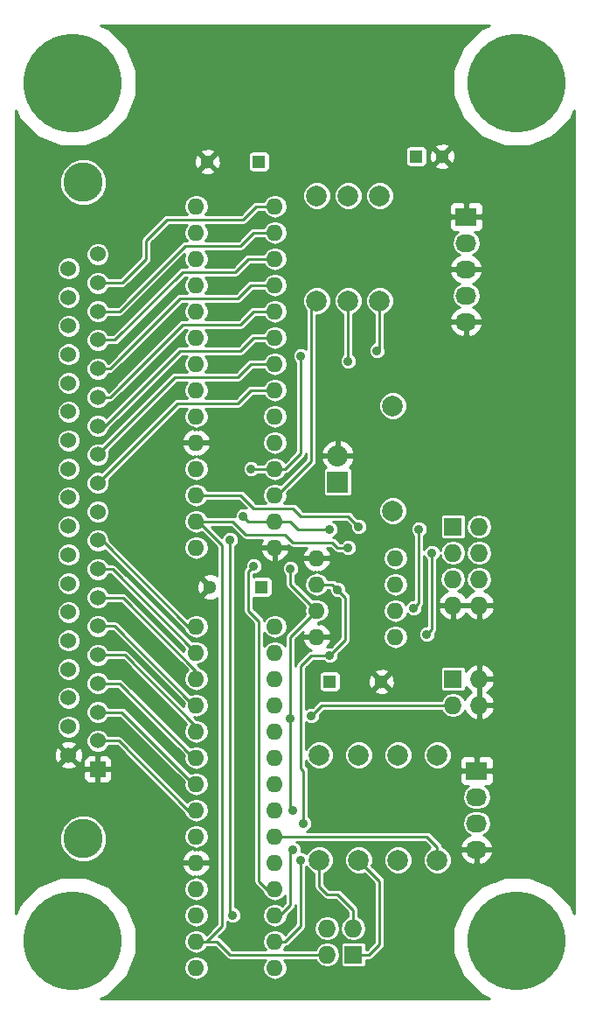
<source format=gbr>
G04 #@! TF.FileFunction,Copper,L2,Bot,Signal*
%FSLAX46Y46*%
G04 Gerber Fmt 4.6, Leading zero omitted, Abs format (unit mm)*
G04 Created by KiCad (PCBNEW (after 2015-mar-04 BZR unknown)-product) date 1/31/2017 12:48:21 PM*
%MOMM*%
G01*
G04 APERTURE LIST*
%ADD10C,0.150000*%
%ADD11C,9.525000*%
%ADD12R,2.032000X2.032000*%
%ADD13O,2.032000X2.032000*%
%ADD14R,1.300000X1.300000*%
%ADD15C,1.300000*%
%ADD16R,1.524000X1.524000*%
%ADD17C,1.524000*%
%ADD18C,3.810000*%
%ADD19O,1.600000X1.600000*%
%ADD20R,1.727200X1.727200*%
%ADD21O,1.727200X1.727200*%
%ADD22R,2.032000X1.727200*%
%ADD23O,2.032000X1.727200*%
%ADD24C,1.998980*%
%ADD25C,0.889000*%
%ADD26C,0.254000*%
G04 APERTURE END LIST*
D10*
D11*
X16000000Y-16000000D03*
X59000000Y-16000000D03*
X16000000Y-99000000D03*
X59000000Y-99000000D03*
D12*
X41656000Y-54610000D03*
D13*
X41656000Y-52070000D03*
D14*
X34036000Y-23622000D03*
D15*
X29036000Y-23622000D03*
D14*
X34290000Y-64770000D03*
D15*
X29290000Y-64770000D03*
D16*
X18422400Y-82417400D03*
D17*
X18422400Y-79648800D03*
X18422400Y-76880200D03*
X18422400Y-74111600D03*
X18422400Y-71343000D03*
X18422400Y-68574400D03*
X18422400Y-65805800D03*
X18422400Y-63037200D03*
X18422400Y-60268600D03*
D18*
X17000000Y-89123000D03*
X17000000Y-25623000D03*
D17*
X18422400Y-57500000D03*
X18422400Y-54731400D03*
X18422400Y-51962800D03*
X18422400Y-49194200D03*
X18422400Y-46425600D03*
X18422400Y-43657000D03*
X18422400Y-40888400D03*
X18422400Y-38119800D03*
X18422400Y-35351200D03*
X18422400Y-32582600D03*
X15577600Y-81045800D03*
X15577600Y-78277200D03*
X15577600Y-75508600D03*
X15577600Y-72740000D03*
X15577600Y-69971400D03*
X15577600Y-67202800D03*
X15577600Y-64434200D03*
X15577600Y-61665600D03*
X15577600Y-58897000D03*
X15577600Y-56128400D03*
X15577600Y-53359800D03*
X15577600Y-50591200D03*
X15577600Y-47822600D03*
X15577600Y-45054000D03*
X15577600Y-42285400D03*
X15577600Y-39516800D03*
X15577600Y-36748200D03*
X15577600Y-33979600D03*
D19*
X27940000Y-68580000D03*
X27940000Y-71120000D03*
X27940000Y-73660000D03*
X27940000Y-76200000D03*
X27940000Y-78740000D03*
X27940000Y-81280000D03*
X27940000Y-83820000D03*
X27940000Y-86360000D03*
X27940000Y-88900000D03*
X27940000Y-91440000D03*
X27940000Y-93980000D03*
X27940000Y-96520000D03*
X27940000Y-99060000D03*
X27940000Y-101600000D03*
X35560000Y-101600000D03*
X35560000Y-99060000D03*
X35560000Y-96520000D03*
X35560000Y-93980000D03*
X35560000Y-91440000D03*
X35560000Y-88900000D03*
X35560000Y-86360000D03*
X35560000Y-83820000D03*
X35560000Y-81280000D03*
X35560000Y-78740000D03*
X35560000Y-76200000D03*
X35560000Y-73660000D03*
X35560000Y-71120000D03*
X35560000Y-68580000D03*
X27940000Y-27940000D03*
X27940000Y-30480000D03*
X27940000Y-33020000D03*
X27940000Y-35560000D03*
X27940000Y-38100000D03*
X27940000Y-40640000D03*
X27940000Y-43180000D03*
X27940000Y-45720000D03*
X27940000Y-48260000D03*
X27940000Y-50800000D03*
X27940000Y-53340000D03*
X27940000Y-55880000D03*
X27940000Y-58420000D03*
X27940000Y-60960000D03*
X35560000Y-60960000D03*
X35560000Y-58420000D03*
X35560000Y-55880000D03*
X35560000Y-53340000D03*
X35560000Y-50800000D03*
X35560000Y-48260000D03*
X35560000Y-45720000D03*
X35560000Y-43180000D03*
X35560000Y-40640000D03*
X35560000Y-38100000D03*
X35560000Y-35560000D03*
X35560000Y-33020000D03*
X35560000Y-30480000D03*
X35560000Y-27940000D03*
X39624000Y-61976000D03*
X39624000Y-64516000D03*
X39624000Y-67056000D03*
X39624000Y-69596000D03*
X47244000Y-69596000D03*
X47244000Y-67056000D03*
X47244000Y-64516000D03*
X47244000Y-61976000D03*
D20*
X52832000Y-58928000D03*
D21*
X55372000Y-58928000D03*
X52832000Y-61468000D03*
X55372000Y-61468000D03*
X52832000Y-64008000D03*
X55372000Y-64008000D03*
X52832000Y-66548000D03*
X55372000Y-66548000D03*
D22*
X54102000Y-28956000D03*
D23*
X54102000Y-31496000D03*
X54102000Y-34036000D03*
X54102000Y-36576000D03*
X54102000Y-39116000D03*
D24*
X43688000Y-91186000D03*
X43688000Y-81026000D03*
X39878000Y-91186000D03*
X39878000Y-81026000D03*
X47498000Y-91186000D03*
X47498000Y-81026000D03*
X45720000Y-37084000D03*
X45720000Y-26924000D03*
X46990000Y-57404000D03*
X46990000Y-47244000D03*
X39624000Y-37084000D03*
X39624000Y-26924000D03*
X51308000Y-91186000D03*
X51308000Y-81026000D03*
X42672000Y-37084000D03*
X42672000Y-26924000D03*
D22*
X55118000Y-82550000D03*
D23*
X55118000Y-85090000D03*
X55118000Y-87630000D03*
X55118000Y-90170000D03*
D14*
X40894000Y-73914000D03*
D15*
X45894000Y-73914000D03*
D20*
X52832000Y-73660000D03*
D21*
X55372000Y-73660000D03*
X52832000Y-76200000D03*
X55372000Y-76200000D03*
D20*
X43180000Y-100330000D03*
D21*
X40640000Y-100330000D03*
X43180000Y-97790000D03*
X40640000Y-97790000D03*
D14*
X49276000Y-23114000D03*
D15*
X51776000Y-23114000D03*
D25*
X41656000Y-65024000D03*
X42672000Y-42926000D03*
X32512000Y-57912000D03*
X40894000Y-59182000D03*
X38100000Y-91186000D03*
X38354000Y-87630000D03*
X40894000Y-71374000D03*
X37084000Y-62992000D03*
X37338000Y-86360000D03*
X37338000Y-90170000D03*
X39116000Y-77216000D03*
X37084000Y-77470000D03*
X31242000Y-60198000D03*
X31496000Y-96520000D03*
X43688000Y-58928000D03*
X49530000Y-59182000D03*
X49022000Y-66802000D03*
X42672000Y-60960000D03*
X50800000Y-61468000D03*
X50292000Y-69342000D03*
X45466000Y-41910000D03*
X38100000Y-42418000D03*
X33528000Y-62738000D03*
X33274000Y-53340000D03*
D26*
X42418000Y-69850000D02*
X42418000Y-65786000D01*
X40894000Y-71374000D02*
X42418000Y-69850000D01*
X42418000Y-65786000D02*
X41656000Y-65024000D01*
X41656000Y-65024000D02*
X41148000Y-64516000D01*
X35560000Y-58420000D02*
X33020000Y-58420000D01*
X42672000Y-42926000D02*
X42672000Y-37211000D01*
X33020000Y-58420000D02*
X32512000Y-57912000D01*
X35560000Y-58420000D02*
X37084000Y-58420000D01*
X37846000Y-59182000D02*
X40894000Y-59182000D01*
X37084000Y-58420000D02*
X37846000Y-59182000D01*
X41148000Y-64516000D02*
X39624000Y-64516000D01*
X38100000Y-72390000D02*
X39116000Y-71374000D01*
X36576000Y-99060000D02*
X38100000Y-97536000D01*
X38100000Y-97536000D02*
X38100000Y-91186000D01*
X38354000Y-87630000D02*
X38354000Y-82550000D01*
X38354000Y-82550000D02*
X38100000Y-82296000D01*
X38100000Y-82296000D02*
X38100000Y-77978000D01*
X35560000Y-99060000D02*
X36576000Y-99060000D01*
X39116000Y-71374000D02*
X40894000Y-71374000D01*
X38100000Y-77978000D02*
X38100000Y-72390000D01*
X37084000Y-69596000D02*
X39624000Y-67056000D01*
X37084000Y-62992000D02*
X37084000Y-64516000D01*
X37084000Y-64516000D02*
X39624000Y-67056000D01*
X35560000Y-55880000D02*
X35814000Y-55880000D01*
X35814000Y-55880000D02*
X39116000Y-52578000D01*
X39116000Y-52578000D02*
X39116000Y-37719000D01*
X39116000Y-37719000D02*
X39624000Y-37211000D01*
X35560000Y-96520000D02*
X36068000Y-96520000D01*
X37084000Y-90424000D02*
X37338000Y-90170000D01*
X37084000Y-95504000D02*
X37084000Y-90424000D01*
X36068000Y-96520000D02*
X37084000Y-95504000D01*
X37084000Y-71628000D02*
X37084000Y-69596000D01*
X37084000Y-77470000D02*
X37084000Y-74930000D01*
X37338000Y-86360000D02*
X37084000Y-86106000D01*
X37084000Y-86106000D02*
X37084000Y-77470000D01*
X37084000Y-74930000D02*
X37084000Y-71628000D01*
X40132000Y-76200000D02*
X39116000Y-77216000D01*
X52832000Y-76200000D02*
X40132000Y-76200000D01*
X31496000Y-96520000D02*
X31242000Y-96266000D01*
X31242000Y-96266000D02*
X31242000Y-60198000D01*
X32258000Y-55880000D02*
X27940000Y-55880000D01*
X33528000Y-57150000D02*
X32258000Y-55880000D01*
X37338000Y-57150000D02*
X33528000Y-57150000D01*
X38100000Y-57912000D02*
X37338000Y-57150000D01*
X42672000Y-57912000D02*
X38100000Y-57912000D01*
X43688000Y-58928000D02*
X42672000Y-57912000D01*
X49530000Y-66294000D02*
X49530000Y-59182000D01*
X49022000Y-66802000D02*
X49530000Y-66294000D01*
X42672000Y-60960000D02*
X41656000Y-60960000D01*
X37338000Y-60452000D02*
X36576000Y-59690000D01*
X41148000Y-60452000D02*
X37338000Y-60452000D01*
X41656000Y-60960000D02*
X41148000Y-60452000D01*
X27940000Y-99060000D02*
X29972000Y-99060000D01*
X29972000Y-99060000D02*
X31242000Y-100330000D01*
X29718000Y-99060000D02*
X27940000Y-99060000D01*
X27940000Y-58420000D02*
X28194000Y-58420000D01*
X28194000Y-58420000D02*
X30480000Y-60706000D01*
X28956000Y-99060000D02*
X27940000Y-99060000D01*
X30480000Y-97536000D02*
X28956000Y-99060000D01*
X30480000Y-60706000D02*
X30480000Y-97536000D01*
X29718000Y-99060000D02*
X27940000Y-99060000D01*
X27940000Y-58420000D02*
X31496000Y-58420000D01*
X31496000Y-58420000D02*
X32766000Y-59690000D01*
X32766000Y-59690000D02*
X36576000Y-59690000D01*
X50800000Y-68834000D02*
X50800000Y-61468000D01*
X50292000Y-69342000D02*
X50800000Y-68834000D01*
X31242000Y-100330000D02*
X38354000Y-100330000D01*
X38354000Y-100330000D02*
X40640000Y-100330000D01*
X33528000Y-62738000D02*
X33020002Y-63245998D01*
X33020002Y-63245998D02*
X33020002Y-67055998D01*
X34036000Y-68071996D02*
X34036000Y-69342000D01*
X33020002Y-67055998D02*
X34036000Y-68071996D01*
X35560000Y-53340000D02*
X36576000Y-53340000D01*
X45720000Y-41656000D02*
X45720000Y-37211000D01*
X45466000Y-41910000D02*
X45720000Y-41656000D01*
X38100000Y-51816000D02*
X38100000Y-42418000D01*
X36576000Y-53340000D02*
X38100000Y-51816000D01*
X35560000Y-93980000D02*
X34798000Y-93980000D01*
X34798000Y-93980000D02*
X34036000Y-93218000D01*
X34036000Y-93218000D02*
X34036000Y-69342000D01*
X35560000Y-53340000D02*
X33274000Y-53340000D01*
X45720000Y-99314000D02*
X45720000Y-93218000D01*
X45720000Y-93218000D02*
X43688000Y-91186000D01*
X44704000Y-100330000D02*
X45720000Y-99314000D01*
X43180000Y-100330000D02*
X44704000Y-100330000D01*
X43180000Y-97790000D02*
X43180000Y-97028000D01*
X41656000Y-94488000D02*
X40640000Y-94488000D01*
X40640000Y-94488000D02*
X39878000Y-93726000D01*
X39878000Y-93726000D02*
X39878000Y-91186000D01*
X43180000Y-96012000D02*
X41656000Y-94488000D01*
X43180000Y-97790000D02*
X43180000Y-96012000D01*
X35560000Y-88900000D02*
X50292000Y-88900000D01*
X50292000Y-88900000D02*
X51308000Y-89916000D01*
X51308000Y-89916000D02*
X51308000Y-91059000D01*
X20466800Y-79648800D02*
X18422400Y-79648800D01*
X27178000Y-86360000D02*
X20466800Y-79648800D01*
X27940000Y-86360000D02*
X27178000Y-86360000D01*
X20746200Y-76880200D02*
X18422400Y-76880200D01*
X27686000Y-83820000D02*
X20746200Y-76880200D01*
X27940000Y-83820000D02*
X27686000Y-83820000D01*
X20517600Y-74111600D02*
X18422400Y-74111600D01*
X27686000Y-81280000D02*
X20517600Y-74111600D01*
X27940000Y-81280000D02*
X27686000Y-81280000D01*
X21051000Y-71343000D02*
X18422400Y-71343000D01*
X27940000Y-78232000D02*
X21051000Y-71343000D01*
X27940000Y-78740000D02*
X27940000Y-78232000D01*
X20060400Y-68574400D02*
X18422400Y-68574400D01*
X27686000Y-76200000D02*
X20060400Y-68574400D01*
X27940000Y-76200000D02*
X27686000Y-76200000D01*
X20847800Y-65805800D02*
X18422400Y-65805800D01*
X27940000Y-72898000D02*
X20847800Y-65805800D01*
X27940000Y-73660000D02*
X27940000Y-72898000D01*
X19857200Y-63037200D02*
X27940000Y-71120000D01*
X18422400Y-63037200D02*
X19857200Y-63037200D01*
X18866600Y-60268600D02*
X18422400Y-60268600D01*
X27178000Y-68580000D02*
X18866600Y-60268600D01*
X27940000Y-68580000D02*
X27178000Y-68580000D01*
X18422400Y-54731400D02*
X18422400Y-54729600D01*
X18422400Y-54729600D02*
X26162000Y-46990000D01*
X26162000Y-46990000D02*
X32004000Y-46990000D01*
X32004000Y-46990000D02*
X33274000Y-45720000D01*
X33274000Y-45720000D02*
X35560000Y-45720000D01*
X18422400Y-51962800D02*
X18422400Y-51935600D01*
X18422400Y-51935600D02*
X25908000Y-44450000D01*
X25908000Y-44450000D02*
X32004000Y-44450000D01*
X32004000Y-44450000D02*
X33274000Y-43180000D01*
X33274000Y-43180000D02*
X35560000Y-43180000D01*
X18422400Y-49194200D02*
X19131800Y-49194200D01*
X19131800Y-49194200D02*
X26416000Y-41910000D01*
X26416000Y-41910000D02*
X32258000Y-41910000D01*
X32258000Y-41910000D02*
X33528000Y-40640000D01*
X33528000Y-40640000D02*
X35560000Y-40640000D01*
X18422400Y-46425600D02*
X19614400Y-46425600D01*
X33528000Y-38100000D02*
X35560000Y-38100000D01*
X32258000Y-39370000D02*
X33528000Y-38100000D01*
X26670000Y-39370000D02*
X32258000Y-39370000D01*
X19614400Y-46425600D02*
X26670000Y-39370000D01*
X18422400Y-43657000D02*
X19589000Y-43657000D01*
X33274000Y-35560000D02*
X35560000Y-35560000D01*
X32004000Y-36830000D02*
X33274000Y-35560000D01*
X26416000Y-36830000D02*
X32004000Y-36830000D01*
X19589000Y-43657000D02*
X26416000Y-36830000D01*
X18422400Y-40888400D02*
X20071600Y-40888400D01*
X33020000Y-33020000D02*
X35560000Y-33020000D01*
X31750000Y-34290000D02*
X33020000Y-33020000D01*
X26670000Y-34290000D02*
X31750000Y-34290000D01*
X20071600Y-40888400D02*
X26670000Y-34290000D01*
X18422400Y-38119800D02*
X20554200Y-38119800D01*
X33528000Y-30480000D02*
X35560000Y-30480000D01*
X32258000Y-31750000D02*
X33528000Y-30480000D01*
X26924000Y-31750000D02*
X32258000Y-31750000D01*
X20554200Y-38119800D02*
X26924000Y-31750000D01*
X18422400Y-35351200D02*
X20782800Y-35351200D01*
X33782000Y-27940000D02*
X35560000Y-27940000D01*
X32512000Y-29210000D02*
X33782000Y-27940000D01*
X25146000Y-29210000D02*
X32512000Y-29210000D01*
X23114000Y-31242000D02*
X25146000Y-29210000D01*
X23114000Y-33020000D02*
X23114000Y-31242000D01*
X20782800Y-35351200D02*
X23114000Y-33020000D01*
G36*
X64569000Y-96348473D02*
X64224815Y-95515482D01*
X62493632Y-93781275D01*
X60230575Y-92841571D01*
X57780175Y-92839433D01*
X56826958Y-93233294D01*
X56826958Y-76559026D01*
X56826958Y-75840974D01*
X56654688Y-75425053D01*
X56260490Y-74993179D01*
X56125687Y-74930000D01*
X56260490Y-74866821D01*
X56654688Y-74434947D01*
X56826958Y-74019026D01*
X56826958Y-73300974D01*
X56826958Y-66907026D01*
X56826958Y-66188974D01*
X56654688Y-65773053D01*
X56260490Y-65341179D01*
X55870338Y-65158323D01*
X55872671Y-65157860D01*
X56276448Y-64888065D01*
X56546243Y-64484288D01*
X56640983Y-64008000D01*
X56640983Y-61468000D01*
X56640983Y-58928000D01*
X56546243Y-58451712D01*
X56276448Y-58047935D01*
X55872671Y-57778140D01*
X55753000Y-57754335D01*
X55753000Y-29945910D01*
X55753000Y-29693291D01*
X55753000Y-29241750D01*
X55753000Y-28670250D01*
X55753000Y-28218709D01*
X55753000Y-27966090D01*
X55656327Y-27732701D01*
X55477698Y-27554073D01*
X55244309Y-27457400D01*
X54387750Y-27457400D01*
X54229000Y-27616150D01*
X54229000Y-28829000D01*
X55594250Y-28829000D01*
X55753000Y-28670250D01*
X55753000Y-29241750D01*
X55594250Y-29083000D01*
X54229000Y-29083000D01*
X54229000Y-29103000D01*
X53975000Y-29103000D01*
X53975000Y-29083000D01*
X53975000Y-28829000D01*
X53975000Y-27616150D01*
X53816250Y-27457400D01*
X53073622Y-27457400D01*
X53073622Y-23294922D01*
X53044083Y-22784572D01*
X52905611Y-22450271D01*
X52675016Y-22394590D01*
X52495410Y-22574195D01*
X52495410Y-22214984D01*
X52439729Y-21984389D01*
X51956922Y-21816378D01*
X51446572Y-21845917D01*
X51112271Y-21984389D01*
X51056590Y-22214984D01*
X51776000Y-22934395D01*
X52495410Y-22214984D01*
X52495410Y-22574195D01*
X51955605Y-23114000D01*
X52675016Y-23833410D01*
X52905611Y-23777729D01*
X53073622Y-23294922D01*
X53073622Y-27457400D01*
X52959691Y-27457400D01*
X52726302Y-27554073D01*
X52547673Y-27732701D01*
X52495410Y-27858874D01*
X52495410Y-24013016D01*
X51776000Y-23293605D01*
X51596395Y-23473210D01*
X51596395Y-23114000D01*
X50876984Y-22394590D01*
X50646389Y-22450271D01*
X50478378Y-22933078D01*
X50507917Y-23443428D01*
X50646389Y-23777729D01*
X50876984Y-23833410D01*
X51596395Y-23114000D01*
X51596395Y-23473210D01*
X51056590Y-24013016D01*
X51112271Y-24243611D01*
X51595078Y-24411622D01*
X52105428Y-24382083D01*
X52439729Y-24243611D01*
X52495410Y-24013016D01*
X52495410Y-27858874D01*
X52451000Y-27966090D01*
X52451000Y-28218709D01*
X52451000Y-28670250D01*
X52609750Y-28829000D01*
X53975000Y-28829000D01*
X53975000Y-29083000D01*
X52609750Y-29083000D01*
X52451000Y-29241750D01*
X52451000Y-29693291D01*
X52451000Y-29945910D01*
X52547673Y-30179299D01*
X52726302Y-30357927D01*
X52959691Y-30454600D01*
X53283621Y-30454600D01*
X53042166Y-30615935D01*
X52772371Y-31019712D01*
X52677631Y-31496000D01*
X52772371Y-31972288D01*
X53042166Y-32376065D01*
X53445943Y-32645860D01*
X53460242Y-32648704D01*
X53187680Y-32744046D01*
X52751268Y-33133964D01*
X52497291Y-33661209D01*
X52494642Y-33676974D01*
X52615783Y-33909000D01*
X53975000Y-33909000D01*
X53975000Y-33889000D01*
X54229000Y-33889000D01*
X54229000Y-33909000D01*
X55588217Y-33909000D01*
X55709358Y-33676974D01*
X55706709Y-33661209D01*
X55452732Y-33133964D01*
X55016320Y-32744046D01*
X54743757Y-32648704D01*
X54758057Y-32645860D01*
X55161834Y-32376065D01*
X55431629Y-31972288D01*
X55526369Y-31496000D01*
X55431629Y-31019712D01*
X55161834Y-30615935D01*
X54920378Y-30454600D01*
X55244309Y-30454600D01*
X55477698Y-30357927D01*
X55656327Y-30179299D01*
X55753000Y-29945910D01*
X55753000Y-57754335D01*
X55709358Y-57745654D01*
X55709358Y-39475026D01*
X55709358Y-38756974D01*
X55706709Y-38741209D01*
X55452732Y-38213964D01*
X55016320Y-37824046D01*
X54743757Y-37728704D01*
X54758057Y-37725860D01*
X55161834Y-37456065D01*
X55431629Y-37052288D01*
X55526369Y-36576000D01*
X55431629Y-36099712D01*
X55161834Y-35695935D01*
X54758057Y-35426140D01*
X54743757Y-35423295D01*
X55016320Y-35327954D01*
X55452732Y-34938036D01*
X55706709Y-34410791D01*
X55709358Y-34395026D01*
X55588217Y-34163000D01*
X54229000Y-34163000D01*
X54229000Y-34183000D01*
X53975000Y-34183000D01*
X53975000Y-34163000D01*
X52615783Y-34163000D01*
X52494642Y-34395026D01*
X52497291Y-34410791D01*
X52751268Y-34938036D01*
X53187680Y-35327954D01*
X53460242Y-35423295D01*
X53445943Y-35426140D01*
X53042166Y-35695935D01*
X52772371Y-36099712D01*
X52677631Y-36576000D01*
X52772371Y-37052288D01*
X53042166Y-37456065D01*
X53445943Y-37725860D01*
X53460242Y-37728704D01*
X53187680Y-37824046D01*
X52751268Y-38213964D01*
X52497291Y-38741209D01*
X52494642Y-38756974D01*
X52615783Y-38989000D01*
X53975000Y-38989000D01*
X53975000Y-38969000D01*
X54229000Y-38969000D01*
X54229000Y-38989000D01*
X55588217Y-38989000D01*
X55709358Y-38756974D01*
X55709358Y-39475026D01*
X55588217Y-39243000D01*
X54229000Y-39243000D01*
X54229000Y-40456924D01*
X54463913Y-40601184D01*
X55016320Y-40407954D01*
X55452732Y-40018036D01*
X55706709Y-39490791D01*
X55709358Y-39475026D01*
X55709358Y-57745654D01*
X55396383Y-57683400D01*
X55347617Y-57683400D01*
X54871329Y-57778140D01*
X54467552Y-58047935D01*
X54197757Y-58451712D01*
X54103017Y-58928000D01*
X54197757Y-59404288D01*
X54467552Y-59808065D01*
X54871329Y-60077860D01*
X55347617Y-60172600D01*
X55396383Y-60172600D01*
X55872671Y-60077860D01*
X56276448Y-59808065D01*
X56546243Y-59404288D01*
X56640983Y-58928000D01*
X56640983Y-61468000D01*
X56546243Y-60991712D01*
X56276448Y-60587935D01*
X55872671Y-60318140D01*
X55396383Y-60223400D01*
X55347617Y-60223400D01*
X54871329Y-60318140D01*
X54467552Y-60587935D01*
X54197757Y-60991712D01*
X54103017Y-61468000D01*
X54197757Y-61944288D01*
X54467552Y-62348065D01*
X54871329Y-62617860D01*
X55347617Y-62712600D01*
X55396383Y-62712600D01*
X55872671Y-62617860D01*
X56276448Y-62348065D01*
X56546243Y-61944288D01*
X56640983Y-61468000D01*
X56640983Y-64008000D01*
X56546243Y-63531712D01*
X56276448Y-63127935D01*
X55872671Y-62858140D01*
X55396383Y-62763400D01*
X55347617Y-62763400D01*
X54871329Y-62858140D01*
X54467552Y-63127935D01*
X54197757Y-63531712D01*
X54103017Y-64008000D01*
X54197757Y-64484288D01*
X54467552Y-64888065D01*
X54871329Y-65157860D01*
X54873661Y-65158323D01*
X54483510Y-65341179D01*
X54102000Y-65759152D01*
X53720490Y-65341179D01*
X53330338Y-65158323D01*
X53332671Y-65157860D01*
X53736448Y-64888065D01*
X54006243Y-64484288D01*
X54100983Y-64008000D01*
X54100983Y-61468000D01*
X54084064Y-61382942D01*
X54084064Y-59791600D01*
X54084064Y-58064400D01*
X54055878Y-57919126D01*
X53975000Y-57796004D01*
X53975000Y-40456924D01*
X53975000Y-39243000D01*
X52615783Y-39243000D01*
X52494642Y-39475026D01*
X52497291Y-39490791D01*
X52751268Y-40018036D01*
X53187680Y-40407954D01*
X53740087Y-40601184D01*
X53975000Y-40456924D01*
X53975000Y-57796004D01*
X53972004Y-57791444D01*
X53845384Y-57705974D01*
X53695600Y-57675936D01*
X51968400Y-57675936D01*
X51823126Y-57704122D01*
X51695444Y-57787996D01*
X51609974Y-57914616D01*
X51579936Y-58064400D01*
X51579936Y-59791600D01*
X51608122Y-59936874D01*
X51691996Y-60064556D01*
X51818616Y-60150026D01*
X51968400Y-60180064D01*
X53695600Y-60180064D01*
X53840874Y-60151878D01*
X53968556Y-60068004D01*
X54054026Y-59941384D01*
X54084064Y-59791600D01*
X54084064Y-61382942D01*
X54006243Y-60991712D01*
X53736448Y-60587935D01*
X53332671Y-60318140D01*
X52856383Y-60223400D01*
X52807617Y-60223400D01*
X52331329Y-60318140D01*
X51927552Y-60587935D01*
X51657757Y-60991712D01*
X51605319Y-61255331D01*
X51500233Y-61001002D01*
X51268219Y-60768583D01*
X50964923Y-60642643D01*
X50636518Y-60642357D01*
X50333002Y-60767767D01*
X50100583Y-60999781D01*
X50038000Y-61150497D01*
X50038000Y-59841302D01*
X50229417Y-59650219D01*
X50355357Y-59346923D01*
X50355643Y-59018518D01*
X50314464Y-58918857D01*
X50314464Y-23764000D01*
X50314464Y-22464000D01*
X50286278Y-22318726D01*
X50202404Y-22191044D01*
X50075784Y-22105574D01*
X49926000Y-22075536D01*
X48626000Y-22075536D01*
X48480726Y-22103722D01*
X48353044Y-22187596D01*
X48267574Y-22314216D01*
X48237536Y-22464000D01*
X48237536Y-23764000D01*
X48265722Y-23909274D01*
X48349596Y-24036956D01*
X48476216Y-24122426D01*
X48626000Y-24152464D01*
X49926000Y-24152464D01*
X50071274Y-24124278D01*
X50198956Y-24040404D01*
X50284426Y-23913784D01*
X50314464Y-23764000D01*
X50314464Y-58918857D01*
X50230233Y-58715002D01*
X49998219Y-58482583D01*
X49694923Y-58356643D01*
X49366518Y-58356357D01*
X49063002Y-58481767D01*
X48830583Y-58713781D01*
X48704643Y-59017077D01*
X48704357Y-59345482D01*
X48829767Y-59648998D01*
X49022000Y-59841566D01*
X49022000Y-65976499D01*
X48858518Y-65976357D01*
X48555002Y-66101767D01*
X48448137Y-66208445D01*
X48448137Y-64516000D01*
X48448137Y-61976000D01*
X48370729Y-61586842D01*
X48370729Y-57130608D01*
X48370729Y-46970608D01*
X48161005Y-46463037D01*
X47773006Y-46074360D01*
X47265801Y-45863751D01*
X47100729Y-45863606D01*
X47100729Y-36810608D01*
X47100729Y-26650608D01*
X46891005Y-26143037D01*
X46503006Y-25754360D01*
X45995801Y-25543751D01*
X45446608Y-25543271D01*
X44939037Y-25752995D01*
X44550360Y-26140994D01*
X44339751Y-26648199D01*
X44339271Y-27197392D01*
X44548995Y-27704963D01*
X44936994Y-28093640D01*
X45444199Y-28304249D01*
X45993392Y-28304729D01*
X46500963Y-28095005D01*
X46889640Y-27707006D01*
X47100249Y-27199801D01*
X47100729Y-26650608D01*
X47100729Y-36810608D01*
X46891005Y-36303037D01*
X46503006Y-35914360D01*
X45995801Y-35703751D01*
X45446608Y-35703271D01*
X44939037Y-35912995D01*
X44550360Y-36300994D01*
X44339751Y-36808199D01*
X44339271Y-37357392D01*
X44548995Y-37864963D01*
X44936994Y-38253640D01*
X45212000Y-38367831D01*
X45212000Y-41121758D01*
X44999002Y-41209767D01*
X44766583Y-41441781D01*
X44640643Y-41745077D01*
X44640357Y-42073482D01*
X44765767Y-42376998D01*
X44997781Y-42609417D01*
X45301077Y-42735357D01*
X45629482Y-42735643D01*
X45932998Y-42610233D01*
X46165417Y-42378219D01*
X46291357Y-42074923D01*
X46291643Y-41746518D01*
X46228000Y-41592489D01*
X46228000Y-38367790D01*
X46500963Y-38255005D01*
X46889640Y-37867006D01*
X47100249Y-37359801D01*
X47100729Y-36810608D01*
X47100729Y-45863606D01*
X46716608Y-45863271D01*
X46209037Y-46072995D01*
X45820360Y-46460994D01*
X45609751Y-46968199D01*
X45609271Y-47517392D01*
X45818995Y-48024963D01*
X46206994Y-48413640D01*
X46714199Y-48624249D01*
X47263392Y-48624729D01*
X47770963Y-48415005D01*
X48159640Y-48027006D01*
X48370249Y-47519801D01*
X48370729Y-46970608D01*
X48370729Y-57130608D01*
X48161005Y-56623037D01*
X47773006Y-56234360D01*
X47265801Y-56023751D01*
X46716608Y-56023271D01*
X46209037Y-56232995D01*
X45820360Y-56620994D01*
X45609751Y-57128199D01*
X45609271Y-57677392D01*
X45818995Y-58184963D01*
X46206994Y-58573640D01*
X46714199Y-58784249D01*
X47263392Y-58784729D01*
X47770963Y-58575005D01*
X48159640Y-58187006D01*
X48370249Y-57679801D01*
X48370729Y-57130608D01*
X48370729Y-61586842D01*
X48358239Y-61524051D01*
X48102230Y-61140907D01*
X47719086Y-60884898D01*
X47267137Y-60795000D01*
X47220863Y-60795000D01*
X46768914Y-60884898D01*
X46385770Y-61140907D01*
X46129761Y-61524051D01*
X46039863Y-61976000D01*
X46129761Y-62427949D01*
X46385770Y-62811093D01*
X46768914Y-63067102D01*
X47220863Y-63157000D01*
X47267137Y-63157000D01*
X47719086Y-63067102D01*
X48102230Y-62811093D01*
X48358239Y-62427949D01*
X48448137Y-61976000D01*
X48448137Y-64516000D01*
X48358239Y-64064051D01*
X48102230Y-63680907D01*
X47719086Y-63424898D01*
X47267137Y-63335000D01*
X47220863Y-63335000D01*
X46768914Y-63424898D01*
X46385770Y-63680907D01*
X46129761Y-64064051D01*
X46039863Y-64516000D01*
X46129761Y-64967949D01*
X46385770Y-65351093D01*
X46768914Y-65607102D01*
X47220863Y-65697000D01*
X47267137Y-65697000D01*
X47719086Y-65607102D01*
X48102230Y-65351093D01*
X48358239Y-64967949D01*
X48448137Y-64516000D01*
X48448137Y-66208445D01*
X48322583Y-66333781D01*
X48267035Y-66467554D01*
X48102230Y-66220907D01*
X47719086Y-65964898D01*
X47267137Y-65875000D01*
X47220863Y-65875000D01*
X46768914Y-65964898D01*
X46385770Y-66220907D01*
X46129761Y-66604051D01*
X46039863Y-67056000D01*
X46129761Y-67507949D01*
X46385770Y-67891093D01*
X46768914Y-68147102D01*
X47220863Y-68237000D01*
X47267137Y-68237000D01*
X47719086Y-68147102D01*
X48102230Y-67891093D01*
X48358239Y-67507949D01*
X48391812Y-67339165D01*
X48553781Y-67501417D01*
X48857077Y-67627357D01*
X49185482Y-67627643D01*
X49488998Y-67502233D01*
X49721417Y-67270219D01*
X49847357Y-66966923D01*
X49847593Y-66694826D01*
X49889210Y-66653211D01*
X49889210Y-66653210D01*
X49962790Y-66543090D01*
X49999330Y-66488404D01*
X49999331Y-66488403D01*
X50037999Y-66294000D01*
X50038000Y-66294000D01*
X50038000Y-61785510D01*
X50099767Y-61934998D01*
X50292000Y-62127566D01*
X50292000Y-68516499D01*
X50128518Y-68516357D01*
X49825002Y-68641767D01*
X49592583Y-68873781D01*
X49466643Y-69177077D01*
X49466357Y-69505482D01*
X49591767Y-69808998D01*
X49823781Y-70041417D01*
X50127077Y-70167357D01*
X50455482Y-70167643D01*
X50758998Y-70042233D01*
X50991417Y-69810219D01*
X51117357Y-69506923D01*
X51117593Y-69234826D01*
X51159210Y-69193211D01*
X51159210Y-69193210D01*
X51232790Y-69083090D01*
X51269330Y-69028404D01*
X51269331Y-69028403D01*
X51307999Y-68834000D01*
X51308000Y-68834000D01*
X51308000Y-62127302D01*
X51499417Y-61936219D01*
X51605388Y-61681013D01*
X51657757Y-61944288D01*
X51927552Y-62348065D01*
X52331329Y-62617860D01*
X52807617Y-62712600D01*
X52856383Y-62712600D01*
X53332671Y-62617860D01*
X53736448Y-62348065D01*
X54006243Y-61944288D01*
X54100983Y-61468000D01*
X54100983Y-64008000D01*
X54006243Y-63531712D01*
X53736448Y-63127935D01*
X53332671Y-62858140D01*
X52856383Y-62763400D01*
X52807617Y-62763400D01*
X52331329Y-62858140D01*
X51927552Y-63127935D01*
X51657757Y-63531712D01*
X51563017Y-64008000D01*
X51657757Y-64484288D01*
X51927552Y-64888065D01*
X52331329Y-65157860D01*
X52333661Y-65158323D01*
X51943510Y-65341179D01*
X51549312Y-65773053D01*
X51377042Y-66188974D01*
X51498183Y-66421000D01*
X52705000Y-66421000D01*
X52705000Y-66401000D01*
X52959000Y-66401000D01*
X52959000Y-66421000D01*
X54038183Y-66421000D01*
X54165817Y-66421000D01*
X55245000Y-66421000D01*
X55245000Y-66401000D01*
X55499000Y-66401000D01*
X55499000Y-66421000D01*
X56705817Y-66421000D01*
X56826958Y-66188974D01*
X56826958Y-66907026D01*
X56705817Y-66675000D01*
X55499000Y-66675000D01*
X55499000Y-67882469D01*
X55731027Y-68002968D01*
X56260490Y-67754821D01*
X56654688Y-67322947D01*
X56826958Y-66907026D01*
X56826958Y-73300974D01*
X56654688Y-72885053D01*
X56260490Y-72453179D01*
X55731027Y-72205032D01*
X55499000Y-72325531D01*
X55499000Y-73533000D01*
X56705817Y-73533000D01*
X56826958Y-73300974D01*
X56826958Y-74019026D01*
X56705817Y-73787000D01*
X55499000Y-73787000D01*
X55499000Y-74865531D01*
X55499000Y-74994469D01*
X55499000Y-76073000D01*
X56705817Y-76073000D01*
X56826958Y-75840974D01*
X56826958Y-76559026D01*
X56705817Y-76327000D01*
X55499000Y-76327000D01*
X55499000Y-77534469D01*
X55731027Y-77654968D01*
X56260490Y-77406821D01*
X56654688Y-76974947D01*
X56826958Y-76559026D01*
X56826958Y-93233294D01*
X56769000Y-93257241D01*
X56769000Y-83539910D01*
X56769000Y-83287291D01*
X56769000Y-82835750D01*
X56769000Y-82264250D01*
X56769000Y-81812709D01*
X56769000Y-81560090D01*
X56672327Y-81326701D01*
X56493698Y-81148073D01*
X56260309Y-81051400D01*
X55403750Y-81051400D01*
X55245000Y-81210150D01*
X55245000Y-77534469D01*
X55245000Y-76327000D01*
X55225000Y-76327000D01*
X55225000Y-76073000D01*
X55245000Y-76073000D01*
X55245000Y-74994469D01*
X55245000Y-74865531D01*
X55245000Y-73787000D01*
X55225000Y-73787000D01*
X55225000Y-73533000D01*
X55245000Y-73533000D01*
X55245000Y-72325531D01*
X55245000Y-67882469D01*
X55245000Y-66675000D01*
X54165817Y-66675000D01*
X54038183Y-66675000D01*
X52959000Y-66675000D01*
X52959000Y-67882469D01*
X53191027Y-68002968D01*
X53720490Y-67754821D01*
X54102000Y-67336847D01*
X54483510Y-67754821D01*
X55012973Y-68002968D01*
X55245000Y-67882469D01*
X55245000Y-72325531D01*
X55012973Y-72205032D01*
X54483510Y-72453179D01*
X54089312Y-72885053D01*
X54084064Y-72897723D01*
X54084064Y-72796400D01*
X54055878Y-72651126D01*
X53972004Y-72523444D01*
X53845384Y-72437974D01*
X53695600Y-72407936D01*
X52705000Y-72407936D01*
X52705000Y-67882469D01*
X52705000Y-66675000D01*
X51498183Y-66675000D01*
X51377042Y-66907026D01*
X51549312Y-67322947D01*
X51943510Y-67754821D01*
X52472973Y-68002968D01*
X52705000Y-67882469D01*
X52705000Y-72407936D01*
X51968400Y-72407936D01*
X51823126Y-72436122D01*
X51695444Y-72519996D01*
X51609974Y-72646616D01*
X51579936Y-72796400D01*
X51579936Y-74523600D01*
X51608122Y-74668874D01*
X51691996Y-74796556D01*
X51818616Y-74882026D01*
X51968400Y-74912064D01*
X53695600Y-74912064D01*
X53840874Y-74883878D01*
X53968556Y-74800004D01*
X54054026Y-74673384D01*
X54084064Y-74523600D01*
X54084064Y-74422276D01*
X54089312Y-74434947D01*
X54483510Y-74866821D01*
X54618312Y-74930000D01*
X54483510Y-74993179D01*
X54089312Y-75425053D01*
X53981159Y-75686171D01*
X53736448Y-75319935D01*
X53332671Y-75050140D01*
X52856383Y-74955400D01*
X52807617Y-74955400D01*
X52331329Y-75050140D01*
X51927552Y-75319935D01*
X51678946Y-75692000D01*
X48448137Y-75692000D01*
X48448137Y-69596000D01*
X48358239Y-69144051D01*
X48102230Y-68760907D01*
X47719086Y-68504898D01*
X47267137Y-68415000D01*
X47220863Y-68415000D01*
X46768914Y-68504898D01*
X46385770Y-68760907D01*
X46129761Y-69144051D01*
X46039863Y-69596000D01*
X46129761Y-70047949D01*
X46385770Y-70431093D01*
X46768914Y-70687102D01*
X47220863Y-70777000D01*
X47267137Y-70777000D01*
X47719086Y-70687102D01*
X48102230Y-70431093D01*
X48358239Y-70047949D01*
X48448137Y-69596000D01*
X48448137Y-75692000D01*
X47191622Y-75692000D01*
X47191622Y-74094922D01*
X47162083Y-73584572D01*
X47023611Y-73250271D01*
X46793016Y-73194590D01*
X46613410Y-73374195D01*
X46613410Y-73014984D01*
X46557729Y-72784389D01*
X46074922Y-72616378D01*
X45564572Y-72645917D01*
X45230271Y-72784389D01*
X45174590Y-73014984D01*
X45894000Y-73734395D01*
X46613410Y-73014984D01*
X46613410Y-73374195D01*
X46073605Y-73914000D01*
X46793016Y-74633410D01*
X47023611Y-74577729D01*
X47191622Y-74094922D01*
X47191622Y-75692000D01*
X46613410Y-75692000D01*
X46613410Y-74813016D01*
X45894000Y-74093605D01*
X45714395Y-74273210D01*
X45714395Y-73914000D01*
X44994984Y-73194590D01*
X44764389Y-73250271D01*
X44596378Y-73733078D01*
X44625917Y-74243428D01*
X44764389Y-74577729D01*
X44994984Y-74633410D01*
X45714395Y-73914000D01*
X45714395Y-74273210D01*
X45174590Y-74813016D01*
X45230271Y-75043611D01*
X45713078Y-75211622D01*
X46223428Y-75182083D01*
X46557729Y-75043611D01*
X46613410Y-74813016D01*
X46613410Y-75692000D01*
X41932464Y-75692000D01*
X41932464Y-74564000D01*
X41932464Y-73264000D01*
X41904278Y-73118726D01*
X41820404Y-72991044D01*
X41693784Y-72905574D01*
X41544000Y-72875536D01*
X40244000Y-72875536D01*
X40098726Y-72903722D01*
X39971044Y-72987596D01*
X39885574Y-73114216D01*
X39855536Y-73264000D01*
X39855536Y-74564000D01*
X39883722Y-74709274D01*
X39967596Y-74836956D01*
X40094216Y-74922426D01*
X40244000Y-74952464D01*
X41544000Y-74952464D01*
X41689274Y-74924278D01*
X41816956Y-74840404D01*
X41902426Y-74713784D01*
X41932464Y-74564000D01*
X41932464Y-75692000D01*
X40132000Y-75692000D01*
X39937597Y-75730669D01*
X39772790Y-75840790D01*
X39222987Y-76390592D01*
X38952518Y-76390357D01*
X38649002Y-76515767D01*
X38608000Y-76556697D01*
X38608000Y-72600420D01*
X39326420Y-71882000D01*
X40234697Y-71882000D01*
X40425781Y-72073417D01*
X40729077Y-72199357D01*
X41057482Y-72199643D01*
X41360998Y-72074233D01*
X41593417Y-71842219D01*
X41719357Y-71538923D01*
X41719593Y-71266826D01*
X42777210Y-70209211D01*
X42777210Y-70209210D01*
X42850790Y-70099090D01*
X42887330Y-70044404D01*
X42887331Y-70044403D01*
X42925999Y-69850000D01*
X42926000Y-69850000D01*
X42926000Y-65786000D01*
X42887331Y-65591597D01*
X42777210Y-65426790D01*
X42481407Y-65130987D01*
X42481643Y-64860518D01*
X42356233Y-64557002D01*
X42124219Y-64324583D01*
X41820923Y-64198643D01*
X41548826Y-64198406D01*
X41507210Y-64156790D01*
X41342403Y-64046669D01*
X41148000Y-64008000D01*
X41015904Y-64008000D01*
X40700786Y-64008000D01*
X40482230Y-63680907D01*
X40099086Y-63424898D01*
X39751002Y-63355659D01*
X39751002Y-63246630D01*
X39973041Y-63367914D01*
X40479134Y-63128389D01*
X40855041Y-62713423D01*
X41015904Y-62325039D01*
X40893915Y-62103000D01*
X39751000Y-62103000D01*
X39751000Y-62123000D01*
X39497000Y-62123000D01*
X39497000Y-62103000D01*
X38354085Y-62103000D01*
X38232096Y-62325039D01*
X38392959Y-62713423D01*
X38768866Y-63128389D01*
X39274959Y-63367914D01*
X39496998Y-63246630D01*
X39496998Y-63355659D01*
X39148914Y-63424898D01*
X38765770Y-63680907D01*
X38509761Y-64064051D01*
X38419863Y-64516000D01*
X38509761Y-64967949D01*
X38765770Y-65351093D01*
X39148914Y-65607102D01*
X39600863Y-65697000D01*
X39647137Y-65697000D01*
X40099086Y-65607102D01*
X40482230Y-65351093D01*
X40700786Y-65024000D01*
X40830499Y-65024000D01*
X40830357Y-65187482D01*
X40955767Y-65490998D01*
X41187781Y-65723417D01*
X41491077Y-65849357D01*
X41763173Y-65849593D01*
X41910000Y-65996420D01*
X41910000Y-69639579D01*
X41000987Y-70548592D01*
X40730518Y-70548357D01*
X40618355Y-70594701D01*
X40855041Y-70333423D01*
X41015904Y-69945039D01*
X40893915Y-69723000D01*
X39751000Y-69723000D01*
X39751000Y-69743000D01*
X39497000Y-69743000D01*
X39497000Y-69723000D01*
X38354085Y-69723000D01*
X38232096Y-69945039D01*
X38392959Y-70333423D01*
X38768866Y-70748389D01*
X39046553Y-70879813D01*
X38921597Y-70904669D01*
X38756790Y-71014790D01*
X37740790Y-72030790D01*
X37630669Y-72195597D01*
X37592000Y-72390000D01*
X37592000Y-71628000D01*
X37592000Y-69806420D01*
X38289108Y-69109312D01*
X38232096Y-69246961D01*
X38354085Y-69469000D01*
X39497000Y-69469000D01*
X39497000Y-69449000D01*
X39751000Y-69449000D01*
X39751000Y-69469000D01*
X40893915Y-69469000D01*
X41015904Y-69246961D01*
X40855041Y-68858577D01*
X40479134Y-68443611D01*
X39973041Y-68204086D01*
X39751002Y-68325369D01*
X39751002Y-68216340D01*
X40099086Y-68147102D01*
X40482230Y-67891093D01*
X40738239Y-67507949D01*
X40828137Y-67056000D01*
X40738239Y-66604051D01*
X40482230Y-66220907D01*
X40099086Y-65964898D01*
X39647137Y-65875000D01*
X39600863Y-65875000D01*
X39234328Y-65947908D01*
X37592000Y-64305579D01*
X37592000Y-63651302D01*
X37783417Y-63460219D01*
X37909357Y-63156923D01*
X37909643Y-62828518D01*
X37784233Y-62525002D01*
X37552219Y-62292583D01*
X37248923Y-62166643D01*
X36951904Y-62166384D01*
X36951904Y-61309039D01*
X36829915Y-61087000D01*
X35687000Y-61087000D01*
X35687000Y-62230629D01*
X35909041Y-62351914D01*
X36415134Y-62112389D01*
X36791041Y-61697423D01*
X36951904Y-61309039D01*
X36951904Y-62166384D01*
X36920518Y-62166357D01*
X36617002Y-62291767D01*
X36384583Y-62523781D01*
X36258643Y-62827077D01*
X36258357Y-63155482D01*
X36383767Y-63458998D01*
X36576000Y-63651566D01*
X36576000Y-64516000D01*
X36614669Y-64710403D01*
X36724790Y-64875210D01*
X38500448Y-66650869D01*
X38419863Y-67056000D01*
X38500448Y-67461130D01*
X36724790Y-69236790D01*
X36614669Y-69401597D01*
X36576000Y-69596000D01*
X36576000Y-70521026D01*
X36418230Y-70284907D01*
X36035086Y-70028898D01*
X35583137Y-69939000D01*
X35536863Y-69939000D01*
X35084914Y-70028898D01*
X34701770Y-70284907D01*
X34544000Y-70521026D01*
X34544000Y-69342000D01*
X34544000Y-69178973D01*
X34701770Y-69415093D01*
X35084914Y-69671102D01*
X35536863Y-69761000D01*
X35583137Y-69761000D01*
X36035086Y-69671102D01*
X36418230Y-69415093D01*
X36674239Y-69031949D01*
X36764137Y-68580000D01*
X36674239Y-68128051D01*
X36418230Y-67744907D01*
X36035086Y-67488898D01*
X35583137Y-67399000D01*
X35536863Y-67399000D01*
X35433000Y-67419659D01*
X35433000Y-62230629D01*
X35433000Y-61087000D01*
X34290085Y-61087000D01*
X34168096Y-61309039D01*
X34328959Y-61697423D01*
X34704866Y-62112389D01*
X35210959Y-62351914D01*
X35433000Y-62230629D01*
X35433000Y-67419659D01*
X35084914Y-67488898D01*
X34701770Y-67744907D01*
X34530056Y-68001894D01*
X34505331Y-67877593D01*
X34505331Y-67877592D01*
X34395210Y-67712786D01*
X33528002Y-66845578D01*
X33528002Y-65786003D01*
X33640000Y-65808464D01*
X34940000Y-65808464D01*
X35085274Y-65780278D01*
X35212956Y-65696404D01*
X35298426Y-65569784D01*
X35328464Y-65420000D01*
X35328464Y-64120000D01*
X35300278Y-63974726D01*
X35216404Y-63847044D01*
X35089784Y-63761574D01*
X34940000Y-63731536D01*
X33640000Y-63731536D01*
X33528002Y-63753265D01*
X33528002Y-63563500D01*
X33691482Y-63563643D01*
X33994998Y-63438233D01*
X34227417Y-63206219D01*
X34353357Y-62902923D01*
X34353643Y-62574518D01*
X34228233Y-62271002D01*
X33996219Y-62038583D01*
X33692923Y-61912643D01*
X33364518Y-61912357D01*
X33061002Y-62037767D01*
X32828583Y-62269781D01*
X32702643Y-62573077D01*
X32702406Y-62845173D01*
X32660792Y-62886788D01*
X32550671Y-63051595D01*
X32512002Y-63245998D01*
X32512002Y-67055998D01*
X32550671Y-67250401D01*
X32660792Y-67415208D01*
X33528000Y-68282416D01*
X33528000Y-69342000D01*
X33528000Y-93218000D01*
X33566669Y-93412403D01*
X33676790Y-93577210D01*
X34424464Y-94324884D01*
X34445761Y-94431949D01*
X34701770Y-94815093D01*
X35084914Y-95071102D01*
X35536863Y-95161000D01*
X35583137Y-95161000D01*
X36035086Y-95071102D01*
X36418230Y-94815093D01*
X36576000Y-94578973D01*
X36576000Y-95293580D01*
X36278222Y-95591357D01*
X36035086Y-95428898D01*
X35583137Y-95339000D01*
X35536863Y-95339000D01*
X35084914Y-95428898D01*
X34701770Y-95684907D01*
X34445761Y-96068051D01*
X34355863Y-96520000D01*
X34445761Y-96971949D01*
X34701770Y-97355093D01*
X35084914Y-97611102D01*
X35536863Y-97701000D01*
X35583137Y-97701000D01*
X36035086Y-97611102D01*
X36418230Y-97355093D01*
X36674239Y-96971949D01*
X36758604Y-96547815D01*
X37443210Y-95863210D01*
X37553331Y-95698403D01*
X37592000Y-95504000D01*
X37592000Y-97325579D01*
X36528156Y-98389423D01*
X36418230Y-98224907D01*
X36035086Y-97968898D01*
X35583137Y-97879000D01*
X35536863Y-97879000D01*
X35084914Y-97968898D01*
X34701770Y-98224907D01*
X34445761Y-98608051D01*
X34355863Y-99060000D01*
X34445761Y-99511949D01*
X34652930Y-99822000D01*
X31452420Y-99822000D01*
X30331210Y-98700790D01*
X30166403Y-98590669D01*
X30147509Y-98586910D01*
X30839210Y-97895211D01*
X30839210Y-97895210D01*
X30912790Y-97785090D01*
X30949330Y-97730404D01*
X30949331Y-97730403D01*
X30987999Y-97536000D01*
X30988000Y-97536000D01*
X30988000Y-97179566D01*
X31027781Y-97219417D01*
X31331077Y-97345357D01*
X31659482Y-97345643D01*
X31962998Y-97220233D01*
X32195417Y-96988219D01*
X32321357Y-96684923D01*
X32321643Y-96356518D01*
X32196233Y-96053002D01*
X31964219Y-95820583D01*
X31750000Y-95731631D01*
X31750000Y-60857302D01*
X31941417Y-60666219D01*
X32067357Y-60362923D01*
X32067643Y-60034518D01*
X31942233Y-59731002D01*
X31710219Y-59498583D01*
X31406923Y-59372643D01*
X31078518Y-59372357D01*
X30775002Y-59497767D01*
X30542583Y-59729781D01*
X30448581Y-59956161D01*
X29420420Y-58928000D01*
X31285580Y-58928000D01*
X32406790Y-60049210D01*
X32571596Y-60159331D01*
X32571597Y-60159331D01*
X32603849Y-60165746D01*
X32766000Y-60198000D01*
X34351222Y-60198000D01*
X34328959Y-60222577D01*
X34168096Y-60610961D01*
X34290085Y-60833000D01*
X35433000Y-60833000D01*
X35433000Y-60813000D01*
X35687000Y-60813000D01*
X35687000Y-60833000D01*
X36829915Y-60833000D01*
X36890431Y-60722851D01*
X36978790Y-60811210D01*
X37143597Y-60921331D01*
X37338000Y-60960000D01*
X38645314Y-60960000D01*
X38392959Y-61238577D01*
X38232096Y-61626961D01*
X38354085Y-61849000D01*
X39497000Y-61849000D01*
X39497000Y-61829000D01*
X39751000Y-61829000D01*
X39751000Y-61849000D01*
X40893915Y-61849000D01*
X41015904Y-61626961D01*
X40855041Y-61238577D01*
X40602685Y-60960000D01*
X40937579Y-60960000D01*
X41296789Y-61319210D01*
X41296790Y-61319210D01*
X41406910Y-61392790D01*
X41461596Y-61429330D01*
X41461597Y-61429331D01*
X41656000Y-61468000D01*
X42012697Y-61468000D01*
X42203781Y-61659417D01*
X42507077Y-61785357D01*
X42835482Y-61785643D01*
X43138998Y-61660233D01*
X43371417Y-61428219D01*
X43497357Y-61124923D01*
X43497643Y-60796518D01*
X43372233Y-60493002D01*
X43140219Y-60260583D01*
X42836923Y-60134643D01*
X42508518Y-60134357D01*
X42205002Y-60259767D01*
X42012433Y-60452000D01*
X41866420Y-60452000D01*
X41507210Y-60092790D01*
X41342403Y-59982669D01*
X41190871Y-59952527D01*
X41360998Y-59882233D01*
X41593417Y-59650219D01*
X41719357Y-59346923D01*
X41719643Y-59018518D01*
X41594233Y-58715002D01*
X41362219Y-58482583D01*
X41211502Y-58420000D01*
X42461580Y-58420000D01*
X42862592Y-58821012D01*
X42862357Y-59091482D01*
X42987767Y-59394998D01*
X43219781Y-59627417D01*
X43523077Y-59753357D01*
X43851482Y-59753643D01*
X44154998Y-59628233D01*
X44387417Y-59396219D01*
X44513357Y-59092923D01*
X44513643Y-58764518D01*
X44388233Y-58461002D01*
X44156219Y-58228583D01*
X44052729Y-58185610D01*
X44052729Y-36810608D01*
X44052729Y-26650608D01*
X43843005Y-26143037D01*
X43455006Y-25754360D01*
X42947801Y-25543751D01*
X42398608Y-25543271D01*
X41891037Y-25752995D01*
X41502360Y-26140994D01*
X41291751Y-26648199D01*
X41291271Y-27197392D01*
X41500995Y-27704963D01*
X41888994Y-28093640D01*
X42396199Y-28304249D01*
X42945392Y-28304729D01*
X43452963Y-28095005D01*
X43841640Y-27707006D01*
X44052249Y-27199801D01*
X44052729Y-26650608D01*
X44052729Y-36810608D01*
X43843005Y-36303037D01*
X43455006Y-35914360D01*
X42947801Y-35703751D01*
X42398608Y-35703271D01*
X41891037Y-35912995D01*
X41502360Y-36300994D01*
X41291751Y-36808199D01*
X41291271Y-37357392D01*
X41500995Y-37864963D01*
X41888994Y-38253640D01*
X42164000Y-38367831D01*
X42164000Y-42266697D01*
X41972583Y-42457781D01*
X41846643Y-42761077D01*
X41846357Y-43089482D01*
X41971767Y-43392998D01*
X42203781Y-43625417D01*
X42507077Y-43751357D01*
X42835482Y-43751643D01*
X43138998Y-43626233D01*
X43371417Y-43394219D01*
X43497357Y-43090923D01*
X43497643Y-42762518D01*
X43372233Y-42459002D01*
X43180000Y-42266433D01*
X43180000Y-38367790D01*
X43452963Y-38255005D01*
X43841640Y-37867006D01*
X44052249Y-37359801D01*
X44052729Y-36810608D01*
X44052729Y-58185610D01*
X43852923Y-58102643D01*
X43580826Y-58102406D01*
X43261975Y-57783555D01*
X43261975Y-52452944D01*
X43261975Y-51687056D01*
X43062385Y-51205182D01*
X42624379Y-50732812D01*
X42038946Y-50464017D01*
X41783000Y-50582633D01*
X41783000Y-51943000D01*
X43142836Y-51943000D01*
X43261975Y-51687056D01*
X43261975Y-52452944D01*
X43142836Y-52197000D01*
X41783000Y-52197000D01*
X41783000Y-52217000D01*
X41529000Y-52217000D01*
X41529000Y-52197000D01*
X41529000Y-51943000D01*
X41529000Y-50582633D01*
X41273054Y-50464017D01*
X40687621Y-50732812D01*
X40249615Y-51205182D01*
X40050025Y-51687056D01*
X40169164Y-51943000D01*
X41529000Y-51943000D01*
X41529000Y-52197000D01*
X40169164Y-52197000D01*
X40050025Y-52452944D01*
X40249615Y-52934818D01*
X40521887Y-53228452D01*
X40494726Y-53233722D01*
X40367044Y-53317596D01*
X40281574Y-53444216D01*
X40251536Y-53594000D01*
X40251536Y-55626000D01*
X40279722Y-55771274D01*
X40363596Y-55898956D01*
X40490216Y-55984426D01*
X40640000Y-56014464D01*
X42672000Y-56014464D01*
X42817274Y-55986278D01*
X42944956Y-55902404D01*
X43030426Y-55775784D01*
X43060464Y-55626000D01*
X43060464Y-53594000D01*
X43032278Y-53448726D01*
X42948404Y-53321044D01*
X42821784Y-53235574D01*
X42789509Y-53229101D01*
X43062385Y-52934818D01*
X43261975Y-52452944D01*
X43261975Y-57783555D01*
X43031210Y-57552790D01*
X42866403Y-57442669D01*
X42672000Y-57404000D01*
X38310420Y-57404000D01*
X37697210Y-56790790D01*
X37532403Y-56680669D01*
X37338000Y-56642000D01*
X36467069Y-56642000D01*
X36674239Y-56331949D01*
X36764137Y-55880000D01*
X36725692Y-55686727D01*
X39475210Y-52937210D01*
X39585331Y-52772404D01*
X39585331Y-52772403D01*
X39624000Y-52578000D01*
X39624000Y-38464490D01*
X39897392Y-38464729D01*
X40404963Y-38255005D01*
X40793640Y-37867006D01*
X41004249Y-37359801D01*
X41004729Y-36810608D01*
X41004729Y-26650608D01*
X40795005Y-26143037D01*
X40407006Y-25754360D01*
X39899801Y-25543751D01*
X39350608Y-25543271D01*
X38843037Y-25752995D01*
X38454360Y-26140994D01*
X38243751Y-26648199D01*
X38243271Y-27197392D01*
X38452995Y-27704963D01*
X38840994Y-28093640D01*
X39348199Y-28304249D01*
X39897392Y-28304729D01*
X40404963Y-28095005D01*
X40793640Y-27707006D01*
X41004249Y-27199801D01*
X41004729Y-26650608D01*
X41004729Y-36810608D01*
X40795005Y-36303037D01*
X40407006Y-35914360D01*
X39899801Y-35703751D01*
X39350608Y-35703271D01*
X38843037Y-35912995D01*
X38454360Y-36300994D01*
X38243751Y-36808199D01*
X38243271Y-37357392D01*
X38452995Y-37864963D01*
X38608000Y-38020238D01*
X38608000Y-41758433D01*
X38568219Y-41718583D01*
X38264923Y-41592643D01*
X37936518Y-41592357D01*
X37633002Y-41717767D01*
X37400583Y-41949781D01*
X37274643Y-42253077D01*
X37274357Y-42581482D01*
X37399767Y-42884998D01*
X37592000Y-43077566D01*
X37592000Y-51605579D01*
X36764137Y-52433442D01*
X36764137Y-50800000D01*
X36764137Y-48260000D01*
X36764137Y-45720000D01*
X36674239Y-45268051D01*
X36418230Y-44884907D01*
X36035086Y-44628898D01*
X35583137Y-44539000D01*
X35536863Y-44539000D01*
X35084914Y-44628898D01*
X34701770Y-44884907D01*
X34483213Y-45212000D01*
X33274000Y-45212000D01*
X33111849Y-45244253D01*
X33079596Y-45250669D01*
X32914790Y-45360790D01*
X31793580Y-46482000D01*
X28847069Y-46482000D01*
X29054239Y-46171949D01*
X29144137Y-45720000D01*
X29054239Y-45268051D01*
X28847069Y-44958000D01*
X32004000Y-44958000D01*
X32198403Y-44919331D01*
X32363210Y-44809210D01*
X33484420Y-43688000D01*
X34483213Y-43688000D01*
X34701770Y-44015093D01*
X35084914Y-44271102D01*
X35536863Y-44361000D01*
X35583137Y-44361000D01*
X36035086Y-44271102D01*
X36418230Y-44015093D01*
X36674239Y-43631949D01*
X36764137Y-43180000D01*
X36674239Y-42728051D01*
X36418230Y-42344907D01*
X36035086Y-42088898D01*
X35583137Y-41999000D01*
X35536863Y-41999000D01*
X35084914Y-42088898D01*
X34701770Y-42344907D01*
X34483213Y-42672000D01*
X33274000Y-42672000D01*
X33111849Y-42704253D01*
X33079596Y-42710669D01*
X32914790Y-42820790D01*
X31793580Y-43942000D01*
X28847069Y-43942000D01*
X29054239Y-43631949D01*
X29144137Y-43180000D01*
X29054239Y-42728051D01*
X28847069Y-42418000D01*
X32258000Y-42418000D01*
X32452403Y-42379331D01*
X32617210Y-42269210D01*
X33738420Y-41148000D01*
X34483213Y-41148000D01*
X34701770Y-41475093D01*
X35084914Y-41731102D01*
X35536863Y-41821000D01*
X35583137Y-41821000D01*
X36035086Y-41731102D01*
X36418230Y-41475093D01*
X36674239Y-41091949D01*
X36764137Y-40640000D01*
X36674239Y-40188051D01*
X36418230Y-39804907D01*
X36035086Y-39548898D01*
X35583137Y-39459000D01*
X35536863Y-39459000D01*
X35084914Y-39548898D01*
X34701770Y-39804907D01*
X34483213Y-40132000D01*
X33528000Y-40132000D01*
X33365849Y-40164253D01*
X33333596Y-40170669D01*
X33168790Y-40280790D01*
X32047580Y-41402000D01*
X28847069Y-41402000D01*
X29054239Y-41091949D01*
X29144137Y-40640000D01*
X29054239Y-40188051D01*
X28847069Y-39878000D01*
X32258000Y-39878000D01*
X32452403Y-39839331D01*
X32617210Y-39729210D01*
X33738420Y-38608000D01*
X34483213Y-38608000D01*
X34701770Y-38935093D01*
X35084914Y-39191102D01*
X35536863Y-39281000D01*
X35583137Y-39281000D01*
X36035086Y-39191102D01*
X36418230Y-38935093D01*
X36674239Y-38551949D01*
X36764137Y-38100000D01*
X36674239Y-37648051D01*
X36418230Y-37264907D01*
X36035086Y-37008898D01*
X35583137Y-36919000D01*
X35536863Y-36919000D01*
X35084914Y-37008898D01*
X34701770Y-37264907D01*
X34483213Y-37592000D01*
X33528000Y-37592000D01*
X33365849Y-37624253D01*
X33333596Y-37630669D01*
X33168790Y-37740790D01*
X32047580Y-38862000D01*
X28847069Y-38862000D01*
X29054239Y-38551949D01*
X29144137Y-38100000D01*
X29054239Y-37648051D01*
X28847069Y-37338000D01*
X32004000Y-37338000D01*
X32198403Y-37299331D01*
X32363210Y-37189210D01*
X33484420Y-36068000D01*
X34483213Y-36068000D01*
X34701770Y-36395093D01*
X35084914Y-36651102D01*
X35536863Y-36741000D01*
X35583137Y-36741000D01*
X36035086Y-36651102D01*
X36418230Y-36395093D01*
X36674239Y-36011949D01*
X36764137Y-35560000D01*
X36674239Y-35108051D01*
X36418230Y-34724907D01*
X36035086Y-34468898D01*
X35583137Y-34379000D01*
X35536863Y-34379000D01*
X35084914Y-34468898D01*
X34701770Y-34724907D01*
X34483213Y-35052000D01*
X33274000Y-35052000D01*
X33111849Y-35084253D01*
X33079596Y-35090669D01*
X32914790Y-35200790D01*
X31793580Y-36322000D01*
X28847069Y-36322000D01*
X29054239Y-36011949D01*
X29144137Y-35560000D01*
X29054239Y-35108051D01*
X28847069Y-34798000D01*
X31750000Y-34798000D01*
X31944403Y-34759331D01*
X32109210Y-34649210D01*
X33230420Y-33528000D01*
X34483213Y-33528000D01*
X34701770Y-33855093D01*
X35084914Y-34111102D01*
X35536863Y-34201000D01*
X35583137Y-34201000D01*
X36035086Y-34111102D01*
X36418230Y-33855093D01*
X36674239Y-33471949D01*
X36764137Y-33020000D01*
X36674239Y-32568051D01*
X36418230Y-32184907D01*
X36035086Y-31928898D01*
X35583137Y-31839000D01*
X35536863Y-31839000D01*
X35084914Y-31928898D01*
X34701770Y-32184907D01*
X34483213Y-32512000D01*
X33020000Y-32512000D01*
X32857849Y-32544253D01*
X32825596Y-32550669D01*
X32660790Y-32660790D01*
X31539580Y-33782000D01*
X28847069Y-33782000D01*
X29054239Y-33471949D01*
X29144137Y-33020000D01*
X29054239Y-32568051D01*
X28847069Y-32258000D01*
X32258000Y-32258000D01*
X32452403Y-32219331D01*
X32617210Y-32109210D01*
X33738420Y-30988000D01*
X34483213Y-30988000D01*
X34701770Y-31315093D01*
X35084914Y-31571102D01*
X35536863Y-31661000D01*
X35583137Y-31661000D01*
X36035086Y-31571102D01*
X36418230Y-31315093D01*
X36674239Y-30931949D01*
X36764137Y-30480000D01*
X36674239Y-30028051D01*
X36418230Y-29644907D01*
X36035086Y-29388898D01*
X35583137Y-29299000D01*
X35536863Y-29299000D01*
X35084914Y-29388898D01*
X34701770Y-29644907D01*
X34483213Y-29972000D01*
X33528000Y-29972000D01*
X33365849Y-30004253D01*
X33333596Y-30010669D01*
X33168790Y-30120790D01*
X32047580Y-31242000D01*
X28847069Y-31242000D01*
X29054239Y-30931949D01*
X29144137Y-30480000D01*
X29054239Y-30028051D01*
X28847069Y-29718000D01*
X32512000Y-29718000D01*
X32706403Y-29679331D01*
X32871210Y-29569210D01*
X33992420Y-28448000D01*
X34483213Y-28448000D01*
X34701770Y-28775093D01*
X35084914Y-29031102D01*
X35536863Y-29121000D01*
X35583137Y-29121000D01*
X36035086Y-29031102D01*
X36418230Y-28775093D01*
X36674239Y-28391949D01*
X36764137Y-27940000D01*
X36674239Y-27488051D01*
X36418230Y-27104907D01*
X36035086Y-26848898D01*
X35583137Y-26759000D01*
X35536863Y-26759000D01*
X35084914Y-26848898D01*
X35074464Y-26855880D01*
X35074464Y-24272000D01*
X35074464Y-22972000D01*
X35046278Y-22826726D01*
X34962404Y-22699044D01*
X34835784Y-22613574D01*
X34686000Y-22583536D01*
X33386000Y-22583536D01*
X33240726Y-22611722D01*
X33113044Y-22695596D01*
X33027574Y-22822216D01*
X32997536Y-22972000D01*
X32997536Y-24272000D01*
X33025722Y-24417274D01*
X33109596Y-24544956D01*
X33236216Y-24630426D01*
X33386000Y-24660464D01*
X34686000Y-24660464D01*
X34831274Y-24632278D01*
X34958956Y-24548404D01*
X35044426Y-24421784D01*
X35074464Y-24272000D01*
X35074464Y-26855880D01*
X34701770Y-27104907D01*
X34483213Y-27432000D01*
X33782000Y-27432000D01*
X33619849Y-27464253D01*
X33587596Y-27470669D01*
X33422790Y-27580790D01*
X32301580Y-28702000D01*
X30333622Y-28702000D01*
X30333622Y-23802922D01*
X30304083Y-23292572D01*
X30165611Y-22958271D01*
X29935016Y-22902590D01*
X29755410Y-23082195D01*
X29755410Y-22722984D01*
X29699729Y-22492389D01*
X29216922Y-22324378D01*
X28706572Y-22353917D01*
X28372271Y-22492389D01*
X28316590Y-22722984D01*
X29036000Y-23442395D01*
X29755410Y-22722984D01*
X29755410Y-23082195D01*
X29215605Y-23622000D01*
X29935016Y-24341410D01*
X30165611Y-24285729D01*
X30333622Y-23802922D01*
X30333622Y-28702000D01*
X29755410Y-28702000D01*
X29755410Y-24521016D01*
X29036000Y-23801605D01*
X28856395Y-23981210D01*
X28856395Y-23622000D01*
X28136984Y-22902590D01*
X27906389Y-22958271D01*
X27738378Y-23441078D01*
X27767917Y-23951428D01*
X27906389Y-24285729D01*
X28136984Y-24341410D01*
X28856395Y-23622000D01*
X28856395Y-23981210D01*
X28316590Y-24521016D01*
X28372271Y-24751611D01*
X28855078Y-24919622D01*
X29365428Y-24890083D01*
X29699729Y-24751611D01*
X29755410Y-24521016D01*
X29755410Y-28702000D01*
X28847069Y-28702000D01*
X29054239Y-28391949D01*
X29144137Y-27940000D01*
X29054239Y-27488051D01*
X28798230Y-27104907D01*
X28415086Y-26848898D01*
X27963137Y-26759000D01*
X27916863Y-26759000D01*
X27464914Y-26848898D01*
X27081770Y-27104907D01*
X26825761Y-27488051D01*
X26735863Y-27940000D01*
X26825761Y-28391949D01*
X27032930Y-28702000D01*
X25146000Y-28702000D01*
X24951597Y-28740669D01*
X24786790Y-28850790D01*
X22754790Y-30882790D01*
X22644669Y-31047597D01*
X22606000Y-31242000D01*
X22606000Y-32809580D01*
X20572380Y-34843200D01*
X19565598Y-34843200D01*
X19565598Y-32356241D01*
X19391954Y-31935988D01*
X19286396Y-31830245D01*
X19286396Y-25170281D01*
X18939106Y-24329777D01*
X18296605Y-23686154D01*
X17456708Y-23337398D01*
X16547281Y-23336604D01*
X15706777Y-23683894D01*
X15063154Y-24326395D01*
X14714398Y-25166292D01*
X14713604Y-26075719D01*
X15060894Y-26916223D01*
X15703395Y-27559846D01*
X16543292Y-27908602D01*
X17452719Y-27909396D01*
X18293223Y-27562106D01*
X18936846Y-26919605D01*
X19285602Y-26079708D01*
X19286396Y-25170281D01*
X19286396Y-31830245D01*
X19070703Y-31614177D01*
X18650754Y-31439799D01*
X18196041Y-31439402D01*
X17775788Y-31613046D01*
X17453977Y-31934297D01*
X17279599Y-32354246D01*
X17279202Y-32808959D01*
X17452846Y-33229212D01*
X17774097Y-33551023D01*
X18194046Y-33725401D01*
X18648759Y-33725798D01*
X19069012Y-33552154D01*
X19390823Y-33230903D01*
X19565201Y-32810954D01*
X19565598Y-32356241D01*
X19565598Y-34843200D01*
X19449226Y-34843200D01*
X19391954Y-34704588D01*
X19070703Y-34382777D01*
X18650754Y-34208399D01*
X18196041Y-34208002D01*
X17775788Y-34381646D01*
X17453977Y-34702897D01*
X17279599Y-35122846D01*
X17279202Y-35577559D01*
X17452846Y-35997812D01*
X17774097Y-36319623D01*
X18194046Y-36494001D01*
X18648759Y-36494398D01*
X19069012Y-36320754D01*
X19390823Y-35999503D01*
X19449081Y-35859200D01*
X20782800Y-35859200D01*
X20977203Y-35820531D01*
X21142010Y-35710410D01*
X23473210Y-33379210D01*
X23583331Y-33214403D01*
X23622000Y-33020000D01*
X23622000Y-31452420D01*
X25356420Y-29718000D01*
X27032930Y-29718000D01*
X26825761Y-30028051D01*
X26735863Y-30480000D01*
X26825761Y-30931949D01*
X27032930Y-31242000D01*
X26924000Y-31242000D01*
X26729597Y-31280669D01*
X26564790Y-31390789D01*
X20343779Y-37611800D01*
X19449226Y-37611800D01*
X19391954Y-37473188D01*
X19070703Y-37151377D01*
X18650754Y-36976999D01*
X18196041Y-36976602D01*
X17775788Y-37150246D01*
X17453977Y-37471497D01*
X17279599Y-37891446D01*
X17279202Y-38346159D01*
X17452846Y-38766412D01*
X17774097Y-39088223D01*
X18194046Y-39262601D01*
X18648759Y-39262998D01*
X19069012Y-39089354D01*
X19390823Y-38768103D01*
X19449081Y-38627800D01*
X20554200Y-38627800D01*
X20748603Y-38589131D01*
X20913410Y-38479010D01*
X26828562Y-32563858D01*
X26825761Y-32568051D01*
X26735863Y-33020000D01*
X26825761Y-33471949D01*
X27032930Y-33782000D01*
X26670000Y-33782000D01*
X26475597Y-33820669D01*
X26310790Y-33930790D01*
X19861180Y-40380400D01*
X19449226Y-40380400D01*
X19391954Y-40241788D01*
X19070703Y-39919977D01*
X18650754Y-39745599D01*
X18196041Y-39745202D01*
X17775788Y-39918846D01*
X17453977Y-40240097D01*
X17279599Y-40660046D01*
X17279202Y-41114759D01*
X17452846Y-41535012D01*
X17774097Y-41856823D01*
X18194046Y-42031201D01*
X18648759Y-42031598D01*
X19069012Y-41857954D01*
X19390823Y-41536703D01*
X19449081Y-41396400D01*
X20071600Y-41396400D01*
X20266003Y-41357731D01*
X20430810Y-41247610D01*
X26880420Y-34798000D01*
X27032930Y-34798000D01*
X26825761Y-35108051D01*
X26735863Y-35560000D01*
X26825761Y-36011949D01*
X27032930Y-36322000D01*
X26416000Y-36322000D01*
X26221597Y-36360669D01*
X26056790Y-36470790D01*
X19428571Y-43099008D01*
X19391954Y-43010388D01*
X19070703Y-42688577D01*
X18650754Y-42514199D01*
X18196041Y-42513802D01*
X17775788Y-42687446D01*
X17453977Y-43008697D01*
X17279599Y-43428646D01*
X17279202Y-43883359D01*
X17452846Y-44303612D01*
X17774097Y-44625423D01*
X18194046Y-44799801D01*
X18648759Y-44800198D01*
X19069012Y-44626554D01*
X19390823Y-44305303D01*
X19449081Y-44165000D01*
X19589000Y-44165000D01*
X19783403Y-44126331D01*
X19948210Y-44016210D01*
X26626420Y-37338000D01*
X27032930Y-37338000D01*
X26825761Y-37648051D01*
X26735863Y-38100000D01*
X26825761Y-38551949D01*
X27032930Y-38862000D01*
X26670000Y-38862000D01*
X26475596Y-38900669D01*
X26310790Y-39010790D01*
X19435997Y-45885582D01*
X19391954Y-45778988D01*
X19070703Y-45457177D01*
X18650754Y-45282799D01*
X18196041Y-45282402D01*
X17775788Y-45456046D01*
X17453977Y-45777297D01*
X17279599Y-46197246D01*
X17279202Y-46651959D01*
X17452846Y-47072212D01*
X17774097Y-47394023D01*
X18194046Y-47568401D01*
X18648759Y-47568798D01*
X19069012Y-47395154D01*
X19390823Y-47073903D01*
X19449081Y-46933600D01*
X19614400Y-46933600D01*
X19808803Y-46894931D01*
X19973610Y-46784810D01*
X26880420Y-39878000D01*
X27032930Y-39878000D01*
X26825761Y-40188051D01*
X26735863Y-40640000D01*
X26825761Y-41091949D01*
X27032930Y-41402000D01*
X26416000Y-41402000D01*
X26253849Y-41434253D01*
X26221596Y-41440669D01*
X26056789Y-41550790D01*
X19226117Y-48381462D01*
X19070703Y-48225777D01*
X18650754Y-48051399D01*
X18196041Y-48051002D01*
X17775788Y-48224646D01*
X17453977Y-48545897D01*
X17279599Y-48965846D01*
X17279202Y-49420559D01*
X17452846Y-49840812D01*
X17774097Y-50162623D01*
X18194046Y-50337001D01*
X18648759Y-50337398D01*
X19069012Y-50163754D01*
X19390823Y-49842503D01*
X19524963Y-49519456D01*
X26626420Y-42418000D01*
X27032930Y-42418000D01*
X26825761Y-42728051D01*
X26735863Y-43180000D01*
X26825761Y-43631949D01*
X27032930Y-43942000D01*
X25908000Y-43942000D01*
X25713597Y-43980669D01*
X25548790Y-44090790D01*
X18770046Y-50869533D01*
X18650754Y-50819999D01*
X18196041Y-50819602D01*
X17775788Y-50993246D01*
X17453977Y-51314497D01*
X17279599Y-51734446D01*
X17279202Y-52189159D01*
X17452846Y-52609412D01*
X17774097Y-52931223D01*
X18194046Y-53105601D01*
X18648759Y-53105998D01*
X19069012Y-52932354D01*
X19390823Y-52611103D01*
X19565201Y-52191154D01*
X19565598Y-51736441D01*
X19499631Y-51576788D01*
X26118420Y-44958000D01*
X27032930Y-44958000D01*
X26825761Y-45268051D01*
X26735863Y-45720000D01*
X26825761Y-46171949D01*
X27032930Y-46482000D01*
X26162000Y-46482000D01*
X25999849Y-46514253D01*
X25967596Y-46520669D01*
X25802790Y-46630790D01*
X18787993Y-53645586D01*
X18650754Y-53588599D01*
X18196041Y-53588202D01*
X17775788Y-53761846D01*
X17453977Y-54083097D01*
X17279599Y-54503046D01*
X17279202Y-54957759D01*
X17452846Y-55378012D01*
X17774097Y-55699823D01*
X18194046Y-55874201D01*
X18648759Y-55874598D01*
X19069012Y-55700954D01*
X19390823Y-55379703D01*
X19565201Y-54959754D01*
X19565598Y-54505041D01*
X19507057Y-54363362D01*
X26372420Y-47498000D01*
X27032930Y-47498000D01*
X26825761Y-47808051D01*
X26735863Y-48260000D01*
X26825761Y-48711949D01*
X27081770Y-49095093D01*
X27464914Y-49351102D01*
X27812998Y-49420340D01*
X27812998Y-49529369D01*
X27590959Y-49408086D01*
X27084866Y-49647611D01*
X26708959Y-50062577D01*
X26548096Y-50450961D01*
X26670085Y-50673000D01*
X27813000Y-50673000D01*
X27813000Y-50653000D01*
X28067000Y-50653000D01*
X28067000Y-50673000D01*
X29209915Y-50673000D01*
X29331904Y-50450961D01*
X29171041Y-50062577D01*
X28795134Y-49647611D01*
X28289041Y-49408086D01*
X28067002Y-49529369D01*
X28067002Y-49420340D01*
X28415086Y-49351102D01*
X28798230Y-49095093D01*
X29054239Y-48711949D01*
X29144137Y-48260000D01*
X29054239Y-47808051D01*
X28847069Y-47498000D01*
X32004000Y-47498000D01*
X32198403Y-47459331D01*
X32363210Y-47349210D01*
X33484420Y-46228000D01*
X34483213Y-46228000D01*
X34701770Y-46555093D01*
X35084914Y-46811102D01*
X35536863Y-46901000D01*
X35583137Y-46901000D01*
X36035086Y-46811102D01*
X36418230Y-46555093D01*
X36674239Y-46171949D01*
X36764137Y-45720000D01*
X36764137Y-48260000D01*
X36674239Y-47808051D01*
X36418230Y-47424907D01*
X36035086Y-47168898D01*
X35583137Y-47079000D01*
X35536863Y-47079000D01*
X35084914Y-47168898D01*
X34701770Y-47424907D01*
X34445761Y-47808051D01*
X34355863Y-48260000D01*
X34445761Y-48711949D01*
X34701770Y-49095093D01*
X35084914Y-49351102D01*
X35536863Y-49441000D01*
X35583137Y-49441000D01*
X36035086Y-49351102D01*
X36418230Y-49095093D01*
X36674239Y-48711949D01*
X36764137Y-48260000D01*
X36764137Y-50800000D01*
X36674239Y-50348051D01*
X36418230Y-49964907D01*
X36035086Y-49708898D01*
X35583137Y-49619000D01*
X35536863Y-49619000D01*
X35084914Y-49708898D01*
X34701770Y-49964907D01*
X34445761Y-50348051D01*
X34355863Y-50800000D01*
X34445761Y-51251949D01*
X34701770Y-51635093D01*
X35084914Y-51891102D01*
X35536863Y-51981000D01*
X35583137Y-51981000D01*
X36035086Y-51891102D01*
X36418230Y-51635093D01*
X36674239Y-51251949D01*
X36764137Y-50800000D01*
X36764137Y-52433442D01*
X36528156Y-52669423D01*
X36418230Y-52504907D01*
X36035086Y-52248898D01*
X35583137Y-52159000D01*
X35536863Y-52159000D01*
X35084914Y-52248898D01*
X34701770Y-52504907D01*
X34483213Y-52832000D01*
X33933302Y-52832000D01*
X33742219Y-52640583D01*
X33438923Y-52514643D01*
X33110518Y-52514357D01*
X32807002Y-52639767D01*
X32574583Y-52871781D01*
X32448643Y-53175077D01*
X32448357Y-53503482D01*
X32573767Y-53806998D01*
X32805781Y-54039417D01*
X33109077Y-54165357D01*
X33437482Y-54165643D01*
X33740998Y-54040233D01*
X33933566Y-53848000D01*
X34483213Y-53848000D01*
X34701770Y-54175093D01*
X35084914Y-54431102D01*
X35536863Y-54521000D01*
X35583137Y-54521000D01*
X36035086Y-54431102D01*
X36418230Y-54175093D01*
X36646104Y-53834055D01*
X36770403Y-53809331D01*
X36935210Y-53699210D01*
X38459210Y-52175211D01*
X38459210Y-52175210D01*
X38532790Y-52065090D01*
X38569330Y-52010404D01*
X38569331Y-52010403D01*
X38607999Y-51816000D01*
X38608000Y-51816000D01*
X38608000Y-52367580D01*
X36125961Y-54849618D01*
X36035086Y-54788898D01*
X35583137Y-54699000D01*
X35536863Y-54699000D01*
X35084914Y-54788898D01*
X34701770Y-55044907D01*
X34445761Y-55428051D01*
X34355863Y-55880000D01*
X34445761Y-56331949D01*
X34652930Y-56642000D01*
X33738420Y-56642000D01*
X32617210Y-55520790D01*
X32452403Y-55410669D01*
X32258000Y-55372000D01*
X29331904Y-55372000D01*
X29331904Y-51149039D01*
X29209915Y-50927000D01*
X28067000Y-50927000D01*
X28067000Y-50947000D01*
X27813000Y-50947000D01*
X27813000Y-50927000D01*
X26670085Y-50927000D01*
X26548096Y-51149039D01*
X26708959Y-51537423D01*
X27084866Y-51952389D01*
X27590959Y-52191914D01*
X27812998Y-52070630D01*
X27812998Y-52179659D01*
X27464914Y-52248898D01*
X27081770Y-52504907D01*
X26825761Y-52888051D01*
X26735863Y-53340000D01*
X26825761Y-53791949D01*
X27081770Y-54175093D01*
X27464914Y-54431102D01*
X27916863Y-54521000D01*
X27963137Y-54521000D01*
X28415086Y-54431102D01*
X28798230Y-54175093D01*
X29054239Y-53791949D01*
X29144137Y-53340000D01*
X29054239Y-52888051D01*
X28798230Y-52504907D01*
X28415086Y-52248898D01*
X28067002Y-52179659D01*
X28067002Y-52070630D01*
X28289041Y-52191914D01*
X28795134Y-51952389D01*
X29171041Y-51537423D01*
X29331904Y-51149039D01*
X29331904Y-55372000D01*
X29144137Y-55372000D01*
X29016786Y-55372000D01*
X28798230Y-55044907D01*
X28415086Y-54788898D01*
X27963137Y-54699000D01*
X27916863Y-54699000D01*
X27464914Y-54788898D01*
X27081770Y-55044907D01*
X26825761Y-55428051D01*
X26735863Y-55880000D01*
X26825761Y-56331949D01*
X27081770Y-56715093D01*
X27464914Y-56971102D01*
X27916863Y-57061000D01*
X27963137Y-57061000D01*
X28415086Y-56971102D01*
X28798230Y-56715093D01*
X29016786Y-56388000D01*
X32047580Y-56388000D01*
X32795432Y-57135852D01*
X32676923Y-57086643D01*
X32348518Y-57086357D01*
X32045002Y-57211767D01*
X31812583Y-57443781D01*
X31686643Y-57747077D01*
X31686466Y-57949885D01*
X31496000Y-57912000D01*
X29016786Y-57912000D01*
X28798230Y-57584907D01*
X28415086Y-57328898D01*
X27963137Y-57239000D01*
X27916863Y-57239000D01*
X27464914Y-57328898D01*
X27081770Y-57584907D01*
X26825761Y-57968051D01*
X26735863Y-58420000D01*
X26825761Y-58871949D01*
X27081770Y-59255093D01*
X27464914Y-59511102D01*
X27916863Y-59601000D01*
X27963137Y-59601000D01*
X28415086Y-59511102D01*
X28505961Y-59450381D01*
X29972000Y-60916420D01*
X29972000Y-63716055D01*
X29953729Y-63640389D01*
X29470922Y-63472378D01*
X29144137Y-63491292D01*
X29144137Y-60960000D01*
X29054239Y-60508051D01*
X28798230Y-60124907D01*
X28415086Y-59868898D01*
X27963137Y-59779000D01*
X27916863Y-59779000D01*
X27464914Y-59868898D01*
X27081770Y-60124907D01*
X26825761Y-60508051D01*
X26735863Y-60960000D01*
X26825761Y-61411949D01*
X27081770Y-61795093D01*
X27464914Y-62051102D01*
X27916863Y-62141000D01*
X27963137Y-62141000D01*
X28415086Y-62051102D01*
X28798230Y-61795093D01*
X29054239Y-61411949D01*
X29144137Y-60960000D01*
X29144137Y-63491292D01*
X28960572Y-63501917D01*
X28626271Y-63640389D01*
X28570590Y-63870984D01*
X29290000Y-64590395D01*
X29304142Y-64576252D01*
X29483747Y-64755857D01*
X29469605Y-64770000D01*
X29483747Y-64784142D01*
X29304142Y-64963747D01*
X29290000Y-64949605D01*
X29110395Y-65129210D01*
X29110395Y-64770000D01*
X28390984Y-64050590D01*
X28160389Y-64106271D01*
X27992378Y-64589078D01*
X28021917Y-65099428D01*
X28160389Y-65433729D01*
X28390984Y-65489410D01*
X29110395Y-64770000D01*
X29110395Y-65129210D01*
X28570590Y-65669016D01*
X28626271Y-65899611D01*
X29109078Y-66067622D01*
X29619428Y-66038083D01*
X29953729Y-65899611D01*
X29972000Y-65823944D01*
X29972000Y-97325579D01*
X29331904Y-97965675D01*
X29331904Y-91789039D01*
X29331904Y-91090961D01*
X29171041Y-90702577D01*
X29144137Y-90672877D01*
X28795134Y-90287611D01*
X28289041Y-90048086D01*
X28067002Y-90169369D01*
X28067002Y-90060340D01*
X28415086Y-89991102D01*
X28798230Y-89735093D01*
X29054239Y-89351949D01*
X29144137Y-88900000D01*
X29144137Y-86360000D01*
X29144137Y-83820000D01*
X29144137Y-81280000D01*
X29144137Y-78740000D01*
X29054239Y-78288051D01*
X28798230Y-77904907D01*
X28415086Y-77648898D01*
X27990952Y-77564532D01*
X27780245Y-77353825D01*
X27916863Y-77381000D01*
X27963137Y-77381000D01*
X28415086Y-77291102D01*
X28798230Y-77035093D01*
X29054239Y-76651949D01*
X29144137Y-76200000D01*
X29144137Y-73660000D01*
X29054239Y-73208051D01*
X28798230Y-72824907D01*
X28415086Y-72568898D01*
X28304650Y-72546931D01*
X28304649Y-72546930D01*
X28299210Y-72538790D01*
X28299210Y-72538789D01*
X28045114Y-72284693D01*
X28415086Y-72211102D01*
X28798230Y-71955093D01*
X29054239Y-71571949D01*
X29144137Y-71120000D01*
X29144137Y-68580000D01*
X29054239Y-68128051D01*
X28798230Y-67744907D01*
X28415086Y-67488898D01*
X27963137Y-67399000D01*
X27916863Y-67399000D01*
X27464914Y-67488898D01*
X27081770Y-67744907D01*
X27073582Y-67757161D01*
X19565417Y-60248997D01*
X19565598Y-60042241D01*
X19565598Y-57273641D01*
X19391954Y-56853388D01*
X19070703Y-56531577D01*
X18650754Y-56357199D01*
X18196041Y-56356802D01*
X17775788Y-56530446D01*
X17453977Y-56851697D01*
X17279599Y-57271646D01*
X17279202Y-57726359D01*
X17452846Y-58146612D01*
X17774097Y-58468423D01*
X18194046Y-58642801D01*
X18648759Y-58643198D01*
X19069012Y-58469554D01*
X19390823Y-58148303D01*
X19565201Y-57728354D01*
X19565598Y-57273641D01*
X19565598Y-60042241D01*
X19391954Y-59621988D01*
X19070703Y-59300177D01*
X18650754Y-59125799D01*
X18196041Y-59125402D01*
X17775788Y-59299046D01*
X17453977Y-59620297D01*
X17279599Y-60040246D01*
X17279202Y-60494959D01*
X17452846Y-60915212D01*
X17774097Y-61237023D01*
X18194046Y-61411401D01*
X18648759Y-61411798D01*
X19069012Y-61238154D01*
X19093394Y-61213814D01*
X26804464Y-68924885D01*
X26825761Y-69031949D01*
X27081770Y-69415093D01*
X27464914Y-69671102D01*
X27916863Y-69761000D01*
X27963137Y-69761000D01*
X28415086Y-69671102D01*
X28798230Y-69415093D01*
X29054239Y-69031949D01*
X29144137Y-68580000D01*
X29144137Y-71120000D01*
X29054239Y-70668051D01*
X28798230Y-70284907D01*
X28415086Y-70028898D01*
X27963137Y-69939000D01*
X27916863Y-69939000D01*
X27550328Y-70011907D01*
X20216410Y-62677990D01*
X20051603Y-62567869D01*
X19857200Y-62529200D01*
X19449226Y-62529200D01*
X19391954Y-62390588D01*
X19070703Y-62068777D01*
X18650754Y-61894399D01*
X18196041Y-61894002D01*
X17775788Y-62067646D01*
X17453977Y-62388897D01*
X17279599Y-62808846D01*
X17279202Y-63263559D01*
X17452846Y-63683812D01*
X17774097Y-64005623D01*
X18194046Y-64180001D01*
X18648759Y-64180398D01*
X19069012Y-64006754D01*
X19390823Y-63685503D01*
X19449081Y-63545200D01*
X19646779Y-63545200D01*
X26816448Y-70714869D01*
X26759846Y-70999425D01*
X21207010Y-65446590D01*
X21042203Y-65336469D01*
X20847800Y-65297800D01*
X19449226Y-65297800D01*
X19391954Y-65159188D01*
X19070703Y-64837377D01*
X18650754Y-64662999D01*
X18196041Y-64662602D01*
X17775788Y-64836246D01*
X17453977Y-65157497D01*
X17279599Y-65577446D01*
X17279202Y-66032159D01*
X17452846Y-66452412D01*
X17774097Y-66774223D01*
X18194046Y-66948601D01*
X18648759Y-66948998D01*
X19069012Y-66775354D01*
X19390823Y-66454103D01*
X19449081Y-66313800D01*
X20637379Y-66313800D01*
X27121763Y-72798184D01*
X27081770Y-72824907D01*
X26825761Y-73208051D01*
X26735863Y-73660000D01*
X26825761Y-74111949D01*
X27081770Y-74495093D01*
X27464914Y-74751102D01*
X27916863Y-74841000D01*
X27963137Y-74841000D01*
X28415086Y-74751102D01*
X28798230Y-74495093D01*
X29054239Y-74111949D01*
X29144137Y-73660000D01*
X29144137Y-76200000D01*
X29054239Y-75748051D01*
X28798230Y-75364907D01*
X28415086Y-75108898D01*
X27963137Y-75019000D01*
X27916863Y-75019000D01*
X27464914Y-75108898D01*
X27374038Y-75169618D01*
X20419610Y-68215190D01*
X20254803Y-68105069D01*
X20060400Y-68066400D01*
X19449226Y-68066400D01*
X19391954Y-67927788D01*
X19070703Y-67605977D01*
X18650754Y-67431599D01*
X18196041Y-67431202D01*
X17775788Y-67604846D01*
X17453977Y-67926097D01*
X17279599Y-68346046D01*
X17279202Y-68800759D01*
X17452846Y-69221012D01*
X17774097Y-69542823D01*
X18194046Y-69717201D01*
X18648759Y-69717598D01*
X19069012Y-69543954D01*
X19390823Y-69222703D01*
X19449081Y-69082400D01*
X19849980Y-69082400D01*
X26774307Y-76006727D01*
X26735863Y-76200000D01*
X26763037Y-76336617D01*
X21410210Y-70983790D01*
X21245403Y-70873669D01*
X21051000Y-70835000D01*
X19449226Y-70835000D01*
X19391954Y-70696388D01*
X19070703Y-70374577D01*
X18650754Y-70200199D01*
X18196041Y-70199802D01*
X17775788Y-70373446D01*
X17453977Y-70694697D01*
X17279599Y-71114646D01*
X17279202Y-71569359D01*
X17452846Y-71989612D01*
X17774097Y-72311423D01*
X18194046Y-72485801D01*
X18648759Y-72486198D01*
X19069012Y-72312554D01*
X19390823Y-71991303D01*
X19449081Y-71851000D01*
X20840580Y-71851000D01*
X27006754Y-78017174D01*
X26825761Y-78288051D01*
X26735863Y-78740000D01*
X26825761Y-79191949D01*
X27081770Y-79575093D01*
X27464914Y-79831102D01*
X27916863Y-79921000D01*
X27963137Y-79921000D01*
X28415086Y-79831102D01*
X28798230Y-79575093D01*
X29054239Y-79191949D01*
X29144137Y-78740000D01*
X29144137Y-81280000D01*
X29054239Y-80828051D01*
X28798230Y-80444907D01*
X28415086Y-80188898D01*
X27963137Y-80099000D01*
X27916863Y-80099000D01*
X27464914Y-80188898D01*
X27374039Y-80249618D01*
X20876810Y-73752390D01*
X20712003Y-73642269D01*
X20517600Y-73603600D01*
X19449226Y-73603600D01*
X19391954Y-73464988D01*
X19070703Y-73143177D01*
X18650754Y-72968799D01*
X18196041Y-72968402D01*
X17775788Y-73142046D01*
X17453977Y-73463297D01*
X17279599Y-73883246D01*
X17279202Y-74337959D01*
X17452846Y-74758212D01*
X17774097Y-75080023D01*
X18194046Y-75254401D01*
X18648759Y-75254798D01*
X19069012Y-75081154D01*
X19390823Y-74759903D01*
X19449081Y-74619600D01*
X20307179Y-74619600D01*
X26774307Y-81086728D01*
X26735863Y-81280000D01*
X26825761Y-81731949D01*
X27081770Y-82115093D01*
X27464914Y-82371102D01*
X27916863Y-82461000D01*
X27963137Y-82461000D01*
X28415086Y-82371102D01*
X28798230Y-82115093D01*
X29054239Y-81731949D01*
X29144137Y-81280000D01*
X29144137Y-83820000D01*
X29054239Y-83368051D01*
X28798230Y-82984907D01*
X28415086Y-82728898D01*
X27963137Y-82639000D01*
X27916863Y-82639000D01*
X27464914Y-82728898D01*
X27374038Y-82789618D01*
X21105410Y-76520990D01*
X20940603Y-76410869D01*
X20746200Y-76372200D01*
X19449226Y-76372200D01*
X19391954Y-76233588D01*
X19070703Y-75911777D01*
X18650754Y-75737399D01*
X18196041Y-75737002D01*
X17775788Y-75910646D01*
X17453977Y-76231897D01*
X17279599Y-76651846D01*
X17279202Y-77106559D01*
X17452846Y-77526812D01*
X17774097Y-77848623D01*
X18194046Y-78023001D01*
X18648759Y-78023398D01*
X19069012Y-77849754D01*
X19390823Y-77528503D01*
X19449081Y-77388200D01*
X20535780Y-77388200D01*
X26774307Y-83626727D01*
X26735863Y-83820000D01*
X26825761Y-84271949D01*
X27081770Y-84655093D01*
X27464914Y-84911102D01*
X27916863Y-85001000D01*
X27963137Y-85001000D01*
X28415086Y-84911102D01*
X28798230Y-84655093D01*
X29054239Y-84271949D01*
X29144137Y-83820000D01*
X29144137Y-86360000D01*
X29054239Y-85908051D01*
X28798230Y-85524907D01*
X28415086Y-85268898D01*
X27963137Y-85179000D01*
X27916863Y-85179000D01*
X27464914Y-85268898D01*
X27081770Y-85524907D01*
X27073581Y-85537161D01*
X20826010Y-79289590D01*
X20661203Y-79179469D01*
X20466800Y-79140800D01*
X19449226Y-79140800D01*
X19391954Y-79002188D01*
X19070703Y-78680377D01*
X18650754Y-78505999D01*
X18196041Y-78505602D01*
X17775788Y-78679246D01*
X17453977Y-79000497D01*
X17279599Y-79420446D01*
X17279202Y-79875159D01*
X17452846Y-80295412D01*
X17774097Y-80617223D01*
X18194046Y-80791601D01*
X18648759Y-80791998D01*
X19069012Y-80618354D01*
X19390823Y-80297103D01*
X19449081Y-80156800D01*
X20256380Y-80156800D01*
X26804464Y-86704884D01*
X26825761Y-86811949D01*
X27081770Y-87195093D01*
X27464914Y-87451102D01*
X27916863Y-87541000D01*
X27963137Y-87541000D01*
X28415086Y-87451102D01*
X28798230Y-87195093D01*
X29054239Y-86811949D01*
X29144137Y-86360000D01*
X29144137Y-88900000D01*
X29054239Y-88448051D01*
X28798230Y-88064907D01*
X28415086Y-87808898D01*
X27963137Y-87719000D01*
X27916863Y-87719000D01*
X27464914Y-87808898D01*
X27081770Y-88064907D01*
X26825761Y-88448051D01*
X26735863Y-88900000D01*
X26825761Y-89351949D01*
X27081770Y-89735093D01*
X27464914Y-89991102D01*
X27812998Y-90060340D01*
X27812998Y-90169369D01*
X27590959Y-90048086D01*
X27084866Y-90287611D01*
X26708959Y-90702577D01*
X26548096Y-91090961D01*
X26670085Y-91313000D01*
X27813000Y-91313000D01*
X27813000Y-91293000D01*
X28067000Y-91293000D01*
X28067000Y-91313000D01*
X29209915Y-91313000D01*
X29331904Y-91090961D01*
X29331904Y-91789039D01*
X29209915Y-91567000D01*
X28067000Y-91567000D01*
X28067000Y-91587000D01*
X27813000Y-91587000D01*
X27813000Y-91567000D01*
X26670085Y-91567000D01*
X26548096Y-91789039D01*
X26708959Y-92177423D01*
X27084866Y-92592389D01*
X27590959Y-92831914D01*
X27812998Y-92710630D01*
X27812998Y-92819659D01*
X27464914Y-92888898D01*
X27081770Y-93144907D01*
X26825761Y-93528051D01*
X26735863Y-93980000D01*
X26825761Y-94431949D01*
X27081770Y-94815093D01*
X27464914Y-95071102D01*
X27916863Y-95161000D01*
X27963137Y-95161000D01*
X28415086Y-95071102D01*
X28798230Y-94815093D01*
X29054239Y-94431949D01*
X29144137Y-93980000D01*
X29054239Y-93528051D01*
X28798230Y-93144907D01*
X28415086Y-92888898D01*
X28067002Y-92819659D01*
X28067002Y-92710630D01*
X28289041Y-92831914D01*
X28795134Y-92592389D01*
X29171041Y-92177423D01*
X29331904Y-91789039D01*
X29331904Y-97965675D01*
X29144137Y-98153442D01*
X29144137Y-96520000D01*
X29054239Y-96068051D01*
X28798230Y-95684907D01*
X28415086Y-95428898D01*
X27963137Y-95339000D01*
X27916863Y-95339000D01*
X27464914Y-95428898D01*
X27081770Y-95684907D01*
X26825761Y-96068051D01*
X26735863Y-96520000D01*
X26825761Y-96971949D01*
X27081770Y-97355093D01*
X27464914Y-97611102D01*
X27916863Y-97701000D01*
X27963137Y-97701000D01*
X28415086Y-97611102D01*
X28798230Y-97355093D01*
X29054239Y-96971949D01*
X29144137Y-96520000D01*
X29144137Y-98153442D01*
X28908156Y-98389423D01*
X28798230Y-98224907D01*
X28415086Y-97968898D01*
X27963137Y-97879000D01*
X27916863Y-97879000D01*
X27464914Y-97968898D01*
X27081770Y-98224907D01*
X26825761Y-98608051D01*
X26735863Y-99060000D01*
X26825761Y-99511949D01*
X27081770Y-99895093D01*
X27464914Y-100151102D01*
X27916863Y-100241000D01*
X27963137Y-100241000D01*
X28415086Y-100151102D01*
X28798230Y-99895093D01*
X29016786Y-99568000D01*
X29718000Y-99568000D01*
X29761580Y-99568000D01*
X30882790Y-100689210D01*
X31047596Y-100799331D01*
X31047597Y-100799331D01*
X31079849Y-100805746D01*
X31242000Y-100838000D01*
X34652930Y-100838000D01*
X34445761Y-101148051D01*
X34355863Y-101600000D01*
X34445761Y-102051949D01*
X34701770Y-102435093D01*
X35084914Y-102691102D01*
X35536863Y-102781000D01*
X35583137Y-102781000D01*
X36035086Y-102691102D01*
X36418230Y-102435093D01*
X36674239Y-102051949D01*
X36764137Y-101600000D01*
X36674239Y-101148051D01*
X36467069Y-100838000D01*
X38354000Y-100838000D01*
X39486946Y-100838000D01*
X39735552Y-101210065D01*
X40139329Y-101479860D01*
X40615617Y-101574600D01*
X40664383Y-101574600D01*
X41140671Y-101479860D01*
X41544448Y-101210065D01*
X41814243Y-100806288D01*
X41908983Y-100330000D01*
X41908983Y-97790000D01*
X41814243Y-97313712D01*
X41544448Y-96909935D01*
X41140671Y-96640140D01*
X40664383Y-96545400D01*
X40615617Y-96545400D01*
X40139329Y-96640140D01*
X39735552Y-96909935D01*
X39465757Y-97313712D01*
X39371017Y-97790000D01*
X39465757Y-98266288D01*
X39735552Y-98670065D01*
X40139329Y-98939860D01*
X40615617Y-99034600D01*
X40664383Y-99034600D01*
X41140671Y-98939860D01*
X41544448Y-98670065D01*
X41814243Y-98266288D01*
X41908983Y-97790000D01*
X41908983Y-100330000D01*
X41814243Y-99853712D01*
X41544448Y-99449935D01*
X41140671Y-99180140D01*
X40664383Y-99085400D01*
X40615617Y-99085400D01*
X40139329Y-99180140D01*
X39735552Y-99449935D01*
X39486946Y-99822000D01*
X38354000Y-99822000D01*
X36467069Y-99822000D01*
X36646104Y-99554055D01*
X36770403Y-99529331D01*
X36935210Y-99419210D01*
X38459210Y-97895211D01*
X38459210Y-97895210D01*
X38532790Y-97785090D01*
X38569330Y-97730404D01*
X38569331Y-97730403D01*
X38607999Y-97536000D01*
X38608000Y-97536000D01*
X38608000Y-91845302D01*
X38642496Y-91810865D01*
X38706995Y-91966963D01*
X39094994Y-92355640D01*
X39370000Y-92469831D01*
X39370000Y-93726000D01*
X39408669Y-93920403D01*
X39518790Y-94085210D01*
X40280790Y-94847210D01*
X40445597Y-94957331D01*
X40640000Y-94996000D01*
X41445579Y-94996000D01*
X42672000Y-96222420D01*
X42672000Y-96645037D01*
X42275552Y-96909935D01*
X42005757Y-97313712D01*
X41911017Y-97790000D01*
X42005757Y-98266288D01*
X42275552Y-98670065D01*
X42679329Y-98939860D01*
X43155617Y-99034600D01*
X43204383Y-99034600D01*
X43680671Y-98939860D01*
X44084448Y-98670065D01*
X44354243Y-98266288D01*
X44448983Y-97790000D01*
X44354243Y-97313712D01*
X44084448Y-96909935D01*
X43688000Y-96645037D01*
X43688000Y-96012000D01*
X43649331Y-95817597D01*
X43649330Y-95817596D01*
X43612790Y-95762910D01*
X43539210Y-95652790D01*
X43539210Y-95652789D01*
X42015210Y-94128790D01*
X41850403Y-94018669D01*
X41656000Y-93980000D01*
X40850420Y-93980000D01*
X40386000Y-93515580D01*
X40386000Y-92469790D01*
X40658963Y-92357005D01*
X41047640Y-91969006D01*
X41258249Y-91461801D01*
X41258729Y-90912608D01*
X41049005Y-90405037D01*
X40661006Y-90016360D01*
X40153801Y-89805751D01*
X39604608Y-89805271D01*
X39097037Y-90014995D01*
X38708360Y-90402994D01*
X38642678Y-90561172D01*
X38568219Y-90486583D01*
X38264923Y-90360643D01*
X38152717Y-90360545D01*
X38163357Y-90334923D01*
X38163643Y-90006518D01*
X38038233Y-89703002D01*
X37806219Y-89470583D01*
X37655502Y-89408000D01*
X50081580Y-89408000D01*
X50641344Y-89967764D01*
X50527037Y-90014995D01*
X50138360Y-90402994D01*
X49927751Y-90910199D01*
X49927271Y-91459392D01*
X50136995Y-91966963D01*
X50524994Y-92355640D01*
X51032199Y-92566249D01*
X51581392Y-92566729D01*
X52088963Y-92357005D01*
X52477640Y-91969006D01*
X52688249Y-91461801D01*
X52688729Y-90912608D01*
X52688729Y-80752608D01*
X52479005Y-80245037D01*
X52091006Y-79856360D01*
X51583801Y-79645751D01*
X51034608Y-79645271D01*
X50527037Y-79854995D01*
X50138360Y-80242994D01*
X49927751Y-80750199D01*
X49927271Y-81299392D01*
X50136995Y-81806963D01*
X50524994Y-82195640D01*
X51032199Y-82406249D01*
X51581392Y-82406729D01*
X52088963Y-82197005D01*
X52477640Y-81809006D01*
X52688249Y-81301801D01*
X52688729Y-80752608D01*
X52688729Y-90912608D01*
X52479005Y-90405037D01*
X52091006Y-90016360D01*
X51813000Y-89900922D01*
X51777331Y-89721597D01*
X51667210Y-89556790D01*
X50651210Y-88540790D01*
X50486403Y-88430669D01*
X50292000Y-88392000D01*
X48878729Y-88392000D01*
X48878729Y-80752608D01*
X48669005Y-80245037D01*
X48281006Y-79856360D01*
X47773801Y-79645751D01*
X47224608Y-79645271D01*
X46717037Y-79854995D01*
X46328360Y-80242994D01*
X46117751Y-80750199D01*
X46117271Y-81299392D01*
X46326995Y-81806963D01*
X46714994Y-82195640D01*
X47222199Y-82406249D01*
X47771392Y-82406729D01*
X48278963Y-82197005D01*
X48667640Y-81809006D01*
X48878249Y-81301801D01*
X48878729Y-80752608D01*
X48878729Y-88392000D01*
X45068729Y-88392000D01*
X45068729Y-80752608D01*
X44859005Y-80245037D01*
X44471006Y-79856360D01*
X43963801Y-79645751D01*
X43414608Y-79645271D01*
X42907037Y-79854995D01*
X42518360Y-80242994D01*
X42307751Y-80750199D01*
X42307271Y-81299392D01*
X42516995Y-81806963D01*
X42904994Y-82195640D01*
X43412199Y-82406249D01*
X43961392Y-82406729D01*
X44468963Y-82197005D01*
X44857640Y-81809006D01*
X45068249Y-81301801D01*
X45068729Y-80752608D01*
X45068729Y-88392000D01*
X38671510Y-88392000D01*
X38820998Y-88330233D01*
X39053417Y-88098219D01*
X39179357Y-87794923D01*
X39179643Y-87466518D01*
X39054233Y-87163002D01*
X38862000Y-86970433D01*
X38862000Y-82550000D01*
X38829746Y-82387849D01*
X38823331Y-82355597D01*
X38823331Y-82355596D01*
X38713210Y-82190790D01*
X38608000Y-82085580D01*
X38608000Y-81567376D01*
X38706995Y-81806963D01*
X39094994Y-82195640D01*
X39602199Y-82406249D01*
X40151392Y-82406729D01*
X40658963Y-82197005D01*
X41047640Y-81809006D01*
X41258249Y-81301801D01*
X41258729Y-80752608D01*
X41049005Y-80245037D01*
X40661006Y-79856360D01*
X40153801Y-79645751D01*
X39604608Y-79645271D01*
X39097037Y-79854995D01*
X38708360Y-80242994D01*
X38608000Y-80484688D01*
X38608000Y-77978000D01*
X38608000Y-77875566D01*
X38647781Y-77915417D01*
X38951077Y-78041357D01*
X39279482Y-78041643D01*
X39582998Y-77916233D01*
X39815417Y-77684219D01*
X39941357Y-77380923D01*
X39941593Y-77108826D01*
X40342420Y-76708000D01*
X51678946Y-76708000D01*
X51927552Y-77080065D01*
X52331329Y-77349860D01*
X52807617Y-77444600D01*
X52856383Y-77444600D01*
X53332671Y-77349860D01*
X53736448Y-77080065D01*
X53981159Y-76713828D01*
X54089312Y-76974947D01*
X54483510Y-77406821D01*
X55012973Y-77654968D01*
X55245000Y-77534469D01*
X55245000Y-81210150D01*
X55245000Y-82423000D01*
X56610250Y-82423000D01*
X56769000Y-82264250D01*
X56769000Y-82835750D01*
X56610250Y-82677000D01*
X55245000Y-82677000D01*
X55245000Y-82697000D01*
X54991000Y-82697000D01*
X54991000Y-82677000D01*
X54991000Y-82423000D01*
X54991000Y-81210150D01*
X54832250Y-81051400D01*
X53975691Y-81051400D01*
X53742302Y-81148073D01*
X53563673Y-81326701D01*
X53467000Y-81560090D01*
X53467000Y-81812709D01*
X53467000Y-82264250D01*
X53625750Y-82423000D01*
X54991000Y-82423000D01*
X54991000Y-82677000D01*
X53625750Y-82677000D01*
X53467000Y-82835750D01*
X53467000Y-83287291D01*
X53467000Y-83539910D01*
X53563673Y-83773299D01*
X53742302Y-83951927D01*
X53975691Y-84048600D01*
X54299621Y-84048600D01*
X54058166Y-84209935D01*
X53788371Y-84613712D01*
X53693631Y-85090000D01*
X53788371Y-85566288D01*
X54058166Y-85970065D01*
X54461943Y-86239860D01*
X54938231Y-86334600D01*
X55297769Y-86334600D01*
X55774057Y-86239860D01*
X56177834Y-85970065D01*
X56447629Y-85566288D01*
X56542369Y-85090000D01*
X56447629Y-84613712D01*
X56177834Y-84209935D01*
X55936378Y-84048600D01*
X56260309Y-84048600D01*
X56493698Y-83951927D01*
X56672327Y-83773299D01*
X56769000Y-83539910D01*
X56769000Y-93257241D01*
X56725358Y-93275274D01*
X56725358Y-90529026D01*
X56725358Y-89810974D01*
X56722709Y-89795209D01*
X56468732Y-89267964D01*
X56032320Y-88878046D01*
X55759757Y-88782704D01*
X55774057Y-88779860D01*
X56177834Y-88510065D01*
X56447629Y-88106288D01*
X56542369Y-87630000D01*
X56447629Y-87153712D01*
X56177834Y-86749935D01*
X55774057Y-86480140D01*
X55297769Y-86385400D01*
X54938231Y-86385400D01*
X54461943Y-86480140D01*
X54058166Y-86749935D01*
X53788371Y-87153712D01*
X53693631Y-87630000D01*
X53788371Y-88106288D01*
X54058166Y-88510065D01*
X54461943Y-88779860D01*
X54476242Y-88782704D01*
X54203680Y-88878046D01*
X53767268Y-89267964D01*
X53513291Y-89795209D01*
X53510642Y-89810974D01*
X53631783Y-90043000D01*
X54991000Y-90043000D01*
X54991000Y-90023000D01*
X55245000Y-90023000D01*
X55245000Y-90043000D01*
X56604217Y-90043000D01*
X56725358Y-89810974D01*
X56725358Y-90529026D01*
X56604217Y-90297000D01*
X55245000Y-90297000D01*
X55245000Y-91510924D01*
X55479913Y-91655184D01*
X56032320Y-91461954D01*
X56468732Y-91072036D01*
X56722709Y-90544791D01*
X56725358Y-90529026D01*
X56725358Y-93275274D01*
X55515482Y-93775185D01*
X54991000Y-94298752D01*
X54991000Y-91510924D01*
X54991000Y-90297000D01*
X53631783Y-90297000D01*
X53510642Y-90529026D01*
X53513291Y-90544791D01*
X53767268Y-91072036D01*
X54203680Y-91461954D01*
X54756087Y-91655184D01*
X54991000Y-91510924D01*
X54991000Y-94298752D01*
X53781275Y-95506368D01*
X52841571Y-97769425D01*
X52839433Y-100219825D01*
X53775185Y-102484518D01*
X55506368Y-104218725D01*
X56349923Y-104569000D01*
X48878729Y-104569000D01*
X48878729Y-90912608D01*
X48669005Y-90405037D01*
X48281006Y-90016360D01*
X47773801Y-89805751D01*
X47224608Y-89805271D01*
X46717037Y-90014995D01*
X46328360Y-90402994D01*
X46117751Y-90910199D01*
X46117271Y-91459392D01*
X46326995Y-91966963D01*
X46714994Y-92355640D01*
X47222199Y-92566249D01*
X47771392Y-92566729D01*
X48278963Y-92357005D01*
X48667640Y-91969006D01*
X48878249Y-91461801D01*
X48878729Y-90912608D01*
X48878729Y-104569000D01*
X46228000Y-104569000D01*
X46228000Y-99314000D01*
X46228000Y-93218000D01*
X46189331Y-93023597D01*
X46079210Y-92858790D01*
X44954987Y-91734567D01*
X45068249Y-91461801D01*
X45068729Y-90912608D01*
X44859005Y-90405037D01*
X44471006Y-90016360D01*
X43963801Y-89805751D01*
X43414608Y-89805271D01*
X42907037Y-90014995D01*
X42518360Y-90402994D01*
X42307751Y-90910199D01*
X42307271Y-91459392D01*
X42516995Y-91966963D01*
X42904994Y-92355640D01*
X43412199Y-92566249D01*
X43961392Y-92566729D01*
X44236596Y-92453016D01*
X45212000Y-93428420D01*
X45212000Y-99103580D01*
X44493580Y-99822000D01*
X44432064Y-99822000D01*
X44432064Y-99466400D01*
X44403878Y-99321126D01*
X44320004Y-99193444D01*
X44193384Y-99107974D01*
X44043600Y-99077936D01*
X42316400Y-99077936D01*
X42171126Y-99106122D01*
X42043444Y-99189996D01*
X41957974Y-99316616D01*
X41927936Y-99466400D01*
X41927936Y-101193600D01*
X41956122Y-101338874D01*
X42039996Y-101466556D01*
X42166616Y-101552026D01*
X42316400Y-101582064D01*
X44043600Y-101582064D01*
X44188874Y-101553878D01*
X44316556Y-101470004D01*
X44402026Y-101343384D01*
X44432064Y-101193600D01*
X44432064Y-100838000D01*
X44704000Y-100838000D01*
X44898403Y-100799331D01*
X45063210Y-100689210D01*
X46079210Y-99673210D01*
X46189331Y-99508403D01*
X46228000Y-99314000D01*
X46228000Y-104569000D01*
X29144137Y-104569000D01*
X29144137Y-101600000D01*
X29054239Y-101148051D01*
X28798230Y-100764907D01*
X28415086Y-100508898D01*
X27963137Y-100419000D01*
X27916863Y-100419000D01*
X27464914Y-100508898D01*
X27081770Y-100764907D01*
X26825761Y-101148051D01*
X26735863Y-101600000D01*
X26825761Y-102051949D01*
X27081770Y-102435093D01*
X27464914Y-102691102D01*
X27916863Y-102781000D01*
X27963137Y-102781000D01*
X28415086Y-102691102D01*
X28798230Y-102435093D01*
X29054239Y-102051949D01*
X29144137Y-101600000D01*
X29144137Y-104569000D01*
X18651526Y-104569000D01*
X19484518Y-104224815D01*
X21218725Y-102493632D01*
X22158429Y-100230575D01*
X22160567Y-97780175D01*
X21224815Y-95515482D01*
X19819400Y-94107612D01*
X19819400Y-83305709D01*
X19819400Y-82703150D01*
X19819400Y-82131650D01*
X19819400Y-81529091D01*
X19722727Y-81295702D01*
X19544099Y-81117073D01*
X19310710Y-81020400D01*
X19058091Y-81020400D01*
X18708150Y-81020400D01*
X18549400Y-81179150D01*
X18549400Y-82290400D01*
X19660650Y-82290400D01*
X19819400Y-82131650D01*
X19819400Y-82703150D01*
X19660650Y-82544400D01*
X18549400Y-82544400D01*
X18549400Y-83655650D01*
X18708150Y-83814400D01*
X19058091Y-83814400D01*
X19310710Y-83814400D01*
X19544099Y-83717727D01*
X19722727Y-83539098D01*
X19819400Y-83305709D01*
X19819400Y-94107612D01*
X19493632Y-93781275D01*
X19286396Y-93695223D01*
X19286396Y-88670281D01*
X18939106Y-87829777D01*
X18296605Y-87186154D01*
X18295400Y-87185653D01*
X18295400Y-83655650D01*
X18295400Y-82544400D01*
X18295400Y-82290400D01*
X18295400Y-81179150D01*
X18136650Y-81020400D01*
X17786709Y-81020400D01*
X17534090Y-81020400D01*
X17300701Y-81117073D01*
X17122073Y-81295702D01*
X17025400Y-81529091D01*
X17025400Y-82131650D01*
X17184150Y-82290400D01*
X18295400Y-82290400D01*
X18295400Y-82544400D01*
X17184150Y-82544400D01*
X17025400Y-82703150D01*
X17025400Y-83305709D01*
X17122073Y-83539098D01*
X17300701Y-83717727D01*
X17534090Y-83814400D01*
X17786709Y-83814400D01*
X18136650Y-83814400D01*
X18295400Y-83655650D01*
X18295400Y-87185653D01*
X17456708Y-86837398D01*
X16986744Y-86836987D01*
X16986744Y-81253498D01*
X16958962Y-80698432D01*
X16799997Y-80314657D01*
X16720798Y-80291940D01*
X16720798Y-78050841D01*
X16720798Y-75282241D01*
X16720798Y-72513641D01*
X16720798Y-69745041D01*
X16720798Y-66976441D01*
X16720798Y-64207841D01*
X16720798Y-61439241D01*
X16720798Y-58670641D01*
X16720798Y-55902041D01*
X16720798Y-53133441D01*
X16720798Y-50364841D01*
X16720798Y-47596241D01*
X16720798Y-44827641D01*
X16720798Y-42059041D01*
X16720798Y-39290441D01*
X16720798Y-36521841D01*
X16720798Y-33753241D01*
X16547154Y-33332988D01*
X16225903Y-33011177D01*
X15805954Y-32836799D01*
X15351241Y-32836402D01*
X14930988Y-33010046D01*
X14609177Y-33331297D01*
X14434799Y-33751246D01*
X14434402Y-34205959D01*
X14608046Y-34626212D01*
X14929297Y-34948023D01*
X15349246Y-35122401D01*
X15803959Y-35122798D01*
X16224212Y-34949154D01*
X16546023Y-34627903D01*
X16720401Y-34207954D01*
X16720798Y-33753241D01*
X16720798Y-36521841D01*
X16547154Y-36101588D01*
X16225903Y-35779777D01*
X15805954Y-35605399D01*
X15351241Y-35605002D01*
X14930988Y-35778646D01*
X14609177Y-36099897D01*
X14434799Y-36519846D01*
X14434402Y-36974559D01*
X14608046Y-37394812D01*
X14929297Y-37716623D01*
X15349246Y-37891001D01*
X15803959Y-37891398D01*
X16224212Y-37717754D01*
X16546023Y-37396503D01*
X16720401Y-36976554D01*
X16720798Y-36521841D01*
X16720798Y-39290441D01*
X16547154Y-38870188D01*
X16225903Y-38548377D01*
X15805954Y-38373999D01*
X15351241Y-38373602D01*
X14930988Y-38547246D01*
X14609177Y-38868497D01*
X14434799Y-39288446D01*
X14434402Y-39743159D01*
X14608046Y-40163412D01*
X14929297Y-40485223D01*
X15349246Y-40659601D01*
X15803959Y-40659998D01*
X16224212Y-40486354D01*
X16546023Y-40165103D01*
X16720401Y-39745154D01*
X16720798Y-39290441D01*
X16720798Y-42059041D01*
X16547154Y-41638788D01*
X16225903Y-41316977D01*
X15805954Y-41142599D01*
X15351241Y-41142202D01*
X14930988Y-41315846D01*
X14609177Y-41637097D01*
X14434799Y-42057046D01*
X14434402Y-42511759D01*
X14608046Y-42932012D01*
X14929297Y-43253823D01*
X15349246Y-43428201D01*
X15803959Y-43428598D01*
X16224212Y-43254954D01*
X16546023Y-42933703D01*
X16720401Y-42513754D01*
X16720798Y-42059041D01*
X16720798Y-44827641D01*
X16547154Y-44407388D01*
X16225903Y-44085577D01*
X15805954Y-43911199D01*
X15351241Y-43910802D01*
X14930988Y-44084446D01*
X14609177Y-44405697D01*
X14434799Y-44825646D01*
X14434402Y-45280359D01*
X14608046Y-45700612D01*
X14929297Y-46022423D01*
X15349246Y-46196801D01*
X15803959Y-46197198D01*
X16224212Y-46023554D01*
X16546023Y-45702303D01*
X16720401Y-45282354D01*
X16720798Y-44827641D01*
X16720798Y-47596241D01*
X16547154Y-47175988D01*
X16225903Y-46854177D01*
X15805954Y-46679799D01*
X15351241Y-46679402D01*
X14930988Y-46853046D01*
X14609177Y-47174297D01*
X14434799Y-47594246D01*
X14434402Y-48048959D01*
X14608046Y-48469212D01*
X14929297Y-48791023D01*
X15349246Y-48965401D01*
X15803959Y-48965798D01*
X16224212Y-48792154D01*
X16546023Y-48470903D01*
X16720401Y-48050954D01*
X16720798Y-47596241D01*
X16720798Y-50364841D01*
X16547154Y-49944588D01*
X16225903Y-49622777D01*
X15805954Y-49448399D01*
X15351241Y-49448002D01*
X14930988Y-49621646D01*
X14609177Y-49942897D01*
X14434799Y-50362846D01*
X14434402Y-50817559D01*
X14608046Y-51237812D01*
X14929297Y-51559623D01*
X15349246Y-51734001D01*
X15803959Y-51734398D01*
X16224212Y-51560754D01*
X16546023Y-51239503D01*
X16720401Y-50819554D01*
X16720798Y-50364841D01*
X16720798Y-53133441D01*
X16547154Y-52713188D01*
X16225903Y-52391377D01*
X15805954Y-52216999D01*
X15351241Y-52216602D01*
X14930988Y-52390246D01*
X14609177Y-52711497D01*
X14434799Y-53131446D01*
X14434402Y-53586159D01*
X14608046Y-54006412D01*
X14929297Y-54328223D01*
X15349246Y-54502601D01*
X15803959Y-54502998D01*
X16224212Y-54329354D01*
X16546023Y-54008103D01*
X16720401Y-53588154D01*
X16720798Y-53133441D01*
X16720798Y-55902041D01*
X16547154Y-55481788D01*
X16225903Y-55159977D01*
X15805954Y-54985599D01*
X15351241Y-54985202D01*
X14930988Y-55158846D01*
X14609177Y-55480097D01*
X14434799Y-55900046D01*
X14434402Y-56354759D01*
X14608046Y-56775012D01*
X14929297Y-57096823D01*
X15349246Y-57271201D01*
X15803959Y-57271598D01*
X16224212Y-57097954D01*
X16546023Y-56776703D01*
X16720401Y-56356754D01*
X16720798Y-55902041D01*
X16720798Y-58670641D01*
X16547154Y-58250388D01*
X16225903Y-57928577D01*
X15805954Y-57754199D01*
X15351241Y-57753802D01*
X14930988Y-57927446D01*
X14609177Y-58248697D01*
X14434799Y-58668646D01*
X14434402Y-59123359D01*
X14608046Y-59543612D01*
X14929297Y-59865423D01*
X15349246Y-60039801D01*
X15803959Y-60040198D01*
X16224212Y-59866554D01*
X16546023Y-59545303D01*
X16720401Y-59125354D01*
X16720798Y-58670641D01*
X16720798Y-61439241D01*
X16547154Y-61018988D01*
X16225903Y-60697177D01*
X15805954Y-60522799D01*
X15351241Y-60522402D01*
X14930988Y-60696046D01*
X14609177Y-61017297D01*
X14434799Y-61437246D01*
X14434402Y-61891959D01*
X14608046Y-62312212D01*
X14929297Y-62634023D01*
X15349246Y-62808401D01*
X15803959Y-62808798D01*
X16224212Y-62635154D01*
X16546023Y-62313903D01*
X16720401Y-61893954D01*
X16720798Y-61439241D01*
X16720798Y-64207841D01*
X16547154Y-63787588D01*
X16225903Y-63465777D01*
X15805954Y-63291399D01*
X15351241Y-63291002D01*
X14930988Y-63464646D01*
X14609177Y-63785897D01*
X14434799Y-64205846D01*
X14434402Y-64660559D01*
X14608046Y-65080812D01*
X14929297Y-65402623D01*
X15349246Y-65577001D01*
X15803959Y-65577398D01*
X16224212Y-65403754D01*
X16546023Y-65082503D01*
X16720401Y-64662554D01*
X16720798Y-64207841D01*
X16720798Y-66976441D01*
X16547154Y-66556188D01*
X16225903Y-66234377D01*
X15805954Y-66059999D01*
X15351241Y-66059602D01*
X14930988Y-66233246D01*
X14609177Y-66554497D01*
X14434799Y-66974446D01*
X14434402Y-67429159D01*
X14608046Y-67849412D01*
X14929297Y-68171223D01*
X15349246Y-68345601D01*
X15803959Y-68345998D01*
X16224212Y-68172354D01*
X16546023Y-67851103D01*
X16720401Y-67431154D01*
X16720798Y-66976441D01*
X16720798Y-69745041D01*
X16547154Y-69324788D01*
X16225903Y-69002977D01*
X15805954Y-68828599D01*
X15351241Y-68828202D01*
X14930988Y-69001846D01*
X14609177Y-69323097D01*
X14434799Y-69743046D01*
X14434402Y-70197759D01*
X14608046Y-70618012D01*
X14929297Y-70939823D01*
X15349246Y-71114201D01*
X15803959Y-71114598D01*
X16224212Y-70940954D01*
X16546023Y-70619703D01*
X16720401Y-70199754D01*
X16720798Y-69745041D01*
X16720798Y-72513641D01*
X16547154Y-72093388D01*
X16225903Y-71771577D01*
X15805954Y-71597199D01*
X15351241Y-71596802D01*
X14930988Y-71770446D01*
X14609177Y-72091697D01*
X14434799Y-72511646D01*
X14434402Y-72966359D01*
X14608046Y-73386612D01*
X14929297Y-73708423D01*
X15349246Y-73882801D01*
X15803959Y-73883198D01*
X16224212Y-73709554D01*
X16546023Y-73388303D01*
X16720401Y-72968354D01*
X16720798Y-72513641D01*
X16720798Y-75282241D01*
X16547154Y-74861988D01*
X16225903Y-74540177D01*
X15805954Y-74365799D01*
X15351241Y-74365402D01*
X14930988Y-74539046D01*
X14609177Y-74860297D01*
X14434799Y-75280246D01*
X14434402Y-75734959D01*
X14608046Y-76155212D01*
X14929297Y-76477023D01*
X15349246Y-76651401D01*
X15803959Y-76651798D01*
X16224212Y-76478154D01*
X16546023Y-76156903D01*
X16720401Y-75736954D01*
X16720798Y-75282241D01*
X16720798Y-78050841D01*
X16547154Y-77630588D01*
X16225903Y-77308777D01*
X15805954Y-77134399D01*
X15351241Y-77134002D01*
X14930988Y-77307646D01*
X14609177Y-77628897D01*
X14434799Y-78048846D01*
X14434402Y-78503559D01*
X14608046Y-78923812D01*
X14929297Y-79245623D01*
X15349246Y-79420001D01*
X15803959Y-79420398D01*
X16224212Y-79246754D01*
X16546023Y-78925503D01*
X16720401Y-78505554D01*
X16720798Y-78050841D01*
X16720798Y-80291940D01*
X16557813Y-80245192D01*
X16378208Y-80424797D01*
X16378208Y-80065587D01*
X16308743Y-79823403D01*
X15785298Y-79636656D01*
X15230232Y-79664438D01*
X14846457Y-79823403D01*
X14776992Y-80065587D01*
X15577600Y-80866195D01*
X16378208Y-80065587D01*
X16378208Y-80424797D01*
X15757205Y-81045800D01*
X16557813Y-81846408D01*
X16799997Y-81776943D01*
X16986744Y-81253498D01*
X16986744Y-86836987D01*
X16547281Y-86836604D01*
X16378208Y-86906463D01*
X16378208Y-82026013D01*
X15577600Y-81225405D01*
X15397995Y-81405010D01*
X15397995Y-81045800D01*
X14597387Y-80245192D01*
X14355203Y-80314657D01*
X14168456Y-80838102D01*
X14196238Y-81393168D01*
X14355203Y-81776943D01*
X14597387Y-81846408D01*
X15397995Y-81045800D01*
X15397995Y-81405010D01*
X14776992Y-82026013D01*
X14846457Y-82268197D01*
X15369902Y-82454944D01*
X15924968Y-82427162D01*
X16308743Y-82268197D01*
X16378208Y-82026013D01*
X16378208Y-86906463D01*
X15706777Y-87183894D01*
X15063154Y-87826395D01*
X14714398Y-88666292D01*
X14713604Y-89575719D01*
X15060894Y-90416223D01*
X15703395Y-91059846D01*
X16543292Y-91408602D01*
X17452719Y-91409396D01*
X18293223Y-91062106D01*
X18936846Y-90419605D01*
X19285602Y-89579708D01*
X19286396Y-88670281D01*
X19286396Y-93695223D01*
X17230575Y-92841571D01*
X14780175Y-92839433D01*
X12515482Y-93775185D01*
X10781275Y-95506368D01*
X10431000Y-96349923D01*
X10431000Y-18651526D01*
X10775185Y-19484518D01*
X12506368Y-21218725D01*
X14769425Y-22158429D01*
X17219825Y-22160567D01*
X19484518Y-21224815D01*
X21218725Y-19493632D01*
X22158429Y-17230575D01*
X22160567Y-14780175D01*
X21224815Y-12515482D01*
X19493632Y-10781275D01*
X18650076Y-10431000D01*
X56348473Y-10431000D01*
X55515482Y-10775185D01*
X53781275Y-12506368D01*
X52841571Y-14769425D01*
X52839433Y-17219825D01*
X53775185Y-19484518D01*
X55506368Y-21218725D01*
X57769425Y-22158429D01*
X60219825Y-22160567D01*
X62484518Y-21224815D01*
X64218725Y-19493632D01*
X64569000Y-18650076D01*
X64569000Y-96348473D01*
X64569000Y-96348473D01*
G37*
X64569000Y-96348473D02*
X64224815Y-95515482D01*
X62493632Y-93781275D01*
X60230575Y-92841571D01*
X57780175Y-92839433D01*
X56826958Y-93233294D01*
X56826958Y-76559026D01*
X56826958Y-75840974D01*
X56654688Y-75425053D01*
X56260490Y-74993179D01*
X56125687Y-74930000D01*
X56260490Y-74866821D01*
X56654688Y-74434947D01*
X56826958Y-74019026D01*
X56826958Y-73300974D01*
X56826958Y-66907026D01*
X56826958Y-66188974D01*
X56654688Y-65773053D01*
X56260490Y-65341179D01*
X55870338Y-65158323D01*
X55872671Y-65157860D01*
X56276448Y-64888065D01*
X56546243Y-64484288D01*
X56640983Y-64008000D01*
X56640983Y-61468000D01*
X56640983Y-58928000D01*
X56546243Y-58451712D01*
X56276448Y-58047935D01*
X55872671Y-57778140D01*
X55753000Y-57754335D01*
X55753000Y-29945910D01*
X55753000Y-29693291D01*
X55753000Y-29241750D01*
X55753000Y-28670250D01*
X55753000Y-28218709D01*
X55753000Y-27966090D01*
X55656327Y-27732701D01*
X55477698Y-27554073D01*
X55244309Y-27457400D01*
X54387750Y-27457400D01*
X54229000Y-27616150D01*
X54229000Y-28829000D01*
X55594250Y-28829000D01*
X55753000Y-28670250D01*
X55753000Y-29241750D01*
X55594250Y-29083000D01*
X54229000Y-29083000D01*
X54229000Y-29103000D01*
X53975000Y-29103000D01*
X53975000Y-29083000D01*
X53975000Y-28829000D01*
X53975000Y-27616150D01*
X53816250Y-27457400D01*
X53073622Y-27457400D01*
X53073622Y-23294922D01*
X53044083Y-22784572D01*
X52905611Y-22450271D01*
X52675016Y-22394590D01*
X52495410Y-22574195D01*
X52495410Y-22214984D01*
X52439729Y-21984389D01*
X51956922Y-21816378D01*
X51446572Y-21845917D01*
X51112271Y-21984389D01*
X51056590Y-22214984D01*
X51776000Y-22934395D01*
X52495410Y-22214984D01*
X52495410Y-22574195D01*
X51955605Y-23114000D01*
X52675016Y-23833410D01*
X52905611Y-23777729D01*
X53073622Y-23294922D01*
X53073622Y-27457400D01*
X52959691Y-27457400D01*
X52726302Y-27554073D01*
X52547673Y-27732701D01*
X52495410Y-27858874D01*
X52495410Y-24013016D01*
X51776000Y-23293605D01*
X51596395Y-23473210D01*
X51596395Y-23114000D01*
X50876984Y-22394590D01*
X50646389Y-22450271D01*
X50478378Y-22933078D01*
X50507917Y-23443428D01*
X50646389Y-23777729D01*
X50876984Y-23833410D01*
X51596395Y-23114000D01*
X51596395Y-23473210D01*
X51056590Y-24013016D01*
X51112271Y-24243611D01*
X51595078Y-24411622D01*
X52105428Y-24382083D01*
X52439729Y-24243611D01*
X52495410Y-24013016D01*
X52495410Y-27858874D01*
X52451000Y-27966090D01*
X52451000Y-28218709D01*
X52451000Y-28670250D01*
X52609750Y-28829000D01*
X53975000Y-28829000D01*
X53975000Y-29083000D01*
X52609750Y-29083000D01*
X52451000Y-29241750D01*
X52451000Y-29693291D01*
X52451000Y-29945910D01*
X52547673Y-30179299D01*
X52726302Y-30357927D01*
X52959691Y-30454600D01*
X53283621Y-30454600D01*
X53042166Y-30615935D01*
X52772371Y-31019712D01*
X52677631Y-31496000D01*
X52772371Y-31972288D01*
X53042166Y-32376065D01*
X53445943Y-32645860D01*
X53460242Y-32648704D01*
X53187680Y-32744046D01*
X52751268Y-33133964D01*
X52497291Y-33661209D01*
X52494642Y-33676974D01*
X52615783Y-33909000D01*
X53975000Y-33909000D01*
X53975000Y-33889000D01*
X54229000Y-33889000D01*
X54229000Y-33909000D01*
X55588217Y-33909000D01*
X55709358Y-33676974D01*
X55706709Y-33661209D01*
X55452732Y-33133964D01*
X55016320Y-32744046D01*
X54743757Y-32648704D01*
X54758057Y-32645860D01*
X55161834Y-32376065D01*
X55431629Y-31972288D01*
X55526369Y-31496000D01*
X55431629Y-31019712D01*
X55161834Y-30615935D01*
X54920378Y-30454600D01*
X55244309Y-30454600D01*
X55477698Y-30357927D01*
X55656327Y-30179299D01*
X55753000Y-29945910D01*
X55753000Y-57754335D01*
X55709358Y-57745654D01*
X55709358Y-39475026D01*
X55709358Y-38756974D01*
X55706709Y-38741209D01*
X55452732Y-38213964D01*
X55016320Y-37824046D01*
X54743757Y-37728704D01*
X54758057Y-37725860D01*
X55161834Y-37456065D01*
X55431629Y-37052288D01*
X55526369Y-36576000D01*
X55431629Y-36099712D01*
X55161834Y-35695935D01*
X54758057Y-35426140D01*
X54743757Y-35423295D01*
X55016320Y-35327954D01*
X55452732Y-34938036D01*
X55706709Y-34410791D01*
X55709358Y-34395026D01*
X55588217Y-34163000D01*
X54229000Y-34163000D01*
X54229000Y-34183000D01*
X53975000Y-34183000D01*
X53975000Y-34163000D01*
X52615783Y-34163000D01*
X52494642Y-34395026D01*
X52497291Y-34410791D01*
X52751268Y-34938036D01*
X53187680Y-35327954D01*
X53460242Y-35423295D01*
X53445943Y-35426140D01*
X53042166Y-35695935D01*
X52772371Y-36099712D01*
X52677631Y-36576000D01*
X52772371Y-37052288D01*
X53042166Y-37456065D01*
X53445943Y-37725860D01*
X53460242Y-37728704D01*
X53187680Y-37824046D01*
X52751268Y-38213964D01*
X52497291Y-38741209D01*
X52494642Y-38756974D01*
X52615783Y-38989000D01*
X53975000Y-38989000D01*
X53975000Y-38969000D01*
X54229000Y-38969000D01*
X54229000Y-38989000D01*
X55588217Y-38989000D01*
X55709358Y-38756974D01*
X55709358Y-39475026D01*
X55588217Y-39243000D01*
X54229000Y-39243000D01*
X54229000Y-40456924D01*
X54463913Y-40601184D01*
X55016320Y-40407954D01*
X55452732Y-40018036D01*
X55706709Y-39490791D01*
X55709358Y-39475026D01*
X55709358Y-57745654D01*
X55396383Y-57683400D01*
X55347617Y-57683400D01*
X54871329Y-57778140D01*
X54467552Y-58047935D01*
X54197757Y-58451712D01*
X54103017Y-58928000D01*
X54197757Y-59404288D01*
X54467552Y-59808065D01*
X54871329Y-60077860D01*
X55347617Y-60172600D01*
X55396383Y-60172600D01*
X55872671Y-60077860D01*
X56276448Y-59808065D01*
X56546243Y-59404288D01*
X56640983Y-58928000D01*
X56640983Y-61468000D01*
X56546243Y-60991712D01*
X56276448Y-60587935D01*
X55872671Y-60318140D01*
X55396383Y-60223400D01*
X55347617Y-60223400D01*
X54871329Y-60318140D01*
X54467552Y-60587935D01*
X54197757Y-60991712D01*
X54103017Y-61468000D01*
X54197757Y-61944288D01*
X54467552Y-62348065D01*
X54871329Y-62617860D01*
X55347617Y-62712600D01*
X55396383Y-62712600D01*
X55872671Y-62617860D01*
X56276448Y-62348065D01*
X56546243Y-61944288D01*
X56640983Y-61468000D01*
X56640983Y-64008000D01*
X56546243Y-63531712D01*
X56276448Y-63127935D01*
X55872671Y-62858140D01*
X55396383Y-62763400D01*
X55347617Y-62763400D01*
X54871329Y-62858140D01*
X54467552Y-63127935D01*
X54197757Y-63531712D01*
X54103017Y-64008000D01*
X54197757Y-64484288D01*
X54467552Y-64888065D01*
X54871329Y-65157860D01*
X54873661Y-65158323D01*
X54483510Y-65341179D01*
X54102000Y-65759152D01*
X53720490Y-65341179D01*
X53330338Y-65158323D01*
X53332671Y-65157860D01*
X53736448Y-64888065D01*
X54006243Y-64484288D01*
X54100983Y-64008000D01*
X54100983Y-61468000D01*
X54084064Y-61382942D01*
X54084064Y-59791600D01*
X54084064Y-58064400D01*
X54055878Y-57919126D01*
X53975000Y-57796004D01*
X53975000Y-40456924D01*
X53975000Y-39243000D01*
X52615783Y-39243000D01*
X52494642Y-39475026D01*
X52497291Y-39490791D01*
X52751268Y-40018036D01*
X53187680Y-40407954D01*
X53740087Y-40601184D01*
X53975000Y-40456924D01*
X53975000Y-57796004D01*
X53972004Y-57791444D01*
X53845384Y-57705974D01*
X53695600Y-57675936D01*
X51968400Y-57675936D01*
X51823126Y-57704122D01*
X51695444Y-57787996D01*
X51609974Y-57914616D01*
X51579936Y-58064400D01*
X51579936Y-59791600D01*
X51608122Y-59936874D01*
X51691996Y-60064556D01*
X51818616Y-60150026D01*
X51968400Y-60180064D01*
X53695600Y-60180064D01*
X53840874Y-60151878D01*
X53968556Y-60068004D01*
X54054026Y-59941384D01*
X54084064Y-59791600D01*
X54084064Y-61382942D01*
X54006243Y-60991712D01*
X53736448Y-60587935D01*
X53332671Y-60318140D01*
X52856383Y-60223400D01*
X52807617Y-60223400D01*
X52331329Y-60318140D01*
X51927552Y-60587935D01*
X51657757Y-60991712D01*
X51605319Y-61255331D01*
X51500233Y-61001002D01*
X51268219Y-60768583D01*
X50964923Y-60642643D01*
X50636518Y-60642357D01*
X50333002Y-60767767D01*
X50100583Y-60999781D01*
X50038000Y-61150497D01*
X50038000Y-59841302D01*
X50229417Y-59650219D01*
X50355357Y-59346923D01*
X50355643Y-59018518D01*
X50314464Y-58918857D01*
X50314464Y-23764000D01*
X50314464Y-22464000D01*
X50286278Y-22318726D01*
X50202404Y-22191044D01*
X50075784Y-22105574D01*
X49926000Y-22075536D01*
X48626000Y-22075536D01*
X48480726Y-22103722D01*
X48353044Y-22187596D01*
X48267574Y-22314216D01*
X48237536Y-22464000D01*
X48237536Y-23764000D01*
X48265722Y-23909274D01*
X48349596Y-24036956D01*
X48476216Y-24122426D01*
X48626000Y-24152464D01*
X49926000Y-24152464D01*
X50071274Y-24124278D01*
X50198956Y-24040404D01*
X50284426Y-23913784D01*
X50314464Y-23764000D01*
X50314464Y-58918857D01*
X50230233Y-58715002D01*
X49998219Y-58482583D01*
X49694923Y-58356643D01*
X49366518Y-58356357D01*
X49063002Y-58481767D01*
X48830583Y-58713781D01*
X48704643Y-59017077D01*
X48704357Y-59345482D01*
X48829767Y-59648998D01*
X49022000Y-59841566D01*
X49022000Y-65976499D01*
X48858518Y-65976357D01*
X48555002Y-66101767D01*
X48448137Y-66208445D01*
X48448137Y-64516000D01*
X48448137Y-61976000D01*
X48370729Y-61586842D01*
X48370729Y-57130608D01*
X48370729Y-46970608D01*
X48161005Y-46463037D01*
X47773006Y-46074360D01*
X47265801Y-45863751D01*
X47100729Y-45863606D01*
X47100729Y-36810608D01*
X47100729Y-26650608D01*
X46891005Y-26143037D01*
X46503006Y-25754360D01*
X45995801Y-25543751D01*
X45446608Y-25543271D01*
X44939037Y-25752995D01*
X44550360Y-26140994D01*
X44339751Y-26648199D01*
X44339271Y-27197392D01*
X44548995Y-27704963D01*
X44936994Y-28093640D01*
X45444199Y-28304249D01*
X45993392Y-28304729D01*
X46500963Y-28095005D01*
X46889640Y-27707006D01*
X47100249Y-27199801D01*
X47100729Y-26650608D01*
X47100729Y-36810608D01*
X46891005Y-36303037D01*
X46503006Y-35914360D01*
X45995801Y-35703751D01*
X45446608Y-35703271D01*
X44939037Y-35912995D01*
X44550360Y-36300994D01*
X44339751Y-36808199D01*
X44339271Y-37357392D01*
X44548995Y-37864963D01*
X44936994Y-38253640D01*
X45212000Y-38367831D01*
X45212000Y-41121758D01*
X44999002Y-41209767D01*
X44766583Y-41441781D01*
X44640643Y-41745077D01*
X44640357Y-42073482D01*
X44765767Y-42376998D01*
X44997781Y-42609417D01*
X45301077Y-42735357D01*
X45629482Y-42735643D01*
X45932998Y-42610233D01*
X46165417Y-42378219D01*
X46291357Y-42074923D01*
X46291643Y-41746518D01*
X46228000Y-41592489D01*
X46228000Y-38367790D01*
X46500963Y-38255005D01*
X46889640Y-37867006D01*
X47100249Y-37359801D01*
X47100729Y-36810608D01*
X47100729Y-45863606D01*
X46716608Y-45863271D01*
X46209037Y-46072995D01*
X45820360Y-46460994D01*
X45609751Y-46968199D01*
X45609271Y-47517392D01*
X45818995Y-48024963D01*
X46206994Y-48413640D01*
X46714199Y-48624249D01*
X47263392Y-48624729D01*
X47770963Y-48415005D01*
X48159640Y-48027006D01*
X48370249Y-47519801D01*
X48370729Y-46970608D01*
X48370729Y-57130608D01*
X48161005Y-56623037D01*
X47773006Y-56234360D01*
X47265801Y-56023751D01*
X46716608Y-56023271D01*
X46209037Y-56232995D01*
X45820360Y-56620994D01*
X45609751Y-57128199D01*
X45609271Y-57677392D01*
X45818995Y-58184963D01*
X46206994Y-58573640D01*
X46714199Y-58784249D01*
X47263392Y-58784729D01*
X47770963Y-58575005D01*
X48159640Y-58187006D01*
X48370249Y-57679801D01*
X48370729Y-57130608D01*
X48370729Y-61586842D01*
X48358239Y-61524051D01*
X48102230Y-61140907D01*
X47719086Y-60884898D01*
X47267137Y-60795000D01*
X47220863Y-60795000D01*
X46768914Y-60884898D01*
X46385770Y-61140907D01*
X46129761Y-61524051D01*
X46039863Y-61976000D01*
X46129761Y-62427949D01*
X46385770Y-62811093D01*
X46768914Y-63067102D01*
X47220863Y-63157000D01*
X47267137Y-63157000D01*
X47719086Y-63067102D01*
X48102230Y-62811093D01*
X48358239Y-62427949D01*
X48448137Y-61976000D01*
X48448137Y-64516000D01*
X48358239Y-64064051D01*
X48102230Y-63680907D01*
X47719086Y-63424898D01*
X47267137Y-63335000D01*
X47220863Y-63335000D01*
X46768914Y-63424898D01*
X46385770Y-63680907D01*
X46129761Y-64064051D01*
X46039863Y-64516000D01*
X46129761Y-64967949D01*
X46385770Y-65351093D01*
X46768914Y-65607102D01*
X47220863Y-65697000D01*
X47267137Y-65697000D01*
X47719086Y-65607102D01*
X48102230Y-65351093D01*
X48358239Y-64967949D01*
X48448137Y-64516000D01*
X48448137Y-66208445D01*
X48322583Y-66333781D01*
X48267035Y-66467554D01*
X48102230Y-66220907D01*
X47719086Y-65964898D01*
X47267137Y-65875000D01*
X47220863Y-65875000D01*
X46768914Y-65964898D01*
X46385770Y-66220907D01*
X46129761Y-66604051D01*
X46039863Y-67056000D01*
X46129761Y-67507949D01*
X46385770Y-67891093D01*
X46768914Y-68147102D01*
X47220863Y-68237000D01*
X47267137Y-68237000D01*
X47719086Y-68147102D01*
X48102230Y-67891093D01*
X48358239Y-67507949D01*
X48391812Y-67339165D01*
X48553781Y-67501417D01*
X48857077Y-67627357D01*
X49185482Y-67627643D01*
X49488998Y-67502233D01*
X49721417Y-67270219D01*
X49847357Y-66966923D01*
X49847593Y-66694826D01*
X49889210Y-66653211D01*
X49889210Y-66653210D01*
X49962790Y-66543090D01*
X49999330Y-66488404D01*
X49999331Y-66488403D01*
X50037999Y-66294000D01*
X50038000Y-66294000D01*
X50038000Y-61785510D01*
X50099767Y-61934998D01*
X50292000Y-62127566D01*
X50292000Y-68516499D01*
X50128518Y-68516357D01*
X49825002Y-68641767D01*
X49592583Y-68873781D01*
X49466643Y-69177077D01*
X49466357Y-69505482D01*
X49591767Y-69808998D01*
X49823781Y-70041417D01*
X50127077Y-70167357D01*
X50455482Y-70167643D01*
X50758998Y-70042233D01*
X50991417Y-69810219D01*
X51117357Y-69506923D01*
X51117593Y-69234826D01*
X51159210Y-69193211D01*
X51159210Y-69193210D01*
X51232790Y-69083090D01*
X51269330Y-69028404D01*
X51269331Y-69028403D01*
X51307999Y-68834000D01*
X51308000Y-68834000D01*
X51308000Y-62127302D01*
X51499417Y-61936219D01*
X51605388Y-61681013D01*
X51657757Y-61944288D01*
X51927552Y-62348065D01*
X52331329Y-62617860D01*
X52807617Y-62712600D01*
X52856383Y-62712600D01*
X53332671Y-62617860D01*
X53736448Y-62348065D01*
X54006243Y-61944288D01*
X54100983Y-61468000D01*
X54100983Y-64008000D01*
X54006243Y-63531712D01*
X53736448Y-63127935D01*
X53332671Y-62858140D01*
X52856383Y-62763400D01*
X52807617Y-62763400D01*
X52331329Y-62858140D01*
X51927552Y-63127935D01*
X51657757Y-63531712D01*
X51563017Y-64008000D01*
X51657757Y-64484288D01*
X51927552Y-64888065D01*
X52331329Y-65157860D01*
X52333661Y-65158323D01*
X51943510Y-65341179D01*
X51549312Y-65773053D01*
X51377042Y-66188974D01*
X51498183Y-66421000D01*
X52705000Y-66421000D01*
X52705000Y-66401000D01*
X52959000Y-66401000D01*
X52959000Y-66421000D01*
X54038183Y-66421000D01*
X54165817Y-66421000D01*
X55245000Y-66421000D01*
X55245000Y-66401000D01*
X55499000Y-66401000D01*
X55499000Y-66421000D01*
X56705817Y-66421000D01*
X56826958Y-66188974D01*
X56826958Y-66907026D01*
X56705817Y-66675000D01*
X55499000Y-66675000D01*
X55499000Y-67882469D01*
X55731027Y-68002968D01*
X56260490Y-67754821D01*
X56654688Y-67322947D01*
X56826958Y-66907026D01*
X56826958Y-73300974D01*
X56654688Y-72885053D01*
X56260490Y-72453179D01*
X55731027Y-72205032D01*
X55499000Y-72325531D01*
X55499000Y-73533000D01*
X56705817Y-73533000D01*
X56826958Y-73300974D01*
X56826958Y-74019026D01*
X56705817Y-73787000D01*
X55499000Y-73787000D01*
X55499000Y-74865531D01*
X55499000Y-74994469D01*
X55499000Y-76073000D01*
X56705817Y-76073000D01*
X56826958Y-75840974D01*
X56826958Y-76559026D01*
X56705817Y-76327000D01*
X55499000Y-76327000D01*
X55499000Y-77534469D01*
X55731027Y-77654968D01*
X56260490Y-77406821D01*
X56654688Y-76974947D01*
X56826958Y-76559026D01*
X56826958Y-93233294D01*
X56769000Y-93257241D01*
X56769000Y-83539910D01*
X56769000Y-83287291D01*
X56769000Y-82835750D01*
X56769000Y-82264250D01*
X56769000Y-81812709D01*
X56769000Y-81560090D01*
X56672327Y-81326701D01*
X56493698Y-81148073D01*
X56260309Y-81051400D01*
X55403750Y-81051400D01*
X55245000Y-81210150D01*
X55245000Y-77534469D01*
X55245000Y-76327000D01*
X55225000Y-76327000D01*
X55225000Y-76073000D01*
X55245000Y-76073000D01*
X55245000Y-74994469D01*
X55245000Y-74865531D01*
X55245000Y-73787000D01*
X55225000Y-73787000D01*
X55225000Y-73533000D01*
X55245000Y-73533000D01*
X55245000Y-72325531D01*
X55245000Y-67882469D01*
X55245000Y-66675000D01*
X54165817Y-66675000D01*
X54038183Y-66675000D01*
X52959000Y-66675000D01*
X52959000Y-67882469D01*
X53191027Y-68002968D01*
X53720490Y-67754821D01*
X54102000Y-67336847D01*
X54483510Y-67754821D01*
X55012973Y-68002968D01*
X55245000Y-67882469D01*
X55245000Y-72325531D01*
X55012973Y-72205032D01*
X54483510Y-72453179D01*
X54089312Y-72885053D01*
X54084064Y-72897723D01*
X54084064Y-72796400D01*
X54055878Y-72651126D01*
X53972004Y-72523444D01*
X53845384Y-72437974D01*
X53695600Y-72407936D01*
X52705000Y-72407936D01*
X52705000Y-67882469D01*
X52705000Y-66675000D01*
X51498183Y-66675000D01*
X51377042Y-66907026D01*
X51549312Y-67322947D01*
X51943510Y-67754821D01*
X52472973Y-68002968D01*
X52705000Y-67882469D01*
X52705000Y-72407936D01*
X51968400Y-72407936D01*
X51823126Y-72436122D01*
X51695444Y-72519996D01*
X51609974Y-72646616D01*
X51579936Y-72796400D01*
X51579936Y-74523600D01*
X51608122Y-74668874D01*
X51691996Y-74796556D01*
X51818616Y-74882026D01*
X51968400Y-74912064D01*
X53695600Y-74912064D01*
X53840874Y-74883878D01*
X53968556Y-74800004D01*
X54054026Y-74673384D01*
X54084064Y-74523600D01*
X54084064Y-74422276D01*
X54089312Y-74434947D01*
X54483510Y-74866821D01*
X54618312Y-74930000D01*
X54483510Y-74993179D01*
X54089312Y-75425053D01*
X53981159Y-75686171D01*
X53736448Y-75319935D01*
X53332671Y-75050140D01*
X52856383Y-74955400D01*
X52807617Y-74955400D01*
X52331329Y-75050140D01*
X51927552Y-75319935D01*
X51678946Y-75692000D01*
X48448137Y-75692000D01*
X48448137Y-69596000D01*
X48358239Y-69144051D01*
X48102230Y-68760907D01*
X47719086Y-68504898D01*
X47267137Y-68415000D01*
X47220863Y-68415000D01*
X46768914Y-68504898D01*
X46385770Y-68760907D01*
X46129761Y-69144051D01*
X46039863Y-69596000D01*
X46129761Y-70047949D01*
X46385770Y-70431093D01*
X46768914Y-70687102D01*
X47220863Y-70777000D01*
X47267137Y-70777000D01*
X47719086Y-70687102D01*
X48102230Y-70431093D01*
X48358239Y-70047949D01*
X48448137Y-69596000D01*
X48448137Y-75692000D01*
X47191622Y-75692000D01*
X47191622Y-74094922D01*
X47162083Y-73584572D01*
X47023611Y-73250271D01*
X46793016Y-73194590D01*
X46613410Y-73374195D01*
X46613410Y-73014984D01*
X46557729Y-72784389D01*
X46074922Y-72616378D01*
X45564572Y-72645917D01*
X45230271Y-72784389D01*
X45174590Y-73014984D01*
X45894000Y-73734395D01*
X46613410Y-73014984D01*
X46613410Y-73374195D01*
X46073605Y-73914000D01*
X46793016Y-74633410D01*
X47023611Y-74577729D01*
X47191622Y-74094922D01*
X47191622Y-75692000D01*
X46613410Y-75692000D01*
X46613410Y-74813016D01*
X45894000Y-74093605D01*
X45714395Y-74273210D01*
X45714395Y-73914000D01*
X44994984Y-73194590D01*
X44764389Y-73250271D01*
X44596378Y-73733078D01*
X44625917Y-74243428D01*
X44764389Y-74577729D01*
X44994984Y-74633410D01*
X45714395Y-73914000D01*
X45714395Y-74273210D01*
X45174590Y-74813016D01*
X45230271Y-75043611D01*
X45713078Y-75211622D01*
X46223428Y-75182083D01*
X46557729Y-75043611D01*
X46613410Y-74813016D01*
X46613410Y-75692000D01*
X41932464Y-75692000D01*
X41932464Y-74564000D01*
X41932464Y-73264000D01*
X41904278Y-73118726D01*
X41820404Y-72991044D01*
X41693784Y-72905574D01*
X41544000Y-72875536D01*
X40244000Y-72875536D01*
X40098726Y-72903722D01*
X39971044Y-72987596D01*
X39885574Y-73114216D01*
X39855536Y-73264000D01*
X39855536Y-74564000D01*
X39883722Y-74709274D01*
X39967596Y-74836956D01*
X40094216Y-74922426D01*
X40244000Y-74952464D01*
X41544000Y-74952464D01*
X41689274Y-74924278D01*
X41816956Y-74840404D01*
X41902426Y-74713784D01*
X41932464Y-74564000D01*
X41932464Y-75692000D01*
X40132000Y-75692000D01*
X39937597Y-75730669D01*
X39772790Y-75840790D01*
X39222987Y-76390592D01*
X38952518Y-76390357D01*
X38649002Y-76515767D01*
X38608000Y-76556697D01*
X38608000Y-72600420D01*
X39326420Y-71882000D01*
X40234697Y-71882000D01*
X40425781Y-72073417D01*
X40729077Y-72199357D01*
X41057482Y-72199643D01*
X41360998Y-72074233D01*
X41593417Y-71842219D01*
X41719357Y-71538923D01*
X41719593Y-71266826D01*
X42777210Y-70209211D01*
X42777210Y-70209210D01*
X42850790Y-70099090D01*
X42887330Y-70044404D01*
X42887331Y-70044403D01*
X42925999Y-69850000D01*
X42926000Y-69850000D01*
X42926000Y-65786000D01*
X42887331Y-65591597D01*
X42777210Y-65426790D01*
X42481407Y-65130987D01*
X42481643Y-64860518D01*
X42356233Y-64557002D01*
X42124219Y-64324583D01*
X41820923Y-64198643D01*
X41548826Y-64198406D01*
X41507210Y-64156790D01*
X41342403Y-64046669D01*
X41148000Y-64008000D01*
X41015904Y-64008000D01*
X40700786Y-64008000D01*
X40482230Y-63680907D01*
X40099086Y-63424898D01*
X39751002Y-63355659D01*
X39751002Y-63246630D01*
X39973041Y-63367914D01*
X40479134Y-63128389D01*
X40855041Y-62713423D01*
X41015904Y-62325039D01*
X40893915Y-62103000D01*
X39751000Y-62103000D01*
X39751000Y-62123000D01*
X39497000Y-62123000D01*
X39497000Y-62103000D01*
X38354085Y-62103000D01*
X38232096Y-62325039D01*
X38392959Y-62713423D01*
X38768866Y-63128389D01*
X39274959Y-63367914D01*
X39496998Y-63246630D01*
X39496998Y-63355659D01*
X39148914Y-63424898D01*
X38765770Y-63680907D01*
X38509761Y-64064051D01*
X38419863Y-64516000D01*
X38509761Y-64967949D01*
X38765770Y-65351093D01*
X39148914Y-65607102D01*
X39600863Y-65697000D01*
X39647137Y-65697000D01*
X40099086Y-65607102D01*
X40482230Y-65351093D01*
X40700786Y-65024000D01*
X40830499Y-65024000D01*
X40830357Y-65187482D01*
X40955767Y-65490998D01*
X41187781Y-65723417D01*
X41491077Y-65849357D01*
X41763173Y-65849593D01*
X41910000Y-65996420D01*
X41910000Y-69639579D01*
X41000987Y-70548592D01*
X40730518Y-70548357D01*
X40618355Y-70594701D01*
X40855041Y-70333423D01*
X41015904Y-69945039D01*
X40893915Y-69723000D01*
X39751000Y-69723000D01*
X39751000Y-69743000D01*
X39497000Y-69743000D01*
X39497000Y-69723000D01*
X38354085Y-69723000D01*
X38232096Y-69945039D01*
X38392959Y-70333423D01*
X38768866Y-70748389D01*
X39046553Y-70879813D01*
X38921597Y-70904669D01*
X38756790Y-71014790D01*
X37740790Y-72030790D01*
X37630669Y-72195597D01*
X37592000Y-72390000D01*
X37592000Y-71628000D01*
X37592000Y-69806420D01*
X38289108Y-69109312D01*
X38232096Y-69246961D01*
X38354085Y-69469000D01*
X39497000Y-69469000D01*
X39497000Y-69449000D01*
X39751000Y-69449000D01*
X39751000Y-69469000D01*
X40893915Y-69469000D01*
X41015904Y-69246961D01*
X40855041Y-68858577D01*
X40479134Y-68443611D01*
X39973041Y-68204086D01*
X39751002Y-68325369D01*
X39751002Y-68216340D01*
X40099086Y-68147102D01*
X40482230Y-67891093D01*
X40738239Y-67507949D01*
X40828137Y-67056000D01*
X40738239Y-66604051D01*
X40482230Y-66220907D01*
X40099086Y-65964898D01*
X39647137Y-65875000D01*
X39600863Y-65875000D01*
X39234328Y-65947908D01*
X37592000Y-64305579D01*
X37592000Y-63651302D01*
X37783417Y-63460219D01*
X37909357Y-63156923D01*
X37909643Y-62828518D01*
X37784233Y-62525002D01*
X37552219Y-62292583D01*
X37248923Y-62166643D01*
X36951904Y-62166384D01*
X36951904Y-61309039D01*
X36829915Y-61087000D01*
X35687000Y-61087000D01*
X35687000Y-62230629D01*
X35909041Y-62351914D01*
X36415134Y-62112389D01*
X36791041Y-61697423D01*
X36951904Y-61309039D01*
X36951904Y-62166384D01*
X36920518Y-62166357D01*
X36617002Y-62291767D01*
X36384583Y-62523781D01*
X36258643Y-62827077D01*
X36258357Y-63155482D01*
X36383767Y-63458998D01*
X36576000Y-63651566D01*
X36576000Y-64516000D01*
X36614669Y-64710403D01*
X36724790Y-64875210D01*
X38500448Y-66650869D01*
X38419863Y-67056000D01*
X38500448Y-67461130D01*
X36724790Y-69236790D01*
X36614669Y-69401597D01*
X36576000Y-69596000D01*
X36576000Y-70521026D01*
X36418230Y-70284907D01*
X36035086Y-70028898D01*
X35583137Y-69939000D01*
X35536863Y-69939000D01*
X35084914Y-70028898D01*
X34701770Y-70284907D01*
X34544000Y-70521026D01*
X34544000Y-69342000D01*
X34544000Y-69178973D01*
X34701770Y-69415093D01*
X35084914Y-69671102D01*
X35536863Y-69761000D01*
X35583137Y-69761000D01*
X36035086Y-69671102D01*
X36418230Y-69415093D01*
X36674239Y-69031949D01*
X36764137Y-68580000D01*
X36674239Y-68128051D01*
X36418230Y-67744907D01*
X36035086Y-67488898D01*
X35583137Y-67399000D01*
X35536863Y-67399000D01*
X35433000Y-67419659D01*
X35433000Y-62230629D01*
X35433000Y-61087000D01*
X34290085Y-61087000D01*
X34168096Y-61309039D01*
X34328959Y-61697423D01*
X34704866Y-62112389D01*
X35210959Y-62351914D01*
X35433000Y-62230629D01*
X35433000Y-67419659D01*
X35084914Y-67488898D01*
X34701770Y-67744907D01*
X34530056Y-68001894D01*
X34505331Y-67877593D01*
X34505331Y-67877592D01*
X34395210Y-67712786D01*
X33528002Y-66845578D01*
X33528002Y-65786003D01*
X33640000Y-65808464D01*
X34940000Y-65808464D01*
X35085274Y-65780278D01*
X35212956Y-65696404D01*
X35298426Y-65569784D01*
X35328464Y-65420000D01*
X35328464Y-64120000D01*
X35300278Y-63974726D01*
X35216404Y-63847044D01*
X35089784Y-63761574D01*
X34940000Y-63731536D01*
X33640000Y-63731536D01*
X33528002Y-63753265D01*
X33528002Y-63563500D01*
X33691482Y-63563643D01*
X33994998Y-63438233D01*
X34227417Y-63206219D01*
X34353357Y-62902923D01*
X34353643Y-62574518D01*
X34228233Y-62271002D01*
X33996219Y-62038583D01*
X33692923Y-61912643D01*
X33364518Y-61912357D01*
X33061002Y-62037767D01*
X32828583Y-62269781D01*
X32702643Y-62573077D01*
X32702406Y-62845173D01*
X32660792Y-62886788D01*
X32550671Y-63051595D01*
X32512002Y-63245998D01*
X32512002Y-67055998D01*
X32550671Y-67250401D01*
X32660792Y-67415208D01*
X33528000Y-68282416D01*
X33528000Y-69342000D01*
X33528000Y-93218000D01*
X33566669Y-93412403D01*
X33676790Y-93577210D01*
X34424464Y-94324884D01*
X34445761Y-94431949D01*
X34701770Y-94815093D01*
X35084914Y-95071102D01*
X35536863Y-95161000D01*
X35583137Y-95161000D01*
X36035086Y-95071102D01*
X36418230Y-94815093D01*
X36576000Y-94578973D01*
X36576000Y-95293580D01*
X36278222Y-95591357D01*
X36035086Y-95428898D01*
X35583137Y-95339000D01*
X35536863Y-95339000D01*
X35084914Y-95428898D01*
X34701770Y-95684907D01*
X34445761Y-96068051D01*
X34355863Y-96520000D01*
X34445761Y-96971949D01*
X34701770Y-97355093D01*
X35084914Y-97611102D01*
X35536863Y-97701000D01*
X35583137Y-97701000D01*
X36035086Y-97611102D01*
X36418230Y-97355093D01*
X36674239Y-96971949D01*
X36758604Y-96547815D01*
X37443210Y-95863210D01*
X37553331Y-95698403D01*
X37592000Y-95504000D01*
X37592000Y-97325579D01*
X36528156Y-98389423D01*
X36418230Y-98224907D01*
X36035086Y-97968898D01*
X35583137Y-97879000D01*
X35536863Y-97879000D01*
X35084914Y-97968898D01*
X34701770Y-98224907D01*
X34445761Y-98608051D01*
X34355863Y-99060000D01*
X34445761Y-99511949D01*
X34652930Y-99822000D01*
X31452420Y-99822000D01*
X30331210Y-98700790D01*
X30166403Y-98590669D01*
X30147509Y-98586910D01*
X30839210Y-97895211D01*
X30839210Y-97895210D01*
X30912790Y-97785090D01*
X30949330Y-97730404D01*
X30949331Y-97730403D01*
X30987999Y-97536000D01*
X30988000Y-97536000D01*
X30988000Y-97179566D01*
X31027781Y-97219417D01*
X31331077Y-97345357D01*
X31659482Y-97345643D01*
X31962998Y-97220233D01*
X32195417Y-96988219D01*
X32321357Y-96684923D01*
X32321643Y-96356518D01*
X32196233Y-96053002D01*
X31964219Y-95820583D01*
X31750000Y-95731631D01*
X31750000Y-60857302D01*
X31941417Y-60666219D01*
X32067357Y-60362923D01*
X32067643Y-60034518D01*
X31942233Y-59731002D01*
X31710219Y-59498583D01*
X31406923Y-59372643D01*
X31078518Y-59372357D01*
X30775002Y-59497767D01*
X30542583Y-59729781D01*
X30448581Y-59956161D01*
X29420420Y-58928000D01*
X31285580Y-58928000D01*
X32406790Y-60049210D01*
X32571596Y-60159331D01*
X32571597Y-60159331D01*
X32603849Y-60165746D01*
X32766000Y-60198000D01*
X34351222Y-60198000D01*
X34328959Y-60222577D01*
X34168096Y-60610961D01*
X34290085Y-60833000D01*
X35433000Y-60833000D01*
X35433000Y-60813000D01*
X35687000Y-60813000D01*
X35687000Y-60833000D01*
X36829915Y-60833000D01*
X36890431Y-60722851D01*
X36978790Y-60811210D01*
X37143597Y-60921331D01*
X37338000Y-60960000D01*
X38645314Y-60960000D01*
X38392959Y-61238577D01*
X38232096Y-61626961D01*
X38354085Y-61849000D01*
X39497000Y-61849000D01*
X39497000Y-61829000D01*
X39751000Y-61829000D01*
X39751000Y-61849000D01*
X40893915Y-61849000D01*
X41015904Y-61626961D01*
X40855041Y-61238577D01*
X40602685Y-60960000D01*
X40937579Y-60960000D01*
X41296789Y-61319210D01*
X41296790Y-61319210D01*
X41406910Y-61392790D01*
X41461596Y-61429330D01*
X41461597Y-61429331D01*
X41656000Y-61468000D01*
X42012697Y-61468000D01*
X42203781Y-61659417D01*
X42507077Y-61785357D01*
X42835482Y-61785643D01*
X43138998Y-61660233D01*
X43371417Y-61428219D01*
X43497357Y-61124923D01*
X43497643Y-60796518D01*
X43372233Y-60493002D01*
X43140219Y-60260583D01*
X42836923Y-60134643D01*
X42508518Y-60134357D01*
X42205002Y-60259767D01*
X42012433Y-60452000D01*
X41866420Y-60452000D01*
X41507210Y-60092790D01*
X41342403Y-59982669D01*
X41190871Y-59952527D01*
X41360998Y-59882233D01*
X41593417Y-59650219D01*
X41719357Y-59346923D01*
X41719643Y-59018518D01*
X41594233Y-58715002D01*
X41362219Y-58482583D01*
X41211502Y-58420000D01*
X42461580Y-58420000D01*
X42862592Y-58821012D01*
X42862357Y-59091482D01*
X42987767Y-59394998D01*
X43219781Y-59627417D01*
X43523077Y-59753357D01*
X43851482Y-59753643D01*
X44154998Y-59628233D01*
X44387417Y-59396219D01*
X44513357Y-59092923D01*
X44513643Y-58764518D01*
X44388233Y-58461002D01*
X44156219Y-58228583D01*
X44052729Y-58185610D01*
X44052729Y-36810608D01*
X44052729Y-26650608D01*
X43843005Y-26143037D01*
X43455006Y-25754360D01*
X42947801Y-25543751D01*
X42398608Y-25543271D01*
X41891037Y-25752995D01*
X41502360Y-26140994D01*
X41291751Y-26648199D01*
X41291271Y-27197392D01*
X41500995Y-27704963D01*
X41888994Y-28093640D01*
X42396199Y-28304249D01*
X42945392Y-28304729D01*
X43452963Y-28095005D01*
X43841640Y-27707006D01*
X44052249Y-27199801D01*
X44052729Y-26650608D01*
X44052729Y-36810608D01*
X43843005Y-36303037D01*
X43455006Y-35914360D01*
X42947801Y-35703751D01*
X42398608Y-35703271D01*
X41891037Y-35912995D01*
X41502360Y-36300994D01*
X41291751Y-36808199D01*
X41291271Y-37357392D01*
X41500995Y-37864963D01*
X41888994Y-38253640D01*
X42164000Y-38367831D01*
X42164000Y-42266697D01*
X41972583Y-42457781D01*
X41846643Y-42761077D01*
X41846357Y-43089482D01*
X41971767Y-43392998D01*
X42203781Y-43625417D01*
X42507077Y-43751357D01*
X42835482Y-43751643D01*
X43138998Y-43626233D01*
X43371417Y-43394219D01*
X43497357Y-43090923D01*
X43497643Y-42762518D01*
X43372233Y-42459002D01*
X43180000Y-42266433D01*
X43180000Y-38367790D01*
X43452963Y-38255005D01*
X43841640Y-37867006D01*
X44052249Y-37359801D01*
X44052729Y-36810608D01*
X44052729Y-58185610D01*
X43852923Y-58102643D01*
X43580826Y-58102406D01*
X43261975Y-57783555D01*
X43261975Y-52452944D01*
X43261975Y-51687056D01*
X43062385Y-51205182D01*
X42624379Y-50732812D01*
X42038946Y-50464017D01*
X41783000Y-50582633D01*
X41783000Y-51943000D01*
X43142836Y-51943000D01*
X43261975Y-51687056D01*
X43261975Y-52452944D01*
X43142836Y-52197000D01*
X41783000Y-52197000D01*
X41783000Y-52217000D01*
X41529000Y-52217000D01*
X41529000Y-52197000D01*
X41529000Y-51943000D01*
X41529000Y-50582633D01*
X41273054Y-50464017D01*
X40687621Y-50732812D01*
X40249615Y-51205182D01*
X40050025Y-51687056D01*
X40169164Y-51943000D01*
X41529000Y-51943000D01*
X41529000Y-52197000D01*
X40169164Y-52197000D01*
X40050025Y-52452944D01*
X40249615Y-52934818D01*
X40521887Y-53228452D01*
X40494726Y-53233722D01*
X40367044Y-53317596D01*
X40281574Y-53444216D01*
X40251536Y-53594000D01*
X40251536Y-55626000D01*
X40279722Y-55771274D01*
X40363596Y-55898956D01*
X40490216Y-55984426D01*
X40640000Y-56014464D01*
X42672000Y-56014464D01*
X42817274Y-55986278D01*
X42944956Y-55902404D01*
X43030426Y-55775784D01*
X43060464Y-55626000D01*
X43060464Y-53594000D01*
X43032278Y-53448726D01*
X42948404Y-53321044D01*
X42821784Y-53235574D01*
X42789509Y-53229101D01*
X43062385Y-52934818D01*
X43261975Y-52452944D01*
X43261975Y-57783555D01*
X43031210Y-57552790D01*
X42866403Y-57442669D01*
X42672000Y-57404000D01*
X38310420Y-57404000D01*
X37697210Y-56790790D01*
X37532403Y-56680669D01*
X37338000Y-56642000D01*
X36467069Y-56642000D01*
X36674239Y-56331949D01*
X36764137Y-55880000D01*
X36725692Y-55686727D01*
X39475210Y-52937210D01*
X39585331Y-52772404D01*
X39585331Y-52772403D01*
X39624000Y-52578000D01*
X39624000Y-38464490D01*
X39897392Y-38464729D01*
X40404963Y-38255005D01*
X40793640Y-37867006D01*
X41004249Y-37359801D01*
X41004729Y-36810608D01*
X41004729Y-26650608D01*
X40795005Y-26143037D01*
X40407006Y-25754360D01*
X39899801Y-25543751D01*
X39350608Y-25543271D01*
X38843037Y-25752995D01*
X38454360Y-26140994D01*
X38243751Y-26648199D01*
X38243271Y-27197392D01*
X38452995Y-27704963D01*
X38840994Y-28093640D01*
X39348199Y-28304249D01*
X39897392Y-28304729D01*
X40404963Y-28095005D01*
X40793640Y-27707006D01*
X41004249Y-27199801D01*
X41004729Y-26650608D01*
X41004729Y-36810608D01*
X40795005Y-36303037D01*
X40407006Y-35914360D01*
X39899801Y-35703751D01*
X39350608Y-35703271D01*
X38843037Y-35912995D01*
X38454360Y-36300994D01*
X38243751Y-36808199D01*
X38243271Y-37357392D01*
X38452995Y-37864963D01*
X38608000Y-38020238D01*
X38608000Y-41758433D01*
X38568219Y-41718583D01*
X38264923Y-41592643D01*
X37936518Y-41592357D01*
X37633002Y-41717767D01*
X37400583Y-41949781D01*
X37274643Y-42253077D01*
X37274357Y-42581482D01*
X37399767Y-42884998D01*
X37592000Y-43077566D01*
X37592000Y-51605579D01*
X36764137Y-52433442D01*
X36764137Y-50800000D01*
X36764137Y-48260000D01*
X36764137Y-45720000D01*
X36674239Y-45268051D01*
X36418230Y-44884907D01*
X36035086Y-44628898D01*
X35583137Y-44539000D01*
X35536863Y-44539000D01*
X35084914Y-44628898D01*
X34701770Y-44884907D01*
X34483213Y-45212000D01*
X33274000Y-45212000D01*
X33111849Y-45244253D01*
X33079596Y-45250669D01*
X32914790Y-45360790D01*
X31793580Y-46482000D01*
X28847069Y-46482000D01*
X29054239Y-46171949D01*
X29144137Y-45720000D01*
X29054239Y-45268051D01*
X28847069Y-44958000D01*
X32004000Y-44958000D01*
X32198403Y-44919331D01*
X32363210Y-44809210D01*
X33484420Y-43688000D01*
X34483213Y-43688000D01*
X34701770Y-44015093D01*
X35084914Y-44271102D01*
X35536863Y-44361000D01*
X35583137Y-44361000D01*
X36035086Y-44271102D01*
X36418230Y-44015093D01*
X36674239Y-43631949D01*
X36764137Y-43180000D01*
X36674239Y-42728051D01*
X36418230Y-42344907D01*
X36035086Y-42088898D01*
X35583137Y-41999000D01*
X35536863Y-41999000D01*
X35084914Y-42088898D01*
X34701770Y-42344907D01*
X34483213Y-42672000D01*
X33274000Y-42672000D01*
X33111849Y-42704253D01*
X33079596Y-42710669D01*
X32914790Y-42820790D01*
X31793580Y-43942000D01*
X28847069Y-43942000D01*
X29054239Y-43631949D01*
X29144137Y-43180000D01*
X29054239Y-42728051D01*
X28847069Y-42418000D01*
X32258000Y-42418000D01*
X32452403Y-42379331D01*
X32617210Y-42269210D01*
X33738420Y-41148000D01*
X34483213Y-41148000D01*
X34701770Y-41475093D01*
X35084914Y-41731102D01*
X35536863Y-41821000D01*
X35583137Y-41821000D01*
X36035086Y-41731102D01*
X36418230Y-41475093D01*
X36674239Y-41091949D01*
X36764137Y-40640000D01*
X36674239Y-40188051D01*
X36418230Y-39804907D01*
X36035086Y-39548898D01*
X35583137Y-39459000D01*
X35536863Y-39459000D01*
X35084914Y-39548898D01*
X34701770Y-39804907D01*
X34483213Y-40132000D01*
X33528000Y-40132000D01*
X33365849Y-40164253D01*
X33333596Y-40170669D01*
X33168790Y-40280790D01*
X32047580Y-41402000D01*
X28847069Y-41402000D01*
X29054239Y-41091949D01*
X29144137Y-40640000D01*
X29054239Y-40188051D01*
X28847069Y-39878000D01*
X32258000Y-39878000D01*
X32452403Y-39839331D01*
X32617210Y-39729210D01*
X33738420Y-38608000D01*
X34483213Y-38608000D01*
X34701770Y-38935093D01*
X35084914Y-39191102D01*
X35536863Y-39281000D01*
X35583137Y-39281000D01*
X36035086Y-39191102D01*
X36418230Y-38935093D01*
X36674239Y-38551949D01*
X36764137Y-38100000D01*
X36674239Y-37648051D01*
X36418230Y-37264907D01*
X36035086Y-37008898D01*
X35583137Y-36919000D01*
X35536863Y-36919000D01*
X35084914Y-37008898D01*
X34701770Y-37264907D01*
X34483213Y-37592000D01*
X33528000Y-37592000D01*
X33365849Y-37624253D01*
X33333596Y-37630669D01*
X33168790Y-37740790D01*
X32047580Y-38862000D01*
X28847069Y-38862000D01*
X29054239Y-38551949D01*
X29144137Y-38100000D01*
X29054239Y-37648051D01*
X28847069Y-37338000D01*
X32004000Y-37338000D01*
X32198403Y-37299331D01*
X32363210Y-37189210D01*
X33484420Y-36068000D01*
X34483213Y-36068000D01*
X34701770Y-36395093D01*
X35084914Y-36651102D01*
X35536863Y-36741000D01*
X35583137Y-36741000D01*
X36035086Y-36651102D01*
X36418230Y-36395093D01*
X36674239Y-36011949D01*
X36764137Y-35560000D01*
X36674239Y-35108051D01*
X36418230Y-34724907D01*
X36035086Y-34468898D01*
X35583137Y-34379000D01*
X35536863Y-34379000D01*
X35084914Y-34468898D01*
X34701770Y-34724907D01*
X34483213Y-35052000D01*
X33274000Y-35052000D01*
X33111849Y-35084253D01*
X33079596Y-35090669D01*
X32914790Y-35200790D01*
X31793580Y-36322000D01*
X28847069Y-36322000D01*
X29054239Y-36011949D01*
X29144137Y-35560000D01*
X29054239Y-35108051D01*
X28847069Y-34798000D01*
X31750000Y-34798000D01*
X31944403Y-34759331D01*
X32109210Y-34649210D01*
X33230420Y-33528000D01*
X34483213Y-33528000D01*
X34701770Y-33855093D01*
X35084914Y-34111102D01*
X35536863Y-34201000D01*
X35583137Y-34201000D01*
X36035086Y-34111102D01*
X36418230Y-33855093D01*
X36674239Y-33471949D01*
X36764137Y-33020000D01*
X36674239Y-32568051D01*
X36418230Y-32184907D01*
X36035086Y-31928898D01*
X35583137Y-31839000D01*
X35536863Y-31839000D01*
X35084914Y-31928898D01*
X34701770Y-32184907D01*
X34483213Y-32512000D01*
X33020000Y-32512000D01*
X32857849Y-32544253D01*
X32825596Y-32550669D01*
X32660790Y-32660790D01*
X31539580Y-33782000D01*
X28847069Y-33782000D01*
X29054239Y-33471949D01*
X29144137Y-33020000D01*
X29054239Y-32568051D01*
X28847069Y-32258000D01*
X32258000Y-32258000D01*
X32452403Y-32219331D01*
X32617210Y-32109210D01*
X33738420Y-30988000D01*
X34483213Y-30988000D01*
X34701770Y-31315093D01*
X35084914Y-31571102D01*
X35536863Y-31661000D01*
X35583137Y-31661000D01*
X36035086Y-31571102D01*
X36418230Y-31315093D01*
X36674239Y-30931949D01*
X36764137Y-30480000D01*
X36674239Y-30028051D01*
X36418230Y-29644907D01*
X36035086Y-29388898D01*
X35583137Y-29299000D01*
X35536863Y-29299000D01*
X35084914Y-29388898D01*
X34701770Y-29644907D01*
X34483213Y-29972000D01*
X33528000Y-29972000D01*
X33365849Y-30004253D01*
X33333596Y-30010669D01*
X33168790Y-30120790D01*
X32047580Y-31242000D01*
X28847069Y-31242000D01*
X29054239Y-30931949D01*
X29144137Y-30480000D01*
X29054239Y-30028051D01*
X28847069Y-29718000D01*
X32512000Y-29718000D01*
X32706403Y-29679331D01*
X32871210Y-29569210D01*
X33992420Y-28448000D01*
X34483213Y-28448000D01*
X34701770Y-28775093D01*
X35084914Y-29031102D01*
X35536863Y-29121000D01*
X35583137Y-29121000D01*
X36035086Y-29031102D01*
X36418230Y-28775093D01*
X36674239Y-28391949D01*
X36764137Y-27940000D01*
X36674239Y-27488051D01*
X36418230Y-27104907D01*
X36035086Y-26848898D01*
X35583137Y-26759000D01*
X35536863Y-26759000D01*
X35084914Y-26848898D01*
X35074464Y-26855880D01*
X35074464Y-24272000D01*
X35074464Y-22972000D01*
X35046278Y-22826726D01*
X34962404Y-22699044D01*
X34835784Y-22613574D01*
X34686000Y-22583536D01*
X33386000Y-22583536D01*
X33240726Y-22611722D01*
X33113044Y-22695596D01*
X33027574Y-22822216D01*
X32997536Y-22972000D01*
X32997536Y-24272000D01*
X33025722Y-24417274D01*
X33109596Y-24544956D01*
X33236216Y-24630426D01*
X33386000Y-24660464D01*
X34686000Y-24660464D01*
X34831274Y-24632278D01*
X34958956Y-24548404D01*
X35044426Y-24421784D01*
X35074464Y-24272000D01*
X35074464Y-26855880D01*
X34701770Y-27104907D01*
X34483213Y-27432000D01*
X33782000Y-27432000D01*
X33619849Y-27464253D01*
X33587596Y-27470669D01*
X33422790Y-27580790D01*
X32301580Y-28702000D01*
X30333622Y-28702000D01*
X30333622Y-23802922D01*
X30304083Y-23292572D01*
X30165611Y-22958271D01*
X29935016Y-22902590D01*
X29755410Y-23082195D01*
X29755410Y-22722984D01*
X29699729Y-22492389D01*
X29216922Y-22324378D01*
X28706572Y-22353917D01*
X28372271Y-22492389D01*
X28316590Y-22722984D01*
X29036000Y-23442395D01*
X29755410Y-22722984D01*
X29755410Y-23082195D01*
X29215605Y-23622000D01*
X29935016Y-24341410D01*
X30165611Y-24285729D01*
X30333622Y-23802922D01*
X30333622Y-28702000D01*
X29755410Y-28702000D01*
X29755410Y-24521016D01*
X29036000Y-23801605D01*
X28856395Y-23981210D01*
X28856395Y-23622000D01*
X28136984Y-22902590D01*
X27906389Y-22958271D01*
X27738378Y-23441078D01*
X27767917Y-23951428D01*
X27906389Y-24285729D01*
X28136984Y-24341410D01*
X28856395Y-23622000D01*
X28856395Y-23981210D01*
X28316590Y-24521016D01*
X28372271Y-24751611D01*
X28855078Y-24919622D01*
X29365428Y-24890083D01*
X29699729Y-24751611D01*
X29755410Y-24521016D01*
X29755410Y-28702000D01*
X28847069Y-28702000D01*
X29054239Y-28391949D01*
X29144137Y-27940000D01*
X29054239Y-27488051D01*
X28798230Y-27104907D01*
X28415086Y-26848898D01*
X27963137Y-26759000D01*
X27916863Y-26759000D01*
X27464914Y-26848898D01*
X27081770Y-27104907D01*
X26825761Y-27488051D01*
X26735863Y-27940000D01*
X26825761Y-28391949D01*
X27032930Y-28702000D01*
X25146000Y-28702000D01*
X24951597Y-28740669D01*
X24786790Y-28850790D01*
X22754790Y-30882790D01*
X22644669Y-31047597D01*
X22606000Y-31242000D01*
X22606000Y-32809580D01*
X20572380Y-34843200D01*
X19565598Y-34843200D01*
X19565598Y-32356241D01*
X19391954Y-31935988D01*
X19286396Y-31830245D01*
X19286396Y-25170281D01*
X18939106Y-24329777D01*
X18296605Y-23686154D01*
X17456708Y-23337398D01*
X16547281Y-23336604D01*
X15706777Y-23683894D01*
X15063154Y-24326395D01*
X14714398Y-25166292D01*
X14713604Y-26075719D01*
X15060894Y-26916223D01*
X15703395Y-27559846D01*
X16543292Y-27908602D01*
X17452719Y-27909396D01*
X18293223Y-27562106D01*
X18936846Y-26919605D01*
X19285602Y-26079708D01*
X19286396Y-25170281D01*
X19286396Y-31830245D01*
X19070703Y-31614177D01*
X18650754Y-31439799D01*
X18196041Y-31439402D01*
X17775788Y-31613046D01*
X17453977Y-31934297D01*
X17279599Y-32354246D01*
X17279202Y-32808959D01*
X17452846Y-33229212D01*
X17774097Y-33551023D01*
X18194046Y-33725401D01*
X18648759Y-33725798D01*
X19069012Y-33552154D01*
X19390823Y-33230903D01*
X19565201Y-32810954D01*
X19565598Y-32356241D01*
X19565598Y-34843200D01*
X19449226Y-34843200D01*
X19391954Y-34704588D01*
X19070703Y-34382777D01*
X18650754Y-34208399D01*
X18196041Y-34208002D01*
X17775788Y-34381646D01*
X17453977Y-34702897D01*
X17279599Y-35122846D01*
X17279202Y-35577559D01*
X17452846Y-35997812D01*
X17774097Y-36319623D01*
X18194046Y-36494001D01*
X18648759Y-36494398D01*
X19069012Y-36320754D01*
X19390823Y-35999503D01*
X19449081Y-35859200D01*
X20782800Y-35859200D01*
X20977203Y-35820531D01*
X21142010Y-35710410D01*
X23473210Y-33379210D01*
X23583331Y-33214403D01*
X23622000Y-33020000D01*
X23622000Y-31452420D01*
X25356420Y-29718000D01*
X27032930Y-29718000D01*
X26825761Y-30028051D01*
X26735863Y-30480000D01*
X26825761Y-30931949D01*
X27032930Y-31242000D01*
X26924000Y-31242000D01*
X26729597Y-31280669D01*
X26564790Y-31390789D01*
X20343779Y-37611800D01*
X19449226Y-37611800D01*
X19391954Y-37473188D01*
X19070703Y-37151377D01*
X18650754Y-36976999D01*
X18196041Y-36976602D01*
X17775788Y-37150246D01*
X17453977Y-37471497D01*
X17279599Y-37891446D01*
X17279202Y-38346159D01*
X17452846Y-38766412D01*
X17774097Y-39088223D01*
X18194046Y-39262601D01*
X18648759Y-39262998D01*
X19069012Y-39089354D01*
X19390823Y-38768103D01*
X19449081Y-38627800D01*
X20554200Y-38627800D01*
X20748603Y-38589131D01*
X20913410Y-38479010D01*
X26828562Y-32563858D01*
X26825761Y-32568051D01*
X26735863Y-33020000D01*
X26825761Y-33471949D01*
X27032930Y-33782000D01*
X26670000Y-33782000D01*
X26475597Y-33820669D01*
X26310790Y-33930790D01*
X19861180Y-40380400D01*
X19449226Y-40380400D01*
X19391954Y-40241788D01*
X19070703Y-39919977D01*
X18650754Y-39745599D01*
X18196041Y-39745202D01*
X17775788Y-39918846D01*
X17453977Y-40240097D01*
X17279599Y-40660046D01*
X17279202Y-41114759D01*
X17452846Y-41535012D01*
X17774097Y-41856823D01*
X18194046Y-42031201D01*
X18648759Y-42031598D01*
X19069012Y-41857954D01*
X19390823Y-41536703D01*
X19449081Y-41396400D01*
X20071600Y-41396400D01*
X20266003Y-41357731D01*
X20430810Y-41247610D01*
X26880420Y-34798000D01*
X27032930Y-34798000D01*
X26825761Y-35108051D01*
X26735863Y-35560000D01*
X26825761Y-36011949D01*
X27032930Y-36322000D01*
X26416000Y-36322000D01*
X26221597Y-36360669D01*
X26056790Y-36470790D01*
X19428571Y-43099008D01*
X19391954Y-43010388D01*
X19070703Y-42688577D01*
X18650754Y-42514199D01*
X18196041Y-42513802D01*
X17775788Y-42687446D01*
X17453977Y-43008697D01*
X17279599Y-43428646D01*
X17279202Y-43883359D01*
X17452846Y-44303612D01*
X17774097Y-44625423D01*
X18194046Y-44799801D01*
X18648759Y-44800198D01*
X19069012Y-44626554D01*
X19390823Y-44305303D01*
X19449081Y-44165000D01*
X19589000Y-44165000D01*
X19783403Y-44126331D01*
X19948210Y-44016210D01*
X26626420Y-37338000D01*
X27032930Y-37338000D01*
X26825761Y-37648051D01*
X26735863Y-38100000D01*
X26825761Y-38551949D01*
X27032930Y-38862000D01*
X26670000Y-38862000D01*
X26475596Y-38900669D01*
X26310790Y-39010790D01*
X19435997Y-45885582D01*
X19391954Y-45778988D01*
X19070703Y-45457177D01*
X18650754Y-45282799D01*
X18196041Y-45282402D01*
X17775788Y-45456046D01*
X17453977Y-45777297D01*
X17279599Y-46197246D01*
X17279202Y-46651959D01*
X17452846Y-47072212D01*
X17774097Y-47394023D01*
X18194046Y-47568401D01*
X18648759Y-47568798D01*
X19069012Y-47395154D01*
X19390823Y-47073903D01*
X19449081Y-46933600D01*
X19614400Y-46933600D01*
X19808803Y-46894931D01*
X19973610Y-46784810D01*
X26880420Y-39878000D01*
X27032930Y-39878000D01*
X26825761Y-40188051D01*
X26735863Y-40640000D01*
X26825761Y-41091949D01*
X27032930Y-41402000D01*
X26416000Y-41402000D01*
X26253849Y-41434253D01*
X26221596Y-41440669D01*
X26056789Y-41550790D01*
X19226117Y-48381462D01*
X19070703Y-48225777D01*
X18650754Y-48051399D01*
X18196041Y-48051002D01*
X17775788Y-48224646D01*
X17453977Y-48545897D01*
X17279599Y-48965846D01*
X17279202Y-49420559D01*
X17452846Y-49840812D01*
X17774097Y-50162623D01*
X18194046Y-50337001D01*
X18648759Y-50337398D01*
X19069012Y-50163754D01*
X19390823Y-49842503D01*
X19524963Y-49519456D01*
X26626420Y-42418000D01*
X27032930Y-42418000D01*
X26825761Y-42728051D01*
X26735863Y-43180000D01*
X26825761Y-43631949D01*
X27032930Y-43942000D01*
X25908000Y-43942000D01*
X25713597Y-43980669D01*
X25548790Y-44090790D01*
X18770046Y-50869533D01*
X18650754Y-50819999D01*
X18196041Y-50819602D01*
X17775788Y-50993246D01*
X17453977Y-51314497D01*
X17279599Y-51734446D01*
X17279202Y-52189159D01*
X17452846Y-52609412D01*
X17774097Y-52931223D01*
X18194046Y-53105601D01*
X18648759Y-53105998D01*
X19069012Y-52932354D01*
X19390823Y-52611103D01*
X19565201Y-52191154D01*
X19565598Y-51736441D01*
X19499631Y-51576788D01*
X26118420Y-44958000D01*
X27032930Y-44958000D01*
X26825761Y-45268051D01*
X26735863Y-45720000D01*
X26825761Y-46171949D01*
X27032930Y-46482000D01*
X26162000Y-46482000D01*
X25999849Y-46514253D01*
X25967596Y-46520669D01*
X25802790Y-46630790D01*
X18787993Y-53645586D01*
X18650754Y-53588599D01*
X18196041Y-53588202D01*
X17775788Y-53761846D01*
X17453977Y-54083097D01*
X17279599Y-54503046D01*
X17279202Y-54957759D01*
X17452846Y-55378012D01*
X17774097Y-55699823D01*
X18194046Y-55874201D01*
X18648759Y-55874598D01*
X19069012Y-55700954D01*
X19390823Y-55379703D01*
X19565201Y-54959754D01*
X19565598Y-54505041D01*
X19507057Y-54363362D01*
X26372420Y-47498000D01*
X27032930Y-47498000D01*
X26825761Y-47808051D01*
X26735863Y-48260000D01*
X26825761Y-48711949D01*
X27081770Y-49095093D01*
X27464914Y-49351102D01*
X27812998Y-49420340D01*
X27812998Y-49529369D01*
X27590959Y-49408086D01*
X27084866Y-49647611D01*
X26708959Y-50062577D01*
X26548096Y-50450961D01*
X26670085Y-50673000D01*
X27813000Y-50673000D01*
X27813000Y-50653000D01*
X28067000Y-50653000D01*
X28067000Y-50673000D01*
X29209915Y-50673000D01*
X29331904Y-50450961D01*
X29171041Y-50062577D01*
X28795134Y-49647611D01*
X28289041Y-49408086D01*
X28067002Y-49529369D01*
X28067002Y-49420340D01*
X28415086Y-49351102D01*
X28798230Y-49095093D01*
X29054239Y-48711949D01*
X29144137Y-48260000D01*
X29054239Y-47808051D01*
X28847069Y-47498000D01*
X32004000Y-47498000D01*
X32198403Y-47459331D01*
X32363210Y-47349210D01*
X33484420Y-46228000D01*
X34483213Y-46228000D01*
X34701770Y-46555093D01*
X35084914Y-46811102D01*
X35536863Y-46901000D01*
X35583137Y-46901000D01*
X36035086Y-46811102D01*
X36418230Y-46555093D01*
X36674239Y-46171949D01*
X36764137Y-45720000D01*
X36764137Y-48260000D01*
X36674239Y-47808051D01*
X36418230Y-47424907D01*
X36035086Y-47168898D01*
X35583137Y-47079000D01*
X35536863Y-47079000D01*
X35084914Y-47168898D01*
X34701770Y-47424907D01*
X34445761Y-47808051D01*
X34355863Y-48260000D01*
X34445761Y-48711949D01*
X34701770Y-49095093D01*
X35084914Y-49351102D01*
X35536863Y-49441000D01*
X35583137Y-49441000D01*
X36035086Y-49351102D01*
X36418230Y-49095093D01*
X36674239Y-48711949D01*
X36764137Y-48260000D01*
X36764137Y-50800000D01*
X36674239Y-50348051D01*
X36418230Y-49964907D01*
X36035086Y-49708898D01*
X35583137Y-49619000D01*
X35536863Y-49619000D01*
X35084914Y-49708898D01*
X34701770Y-49964907D01*
X34445761Y-50348051D01*
X34355863Y-50800000D01*
X34445761Y-51251949D01*
X34701770Y-51635093D01*
X35084914Y-51891102D01*
X35536863Y-51981000D01*
X35583137Y-51981000D01*
X36035086Y-51891102D01*
X36418230Y-51635093D01*
X36674239Y-51251949D01*
X36764137Y-50800000D01*
X36764137Y-52433442D01*
X36528156Y-52669423D01*
X36418230Y-52504907D01*
X36035086Y-52248898D01*
X35583137Y-52159000D01*
X35536863Y-52159000D01*
X35084914Y-52248898D01*
X34701770Y-52504907D01*
X34483213Y-52832000D01*
X33933302Y-52832000D01*
X33742219Y-52640583D01*
X33438923Y-52514643D01*
X33110518Y-52514357D01*
X32807002Y-52639767D01*
X32574583Y-52871781D01*
X32448643Y-53175077D01*
X32448357Y-53503482D01*
X32573767Y-53806998D01*
X32805781Y-54039417D01*
X33109077Y-54165357D01*
X33437482Y-54165643D01*
X33740998Y-54040233D01*
X33933566Y-53848000D01*
X34483213Y-53848000D01*
X34701770Y-54175093D01*
X35084914Y-54431102D01*
X35536863Y-54521000D01*
X35583137Y-54521000D01*
X36035086Y-54431102D01*
X36418230Y-54175093D01*
X36646104Y-53834055D01*
X36770403Y-53809331D01*
X36935210Y-53699210D01*
X38459210Y-52175211D01*
X38459210Y-52175210D01*
X38532790Y-52065090D01*
X38569330Y-52010404D01*
X38569331Y-52010403D01*
X38607999Y-51816000D01*
X38608000Y-51816000D01*
X38608000Y-52367580D01*
X36125961Y-54849618D01*
X36035086Y-54788898D01*
X35583137Y-54699000D01*
X35536863Y-54699000D01*
X35084914Y-54788898D01*
X34701770Y-55044907D01*
X34445761Y-55428051D01*
X34355863Y-55880000D01*
X34445761Y-56331949D01*
X34652930Y-56642000D01*
X33738420Y-56642000D01*
X32617210Y-55520790D01*
X32452403Y-55410669D01*
X32258000Y-55372000D01*
X29331904Y-55372000D01*
X29331904Y-51149039D01*
X29209915Y-50927000D01*
X28067000Y-50927000D01*
X28067000Y-50947000D01*
X27813000Y-50947000D01*
X27813000Y-50927000D01*
X26670085Y-50927000D01*
X26548096Y-51149039D01*
X26708959Y-51537423D01*
X27084866Y-51952389D01*
X27590959Y-52191914D01*
X27812998Y-52070630D01*
X27812998Y-52179659D01*
X27464914Y-52248898D01*
X27081770Y-52504907D01*
X26825761Y-52888051D01*
X26735863Y-53340000D01*
X26825761Y-53791949D01*
X27081770Y-54175093D01*
X27464914Y-54431102D01*
X27916863Y-54521000D01*
X27963137Y-54521000D01*
X28415086Y-54431102D01*
X28798230Y-54175093D01*
X29054239Y-53791949D01*
X29144137Y-53340000D01*
X29054239Y-52888051D01*
X28798230Y-52504907D01*
X28415086Y-52248898D01*
X28067002Y-52179659D01*
X28067002Y-52070630D01*
X28289041Y-52191914D01*
X28795134Y-51952389D01*
X29171041Y-51537423D01*
X29331904Y-51149039D01*
X29331904Y-55372000D01*
X29144137Y-55372000D01*
X29016786Y-55372000D01*
X28798230Y-55044907D01*
X28415086Y-54788898D01*
X27963137Y-54699000D01*
X27916863Y-54699000D01*
X27464914Y-54788898D01*
X27081770Y-55044907D01*
X26825761Y-55428051D01*
X26735863Y-55880000D01*
X26825761Y-56331949D01*
X27081770Y-56715093D01*
X27464914Y-56971102D01*
X27916863Y-57061000D01*
X27963137Y-57061000D01*
X28415086Y-56971102D01*
X28798230Y-56715093D01*
X29016786Y-56388000D01*
X32047580Y-56388000D01*
X32795432Y-57135852D01*
X32676923Y-57086643D01*
X32348518Y-57086357D01*
X32045002Y-57211767D01*
X31812583Y-57443781D01*
X31686643Y-57747077D01*
X31686466Y-57949885D01*
X31496000Y-57912000D01*
X29016786Y-57912000D01*
X28798230Y-57584907D01*
X28415086Y-57328898D01*
X27963137Y-57239000D01*
X27916863Y-57239000D01*
X27464914Y-57328898D01*
X27081770Y-57584907D01*
X26825761Y-57968051D01*
X26735863Y-58420000D01*
X26825761Y-58871949D01*
X27081770Y-59255093D01*
X27464914Y-59511102D01*
X27916863Y-59601000D01*
X27963137Y-59601000D01*
X28415086Y-59511102D01*
X28505961Y-59450381D01*
X29972000Y-60916420D01*
X29972000Y-63716055D01*
X29953729Y-63640389D01*
X29470922Y-63472378D01*
X29144137Y-63491292D01*
X29144137Y-60960000D01*
X29054239Y-60508051D01*
X28798230Y-60124907D01*
X28415086Y-59868898D01*
X27963137Y-59779000D01*
X27916863Y-59779000D01*
X27464914Y-59868898D01*
X27081770Y-60124907D01*
X26825761Y-60508051D01*
X26735863Y-60960000D01*
X26825761Y-61411949D01*
X27081770Y-61795093D01*
X27464914Y-62051102D01*
X27916863Y-62141000D01*
X27963137Y-62141000D01*
X28415086Y-62051102D01*
X28798230Y-61795093D01*
X29054239Y-61411949D01*
X29144137Y-60960000D01*
X29144137Y-63491292D01*
X28960572Y-63501917D01*
X28626271Y-63640389D01*
X28570590Y-63870984D01*
X29290000Y-64590395D01*
X29304142Y-64576252D01*
X29483747Y-64755857D01*
X29469605Y-64770000D01*
X29483747Y-64784142D01*
X29304142Y-64963747D01*
X29290000Y-64949605D01*
X29110395Y-65129210D01*
X29110395Y-64770000D01*
X28390984Y-64050590D01*
X28160389Y-64106271D01*
X27992378Y-64589078D01*
X28021917Y-65099428D01*
X28160389Y-65433729D01*
X28390984Y-65489410D01*
X29110395Y-64770000D01*
X29110395Y-65129210D01*
X28570590Y-65669016D01*
X28626271Y-65899611D01*
X29109078Y-66067622D01*
X29619428Y-66038083D01*
X29953729Y-65899611D01*
X29972000Y-65823944D01*
X29972000Y-97325579D01*
X29331904Y-97965675D01*
X29331904Y-91789039D01*
X29331904Y-91090961D01*
X29171041Y-90702577D01*
X29144137Y-90672877D01*
X28795134Y-90287611D01*
X28289041Y-90048086D01*
X28067002Y-90169369D01*
X28067002Y-90060340D01*
X28415086Y-89991102D01*
X28798230Y-89735093D01*
X29054239Y-89351949D01*
X29144137Y-88900000D01*
X29144137Y-86360000D01*
X29144137Y-83820000D01*
X29144137Y-81280000D01*
X29144137Y-78740000D01*
X29054239Y-78288051D01*
X28798230Y-77904907D01*
X28415086Y-77648898D01*
X27990952Y-77564532D01*
X27780245Y-77353825D01*
X27916863Y-77381000D01*
X27963137Y-77381000D01*
X28415086Y-77291102D01*
X28798230Y-77035093D01*
X29054239Y-76651949D01*
X29144137Y-76200000D01*
X29144137Y-73660000D01*
X29054239Y-73208051D01*
X28798230Y-72824907D01*
X28415086Y-72568898D01*
X28304650Y-72546931D01*
X28304649Y-72546930D01*
X28299210Y-72538790D01*
X28299210Y-72538789D01*
X28045114Y-72284693D01*
X28415086Y-72211102D01*
X28798230Y-71955093D01*
X29054239Y-71571949D01*
X29144137Y-71120000D01*
X29144137Y-68580000D01*
X29054239Y-68128051D01*
X28798230Y-67744907D01*
X28415086Y-67488898D01*
X27963137Y-67399000D01*
X27916863Y-67399000D01*
X27464914Y-67488898D01*
X27081770Y-67744907D01*
X27073582Y-67757161D01*
X19565417Y-60248997D01*
X19565598Y-60042241D01*
X19565598Y-57273641D01*
X19391954Y-56853388D01*
X19070703Y-56531577D01*
X18650754Y-56357199D01*
X18196041Y-56356802D01*
X17775788Y-56530446D01*
X17453977Y-56851697D01*
X17279599Y-57271646D01*
X17279202Y-57726359D01*
X17452846Y-58146612D01*
X17774097Y-58468423D01*
X18194046Y-58642801D01*
X18648759Y-58643198D01*
X19069012Y-58469554D01*
X19390823Y-58148303D01*
X19565201Y-57728354D01*
X19565598Y-57273641D01*
X19565598Y-60042241D01*
X19391954Y-59621988D01*
X19070703Y-59300177D01*
X18650754Y-59125799D01*
X18196041Y-59125402D01*
X17775788Y-59299046D01*
X17453977Y-59620297D01*
X17279599Y-60040246D01*
X17279202Y-60494959D01*
X17452846Y-60915212D01*
X17774097Y-61237023D01*
X18194046Y-61411401D01*
X18648759Y-61411798D01*
X19069012Y-61238154D01*
X19093394Y-61213814D01*
X26804464Y-68924885D01*
X26825761Y-69031949D01*
X27081770Y-69415093D01*
X27464914Y-69671102D01*
X27916863Y-69761000D01*
X27963137Y-69761000D01*
X28415086Y-69671102D01*
X28798230Y-69415093D01*
X29054239Y-69031949D01*
X29144137Y-68580000D01*
X29144137Y-71120000D01*
X29054239Y-70668051D01*
X28798230Y-70284907D01*
X28415086Y-70028898D01*
X27963137Y-69939000D01*
X27916863Y-69939000D01*
X27550328Y-70011907D01*
X20216410Y-62677990D01*
X20051603Y-62567869D01*
X19857200Y-62529200D01*
X19449226Y-62529200D01*
X19391954Y-62390588D01*
X19070703Y-62068777D01*
X18650754Y-61894399D01*
X18196041Y-61894002D01*
X17775788Y-62067646D01*
X17453977Y-62388897D01*
X17279599Y-62808846D01*
X17279202Y-63263559D01*
X17452846Y-63683812D01*
X17774097Y-64005623D01*
X18194046Y-64180001D01*
X18648759Y-64180398D01*
X19069012Y-64006754D01*
X19390823Y-63685503D01*
X19449081Y-63545200D01*
X19646779Y-63545200D01*
X26816448Y-70714869D01*
X26759846Y-70999425D01*
X21207010Y-65446590D01*
X21042203Y-65336469D01*
X20847800Y-65297800D01*
X19449226Y-65297800D01*
X19391954Y-65159188D01*
X19070703Y-64837377D01*
X18650754Y-64662999D01*
X18196041Y-64662602D01*
X17775788Y-64836246D01*
X17453977Y-65157497D01*
X17279599Y-65577446D01*
X17279202Y-66032159D01*
X17452846Y-66452412D01*
X17774097Y-66774223D01*
X18194046Y-66948601D01*
X18648759Y-66948998D01*
X19069012Y-66775354D01*
X19390823Y-66454103D01*
X19449081Y-66313800D01*
X20637379Y-66313800D01*
X27121763Y-72798184D01*
X27081770Y-72824907D01*
X26825761Y-73208051D01*
X26735863Y-73660000D01*
X26825761Y-74111949D01*
X27081770Y-74495093D01*
X27464914Y-74751102D01*
X27916863Y-74841000D01*
X27963137Y-74841000D01*
X28415086Y-74751102D01*
X28798230Y-74495093D01*
X29054239Y-74111949D01*
X29144137Y-73660000D01*
X29144137Y-76200000D01*
X29054239Y-75748051D01*
X28798230Y-75364907D01*
X28415086Y-75108898D01*
X27963137Y-75019000D01*
X27916863Y-75019000D01*
X27464914Y-75108898D01*
X27374038Y-75169618D01*
X20419610Y-68215190D01*
X20254803Y-68105069D01*
X20060400Y-68066400D01*
X19449226Y-68066400D01*
X19391954Y-67927788D01*
X19070703Y-67605977D01*
X18650754Y-67431599D01*
X18196041Y-67431202D01*
X17775788Y-67604846D01*
X17453977Y-67926097D01*
X17279599Y-68346046D01*
X17279202Y-68800759D01*
X17452846Y-69221012D01*
X17774097Y-69542823D01*
X18194046Y-69717201D01*
X18648759Y-69717598D01*
X19069012Y-69543954D01*
X19390823Y-69222703D01*
X19449081Y-69082400D01*
X19849980Y-69082400D01*
X26774307Y-76006727D01*
X26735863Y-76200000D01*
X26763037Y-76336617D01*
X21410210Y-70983790D01*
X21245403Y-70873669D01*
X21051000Y-70835000D01*
X19449226Y-70835000D01*
X19391954Y-70696388D01*
X19070703Y-70374577D01*
X18650754Y-70200199D01*
X18196041Y-70199802D01*
X17775788Y-70373446D01*
X17453977Y-70694697D01*
X17279599Y-71114646D01*
X17279202Y-71569359D01*
X17452846Y-71989612D01*
X17774097Y-72311423D01*
X18194046Y-72485801D01*
X18648759Y-72486198D01*
X19069012Y-72312554D01*
X19390823Y-71991303D01*
X19449081Y-71851000D01*
X20840580Y-71851000D01*
X27006754Y-78017174D01*
X26825761Y-78288051D01*
X26735863Y-78740000D01*
X26825761Y-79191949D01*
X27081770Y-79575093D01*
X27464914Y-79831102D01*
X27916863Y-79921000D01*
X27963137Y-79921000D01*
X28415086Y-79831102D01*
X28798230Y-79575093D01*
X29054239Y-79191949D01*
X29144137Y-78740000D01*
X29144137Y-81280000D01*
X29054239Y-80828051D01*
X28798230Y-80444907D01*
X28415086Y-80188898D01*
X27963137Y-80099000D01*
X27916863Y-80099000D01*
X27464914Y-80188898D01*
X27374039Y-80249618D01*
X20876810Y-73752390D01*
X20712003Y-73642269D01*
X20517600Y-73603600D01*
X19449226Y-73603600D01*
X19391954Y-73464988D01*
X19070703Y-73143177D01*
X18650754Y-72968799D01*
X18196041Y-72968402D01*
X17775788Y-73142046D01*
X17453977Y-73463297D01*
X17279599Y-73883246D01*
X17279202Y-74337959D01*
X17452846Y-74758212D01*
X17774097Y-75080023D01*
X18194046Y-75254401D01*
X18648759Y-75254798D01*
X19069012Y-75081154D01*
X19390823Y-74759903D01*
X19449081Y-74619600D01*
X20307179Y-74619600D01*
X26774307Y-81086728D01*
X26735863Y-81280000D01*
X26825761Y-81731949D01*
X27081770Y-82115093D01*
X27464914Y-82371102D01*
X27916863Y-82461000D01*
X27963137Y-82461000D01*
X28415086Y-82371102D01*
X28798230Y-82115093D01*
X29054239Y-81731949D01*
X29144137Y-81280000D01*
X29144137Y-83820000D01*
X29054239Y-83368051D01*
X28798230Y-82984907D01*
X28415086Y-82728898D01*
X27963137Y-82639000D01*
X27916863Y-82639000D01*
X27464914Y-82728898D01*
X27374038Y-82789618D01*
X21105410Y-76520990D01*
X20940603Y-76410869D01*
X20746200Y-76372200D01*
X19449226Y-76372200D01*
X19391954Y-76233588D01*
X19070703Y-75911777D01*
X18650754Y-75737399D01*
X18196041Y-75737002D01*
X17775788Y-75910646D01*
X17453977Y-76231897D01*
X17279599Y-76651846D01*
X17279202Y-77106559D01*
X17452846Y-77526812D01*
X17774097Y-77848623D01*
X18194046Y-78023001D01*
X18648759Y-78023398D01*
X19069012Y-77849754D01*
X19390823Y-77528503D01*
X19449081Y-77388200D01*
X20535780Y-77388200D01*
X26774307Y-83626727D01*
X26735863Y-83820000D01*
X26825761Y-84271949D01*
X27081770Y-84655093D01*
X27464914Y-84911102D01*
X27916863Y-85001000D01*
X27963137Y-85001000D01*
X28415086Y-84911102D01*
X28798230Y-84655093D01*
X29054239Y-84271949D01*
X29144137Y-83820000D01*
X29144137Y-86360000D01*
X29054239Y-85908051D01*
X28798230Y-85524907D01*
X28415086Y-85268898D01*
X27963137Y-85179000D01*
X27916863Y-85179000D01*
X27464914Y-85268898D01*
X27081770Y-85524907D01*
X27073581Y-85537161D01*
X20826010Y-79289590D01*
X20661203Y-79179469D01*
X20466800Y-79140800D01*
X19449226Y-79140800D01*
X19391954Y-79002188D01*
X19070703Y-78680377D01*
X18650754Y-78505999D01*
X18196041Y-78505602D01*
X17775788Y-78679246D01*
X17453977Y-79000497D01*
X17279599Y-79420446D01*
X17279202Y-79875159D01*
X17452846Y-80295412D01*
X17774097Y-80617223D01*
X18194046Y-80791601D01*
X18648759Y-80791998D01*
X19069012Y-80618354D01*
X19390823Y-80297103D01*
X19449081Y-80156800D01*
X20256380Y-80156800D01*
X26804464Y-86704884D01*
X26825761Y-86811949D01*
X27081770Y-87195093D01*
X27464914Y-87451102D01*
X27916863Y-87541000D01*
X27963137Y-87541000D01*
X28415086Y-87451102D01*
X28798230Y-87195093D01*
X29054239Y-86811949D01*
X29144137Y-86360000D01*
X29144137Y-88900000D01*
X29054239Y-88448051D01*
X28798230Y-88064907D01*
X28415086Y-87808898D01*
X27963137Y-87719000D01*
X27916863Y-87719000D01*
X27464914Y-87808898D01*
X27081770Y-88064907D01*
X26825761Y-88448051D01*
X26735863Y-88900000D01*
X26825761Y-89351949D01*
X27081770Y-89735093D01*
X27464914Y-89991102D01*
X27812998Y-90060340D01*
X27812998Y-90169369D01*
X27590959Y-90048086D01*
X27084866Y-90287611D01*
X26708959Y-90702577D01*
X26548096Y-91090961D01*
X26670085Y-91313000D01*
X27813000Y-91313000D01*
X27813000Y-91293000D01*
X28067000Y-91293000D01*
X28067000Y-91313000D01*
X29209915Y-91313000D01*
X29331904Y-91090961D01*
X29331904Y-91789039D01*
X29209915Y-91567000D01*
X28067000Y-91567000D01*
X28067000Y-91587000D01*
X27813000Y-91587000D01*
X27813000Y-91567000D01*
X26670085Y-91567000D01*
X26548096Y-91789039D01*
X26708959Y-92177423D01*
X27084866Y-92592389D01*
X27590959Y-92831914D01*
X27812998Y-92710630D01*
X27812998Y-92819659D01*
X27464914Y-92888898D01*
X27081770Y-93144907D01*
X26825761Y-93528051D01*
X26735863Y-93980000D01*
X26825761Y-94431949D01*
X27081770Y-94815093D01*
X27464914Y-95071102D01*
X27916863Y-95161000D01*
X27963137Y-95161000D01*
X28415086Y-95071102D01*
X28798230Y-94815093D01*
X29054239Y-94431949D01*
X29144137Y-93980000D01*
X29054239Y-93528051D01*
X28798230Y-93144907D01*
X28415086Y-92888898D01*
X28067002Y-92819659D01*
X28067002Y-92710630D01*
X28289041Y-92831914D01*
X28795134Y-92592389D01*
X29171041Y-92177423D01*
X29331904Y-91789039D01*
X29331904Y-97965675D01*
X29144137Y-98153442D01*
X29144137Y-96520000D01*
X29054239Y-96068051D01*
X28798230Y-95684907D01*
X28415086Y-95428898D01*
X27963137Y-95339000D01*
X27916863Y-95339000D01*
X27464914Y-95428898D01*
X27081770Y-95684907D01*
X26825761Y-96068051D01*
X26735863Y-96520000D01*
X26825761Y-96971949D01*
X27081770Y-97355093D01*
X27464914Y-97611102D01*
X27916863Y-97701000D01*
X27963137Y-97701000D01*
X28415086Y-97611102D01*
X28798230Y-97355093D01*
X29054239Y-96971949D01*
X29144137Y-96520000D01*
X29144137Y-98153442D01*
X28908156Y-98389423D01*
X28798230Y-98224907D01*
X28415086Y-97968898D01*
X27963137Y-97879000D01*
X27916863Y-97879000D01*
X27464914Y-97968898D01*
X27081770Y-98224907D01*
X26825761Y-98608051D01*
X26735863Y-99060000D01*
X26825761Y-99511949D01*
X27081770Y-99895093D01*
X27464914Y-100151102D01*
X27916863Y-100241000D01*
X27963137Y-100241000D01*
X28415086Y-100151102D01*
X28798230Y-99895093D01*
X29016786Y-99568000D01*
X29718000Y-99568000D01*
X29761580Y-99568000D01*
X30882790Y-100689210D01*
X31047596Y-100799331D01*
X31047597Y-100799331D01*
X31079849Y-100805746D01*
X31242000Y-100838000D01*
X34652930Y-100838000D01*
X34445761Y-101148051D01*
X34355863Y-101600000D01*
X34445761Y-102051949D01*
X34701770Y-102435093D01*
X35084914Y-102691102D01*
X35536863Y-102781000D01*
X35583137Y-102781000D01*
X36035086Y-102691102D01*
X36418230Y-102435093D01*
X36674239Y-102051949D01*
X36764137Y-101600000D01*
X36674239Y-101148051D01*
X36467069Y-100838000D01*
X38354000Y-100838000D01*
X39486946Y-100838000D01*
X39735552Y-101210065D01*
X40139329Y-101479860D01*
X40615617Y-101574600D01*
X40664383Y-101574600D01*
X41140671Y-101479860D01*
X41544448Y-101210065D01*
X41814243Y-100806288D01*
X41908983Y-100330000D01*
X41908983Y-97790000D01*
X41814243Y-97313712D01*
X41544448Y-96909935D01*
X41140671Y-96640140D01*
X40664383Y-96545400D01*
X40615617Y-96545400D01*
X40139329Y-96640140D01*
X39735552Y-96909935D01*
X39465757Y-97313712D01*
X39371017Y-97790000D01*
X39465757Y-98266288D01*
X39735552Y-98670065D01*
X40139329Y-98939860D01*
X40615617Y-99034600D01*
X40664383Y-99034600D01*
X41140671Y-98939860D01*
X41544448Y-98670065D01*
X41814243Y-98266288D01*
X41908983Y-97790000D01*
X41908983Y-100330000D01*
X41814243Y-99853712D01*
X41544448Y-99449935D01*
X41140671Y-99180140D01*
X40664383Y-99085400D01*
X40615617Y-99085400D01*
X40139329Y-99180140D01*
X39735552Y-99449935D01*
X39486946Y-99822000D01*
X38354000Y-99822000D01*
X36467069Y-99822000D01*
X36646104Y-99554055D01*
X36770403Y-99529331D01*
X36935210Y-99419210D01*
X38459210Y-97895211D01*
X38459210Y-97895210D01*
X38532790Y-97785090D01*
X38569330Y-97730404D01*
X38569331Y-97730403D01*
X38607999Y-97536000D01*
X38608000Y-97536000D01*
X38608000Y-91845302D01*
X38642496Y-91810865D01*
X38706995Y-91966963D01*
X39094994Y-92355640D01*
X39370000Y-92469831D01*
X39370000Y-93726000D01*
X39408669Y-93920403D01*
X39518790Y-94085210D01*
X40280790Y-94847210D01*
X40445597Y-94957331D01*
X40640000Y-94996000D01*
X41445579Y-94996000D01*
X42672000Y-96222420D01*
X42672000Y-96645037D01*
X42275552Y-96909935D01*
X42005757Y-97313712D01*
X41911017Y-97790000D01*
X42005757Y-98266288D01*
X42275552Y-98670065D01*
X42679329Y-98939860D01*
X43155617Y-99034600D01*
X43204383Y-99034600D01*
X43680671Y-98939860D01*
X44084448Y-98670065D01*
X44354243Y-98266288D01*
X44448983Y-97790000D01*
X44354243Y-97313712D01*
X44084448Y-96909935D01*
X43688000Y-96645037D01*
X43688000Y-96012000D01*
X43649331Y-95817597D01*
X43649330Y-95817596D01*
X43612790Y-95762910D01*
X43539210Y-95652790D01*
X43539210Y-95652789D01*
X42015210Y-94128790D01*
X41850403Y-94018669D01*
X41656000Y-93980000D01*
X40850420Y-93980000D01*
X40386000Y-93515580D01*
X40386000Y-92469790D01*
X40658963Y-92357005D01*
X41047640Y-91969006D01*
X41258249Y-91461801D01*
X41258729Y-90912608D01*
X41049005Y-90405037D01*
X40661006Y-90016360D01*
X40153801Y-89805751D01*
X39604608Y-89805271D01*
X39097037Y-90014995D01*
X38708360Y-90402994D01*
X38642678Y-90561172D01*
X38568219Y-90486583D01*
X38264923Y-90360643D01*
X38152717Y-90360545D01*
X38163357Y-90334923D01*
X38163643Y-90006518D01*
X38038233Y-89703002D01*
X37806219Y-89470583D01*
X37655502Y-89408000D01*
X50081580Y-89408000D01*
X50641344Y-89967764D01*
X50527037Y-90014995D01*
X50138360Y-90402994D01*
X49927751Y-90910199D01*
X49927271Y-91459392D01*
X50136995Y-91966963D01*
X50524994Y-92355640D01*
X51032199Y-92566249D01*
X51581392Y-92566729D01*
X52088963Y-92357005D01*
X52477640Y-91969006D01*
X52688249Y-91461801D01*
X52688729Y-90912608D01*
X52688729Y-80752608D01*
X52479005Y-80245037D01*
X52091006Y-79856360D01*
X51583801Y-79645751D01*
X51034608Y-79645271D01*
X50527037Y-79854995D01*
X50138360Y-80242994D01*
X49927751Y-80750199D01*
X49927271Y-81299392D01*
X50136995Y-81806963D01*
X50524994Y-82195640D01*
X51032199Y-82406249D01*
X51581392Y-82406729D01*
X52088963Y-82197005D01*
X52477640Y-81809006D01*
X52688249Y-81301801D01*
X52688729Y-80752608D01*
X52688729Y-90912608D01*
X52479005Y-90405037D01*
X52091006Y-90016360D01*
X51813000Y-89900922D01*
X51777331Y-89721597D01*
X51667210Y-89556790D01*
X50651210Y-88540790D01*
X50486403Y-88430669D01*
X50292000Y-88392000D01*
X48878729Y-88392000D01*
X48878729Y-80752608D01*
X48669005Y-80245037D01*
X48281006Y-79856360D01*
X47773801Y-79645751D01*
X47224608Y-79645271D01*
X46717037Y-79854995D01*
X46328360Y-80242994D01*
X46117751Y-80750199D01*
X46117271Y-81299392D01*
X46326995Y-81806963D01*
X46714994Y-82195640D01*
X47222199Y-82406249D01*
X47771392Y-82406729D01*
X48278963Y-82197005D01*
X48667640Y-81809006D01*
X48878249Y-81301801D01*
X48878729Y-80752608D01*
X48878729Y-88392000D01*
X45068729Y-88392000D01*
X45068729Y-80752608D01*
X44859005Y-80245037D01*
X44471006Y-79856360D01*
X43963801Y-79645751D01*
X43414608Y-79645271D01*
X42907037Y-79854995D01*
X42518360Y-80242994D01*
X42307751Y-80750199D01*
X42307271Y-81299392D01*
X42516995Y-81806963D01*
X42904994Y-82195640D01*
X43412199Y-82406249D01*
X43961392Y-82406729D01*
X44468963Y-82197005D01*
X44857640Y-81809006D01*
X45068249Y-81301801D01*
X45068729Y-80752608D01*
X45068729Y-88392000D01*
X38671510Y-88392000D01*
X38820998Y-88330233D01*
X39053417Y-88098219D01*
X39179357Y-87794923D01*
X39179643Y-87466518D01*
X39054233Y-87163002D01*
X38862000Y-86970433D01*
X38862000Y-82550000D01*
X38829746Y-82387849D01*
X38823331Y-82355597D01*
X38823331Y-82355596D01*
X38713210Y-82190790D01*
X38608000Y-82085580D01*
X38608000Y-81567376D01*
X38706995Y-81806963D01*
X39094994Y-82195640D01*
X39602199Y-82406249D01*
X40151392Y-82406729D01*
X40658963Y-82197005D01*
X41047640Y-81809006D01*
X41258249Y-81301801D01*
X41258729Y-80752608D01*
X41049005Y-80245037D01*
X40661006Y-79856360D01*
X40153801Y-79645751D01*
X39604608Y-79645271D01*
X39097037Y-79854995D01*
X38708360Y-80242994D01*
X38608000Y-80484688D01*
X38608000Y-77978000D01*
X38608000Y-77875566D01*
X38647781Y-77915417D01*
X38951077Y-78041357D01*
X39279482Y-78041643D01*
X39582998Y-77916233D01*
X39815417Y-77684219D01*
X39941357Y-77380923D01*
X39941593Y-77108826D01*
X40342420Y-76708000D01*
X51678946Y-76708000D01*
X51927552Y-77080065D01*
X52331329Y-77349860D01*
X52807617Y-77444600D01*
X52856383Y-77444600D01*
X53332671Y-77349860D01*
X53736448Y-77080065D01*
X53981159Y-76713828D01*
X54089312Y-76974947D01*
X54483510Y-77406821D01*
X55012973Y-77654968D01*
X55245000Y-77534469D01*
X55245000Y-81210150D01*
X55245000Y-82423000D01*
X56610250Y-82423000D01*
X56769000Y-82264250D01*
X56769000Y-82835750D01*
X56610250Y-82677000D01*
X55245000Y-82677000D01*
X55245000Y-82697000D01*
X54991000Y-82697000D01*
X54991000Y-82677000D01*
X54991000Y-82423000D01*
X54991000Y-81210150D01*
X54832250Y-81051400D01*
X53975691Y-81051400D01*
X53742302Y-81148073D01*
X53563673Y-81326701D01*
X53467000Y-81560090D01*
X53467000Y-81812709D01*
X53467000Y-82264250D01*
X53625750Y-82423000D01*
X54991000Y-82423000D01*
X54991000Y-82677000D01*
X53625750Y-82677000D01*
X53467000Y-82835750D01*
X53467000Y-83287291D01*
X53467000Y-83539910D01*
X53563673Y-83773299D01*
X53742302Y-83951927D01*
X53975691Y-84048600D01*
X54299621Y-84048600D01*
X54058166Y-84209935D01*
X53788371Y-84613712D01*
X53693631Y-85090000D01*
X53788371Y-85566288D01*
X54058166Y-85970065D01*
X54461943Y-86239860D01*
X54938231Y-86334600D01*
X55297769Y-86334600D01*
X55774057Y-86239860D01*
X56177834Y-85970065D01*
X56447629Y-85566288D01*
X56542369Y-85090000D01*
X56447629Y-84613712D01*
X56177834Y-84209935D01*
X55936378Y-84048600D01*
X56260309Y-84048600D01*
X56493698Y-83951927D01*
X56672327Y-83773299D01*
X56769000Y-83539910D01*
X56769000Y-93257241D01*
X56725358Y-93275274D01*
X56725358Y-90529026D01*
X56725358Y-89810974D01*
X56722709Y-89795209D01*
X56468732Y-89267964D01*
X56032320Y-88878046D01*
X55759757Y-88782704D01*
X55774057Y-88779860D01*
X56177834Y-88510065D01*
X56447629Y-88106288D01*
X56542369Y-87630000D01*
X56447629Y-87153712D01*
X56177834Y-86749935D01*
X55774057Y-86480140D01*
X55297769Y-86385400D01*
X54938231Y-86385400D01*
X54461943Y-86480140D01*
X54058166Y-86749935D01*
X53788371Y-87153712D01*
X53693631Y-87630000D01*
X53788371Y-88106288D01*
X54058166Y-88510065D01*
X54461943Y-88779860D01*
X54476242Y-88782704D01*
X54203680Y-88878046D01*
X53767268Y-89267964D01*
X53513291Y-89795209D01*
X53510642Y-89810974D01*
X53631783Y-90043000D01*
X54991000Y-90043000D01*
X54991000Y-90023000D01*
X55245000Y-90023000D01*
X55245000Y-90043000D01*
X56604217Y-90043000D01*
X56725358Y-89810974D01*
X56725358Y-90529026D01*
X56604217Y-90297000D01*
X55245000Y-90297000D01*
X55245000Y-91510924D01*
X55479913Y-91655184D01*
X56032320Y-91461954D01*
X56468732Y-91072036D01*
X56722709Y-90544791D01*
X56725358Y-90529026D01*
X56725358Y-93275274D01*
X55515482Y-93775185D01*
X54991000Y-94298752D01*
X54991000Y-91510924D01*
X54991000Y-90297000D01*
X53631783Y-90297000D01*
X53510642Y-90529026D01*
X53513291Y-90544791D01*
X53767268Y-91072036D01*
X54203680Y-91461954D01*
X54756087Y-91655184D01*
X54991000Y-91510924D01*
X54991000Y-94298752D01*
X53781275Y-95506368D01*
X52841571Y-97769425D01*
X52839433Y-100219825D01*
X53775185Y-102484518D01*
X55506368Y-104218725D01*
X56349923Y-104569000D01*
X48878729Y-104569000D01*
X48878729Y-90912608D01*
X48669005Y-90405037D01*
X48281006Y-90016360D01*
X47773801Y-89805751D01*
X47224608Y-89805271D01*
X46717037Y-90014995D01*
X46328360Y-90402994D01*
X46117751Y-90910199D01*
X46117271Y-91459392D01*
X46326995Y-91966963D01*
X46714994Y-92355640D01*
X47222199Y-92566249D01*
X47771392Y-92566729D01*
X48278963Y-92357005D01*
X48667640Y-91969006D01*
X48878249Y-91461801D01*
X48878729Y-90912608D01*
X48878729Y-104569000D01*
X46228000Y-104569000D01*
X46228000Y-99314000D01*
X46228000Y-93218000D01*
X46189331Y-93023597D01*
X46079210Y-92858790D01*
X44954987Y-91734567D01*
X45068249Y-91461801D01*
X45068729Y-90912608D01*
X44859005Y-90405037D01*
X44471006Y-90016360D01*
X43963801Y-89805751D01*
X43414608Y-89805271D01*
X42907037Y-90014995D01*
X42518360Y-90402994D01*
X42307751Y-90910199D01*
X42307271Y-91459392D01*
X42516995Y-91966963D01*
X42904994Y-92355640D01*
X43412199Y-92566249D01*
X43961392Y-92566729D01*
X44236596Y-92453016D01*
X45212000Y-93428420D01*
X45212000Y-99103580D01*
X44493580Y-99822000D01*
X44432064Y-99822000D01*
X44432064Y-99466400D01*
X44403878Y-99321126D01*
X44320004Y-99193444D01*
X44193384Y-99107974D01*
X44043600Y-99077936D01*
X42316400Y-99077936D01*
X42171126Y-99106122D01*
X42043444Y-99189996D01*
X41957974Y-99316616D01*
X41927936Y-99466400D01*
X41927936Y-101193600D01*
X41956122Y-101338874D01*
X42039996Y-101466556D01*
X42166616Y-101552026D01*
X42316400Y-101582064D01*
X44043600Y-101582064D01*
X44188874Y-101553878D01*
X44316556Y-101470004D01*
X44402026Y-101343384D01*
X44432064Y-101193600D01*
X44432064Y-100838000D01*
X44704000Y-100838000D01*
X44898403Y-100799331D01*
X45063210Y-100689210D01*
X46079210Y-99673210D01*
X46189331Y-99508403D01*
X46228000Y-99314000D01*
X46228000Y-104569000D01*
X29144137Y-104569000D01*
X29144137Y-101600000D01*
X29054239Y-101148051D01*
X28798230Y-100764907D01*
X28415086Y-100508898D01*
X27963137Y-100419000D01*
X27916863Y-100419000D01*
X27464914Y-100508898D01*
X27081770Y-100764907D01*
X26825761Y-101148051D01*
X26735863Y-101600000D01*
X26825761Y-102051949D01*
X27081770Y-102435093D01*
X27464914Y-102691102D01*
X27916863Y-102781000D01*
X27963137Y-102781000D01*
X28415086Y-102691102D01*
X28798230Y-102435093D01*
X29054239Y-102051949D01*
X29144137Y-101600000D01*
X29144137Y-104569000D01*
X18651526Y-104569000D01*
X19484518Y-104224815D01*
X21218725Y-102493632D01*
X22158429Y-100230575D01*
X22160567Y-97780175D01*
X21224815Y-95515482D01*
X19819400Y-94107612D01*
X19819400Y-83305709D01*
X19819400Y-82703150D01*
X19819400Y-82131650D01*
X19819400Y-81529091D01*
X19722727Y-81295702D01*
X19544099Y-81117073D01*
X19310710Y-81020400D01*
X19058091Y-81020400D01*
X18708150Y-81020400D01*
X18549400Y-81179150D01*
X18549400Y-82290400D01*
X19660650Y-82290400D01*
X19819400Y-82131650D01*
X19819400Y-82703150D01*
X19660650Y-82544400D01*
X18549400Y-82544400D01*
X18549400Y-83655650D01*
X18708150Y-83814400D01*
X19058091Y-83814400D01*
X19310710Y-83814400D01*
X19544099Y-83717727D01*
X19722727Y-83539098D01*
X19819400Y-83305709D01*
X19819400Y-94107612D01*
X19493632Y-93781275D01*
X19286396Y-93695223D01*
X19286396Y-88670281D01*
X18939106Y-87829777D01*
X18296605Y-87186154D01*
X18295400Y-87185653D01*
X18295400Y-83655650D01*
X18295400Y-82544400D01*
X18295400Y-82290400D01*
X18295400Y-81179150D01*
X18136650Y-81020400D01*
X17786709Y-81020400D01*
X17534090Y-81020400D01*
X17300701Y-81117073D01*
X17122073Y-81295702D01*
X17025400Y-81529091D01*
X17025400Y-82131650D01*
X17184150Y-82290400D01*
X18295400Y-82290400D01*
X18295400Y-82544400D01*
X17184150Y-82544400D01*
X17025400Y-82703150D01*
X17025400Y-83305709D01*
X17122073Y-83539098D01*
X17300701Y-83717727D01*
X17534090Y-83814400D01*
X17786709Y-83814400D01*
X18136650Y-83814400D01*
X18295400Y-83655650D01*
X18295400Y-87185653D01*
X17456708Y-86837398D01*
X16986744Y-86836987D01*
X16986744Y-81253498D01*
X16958962Y-80698432D01*
X16799997Y-80314657D01*
X16720798Y-80291940D01*
X16720798Y-78050841D01*
X16720798Y-75282241D01*
X16720798Y-72513641D01*
X16720798Y-69745041D01*
X16720798Y-66976441D01*
X16720798Y-64207841D01*
X16720798Y-61439241D01*
X16720798Y-58670641D01*
X16720798Y-55902041D01*
X16720798Y-53133441D01*
X16720798Y-50364841D01*
X16720798Y-47596241D01*
X16720798Y-44827641D01*
X16720798Y-42059041D01*
X16720798Y-39290441D01*
X16720798Y-36521841D01*
X16720798Y-33753241D01*
X16547154Y-33332988D01*
X16225903Y-33011177D01*
X15805954Y-32836799D01*
X15351241Y-32836402D01*
X14930988Y-33010046D01*
X14609177Y-33331297D01*
X14434799Y-33751246D01*
X14434402Y-34205959D01*
X14608046Y-34626212D01*
X14929297Y-34948023D01*
X15349246Y-35122401D01*
X15803959Y-35122798D01*
X16224212Y-34949154D01*
X16546023Y-34627903D01*
X16720401Y-34207954D01*
X16720798Y-33753241D01*
X16720798Y-36521841D01*
X16547154Y-36101588D01*
X16225903Y-35779777D01*
X15805954Y-35605399D01*
X15351241Y-35605002D01*
X14930988Y-35778646D01*
X14609177Y-36099897D01*
X14434799Y-36519846D01*
X14434402Y-36974559D01*
X14608046Y-37394812D01*
X14929297Y-37716623D01*
X15349246Y-37891001D01*
X15803959Y-37891398D01*
X16224212Y-37717754D01*
X16546023Y-37396503D01*
X16720401Y-36976554D01*
X16720798Y-36521841D01*
X16720798Y-39290441D01*
X16547154Y-38870188D01*
X16225903Y-38548377D01*
X15805954Y-38373999D01*
X15351241Y-38373602D01*
X14930988Y-38547246D01*
X14609177Y-38868497D01*
X14434799Y-39288446D01*
X14434402Y-39743159D01*
X14608046Y-40163412D01*
X14929297Y-40485223D01*
X15349246Y-40659601D01*
X15803959Y-40659998D01*
X16224212Y-40486354D01*
X16546023Y-40165103D01*
X16720401Y-39745154D01*
X16720798Y-39290441D01*
X16720798Y-42059041D01*
X16547154Y-41638788D01*
X16225903Y-41316977D01*
X15805954Y-41142599D01*
X15351241Y-41142202D01*
X14930988Y-41315846D01*
X14609177Y-41637097D01*
X14434799Y-42057046D01*
X14434402Y-42511759D01*
X14608046Y-42932012D01*
X14929297Y-43253823D01*
X15349246Y-43428201D01*
X15803959Y-43428598D01*
X16224212Y-43254954D01*
X16546023Y-42933703D01*
X16720401Y-42513754D01*
X16720798Y-42059041D01*
X16720798Y-44827641D01*
X16547154Y-44407388D01*
X16225903Y-44085577D01*
X15805954Y-43911199D01*
X15351241Y-43910802D01*
X14930988Y-44084446D01*
X14609177Y-44405697D01*
X14434799Y-44825646D01*
X14434402Y-45280359D01*
X14608046Y-45700612D01*
X14929297Y-46022423D01*
X15349246Y-46196801D01*
X15803959Y-46197198D01*
X16224212Y-46023554D01*
X16546023Y-45702303D01*
X16720401Y-45282354D01*
X16720798Y-44827641D01*
X16720798Y-47596241D01*
X16547154Y-47175988D01*
X16225903Y-46854177D01*
X15805954Y-46679799D01*
X15351241Y-46679402D01*
X14930988Y-46853046D01*
X14609177Y-47174297D01*
X14434799Y-47594246D01*
X14434402Y-48048959D01*
X14608046Y-48469212D01*
X14929297Y-48791023D01*
X15349246Y-48965401D01*
X15803959Y-48965798D01*
X16224212Y-48792154D01*
X16546023Y-48470903D01*
X16720401Y-48050954D01*
X16720798Y-47596241D01*
X16720798Y-50364841D01*
X16547154Y-49944588D01*
X16225903Y-49622777D01*
X15805954Y-49448399D01*
X15351241Y-49448002D01*
X14930988Y-49621646D01*
X14609177Y-49942897D01*
X14434799Y-50362846D01*
X14434402Y-50817559D01*
X14608046Y-51237812D01*
X14929297Y-51559623D01*
X15349246Y-51734001D01*
X15803959Y-51734398D01*
X16224212Y-51560754D01*
X16546023Y-51239503D01*
X16720401Y-50819554D01*
X16720798Y-50364841D01*
X16720798Y-53133441D01*
X16547154Y-52713188D01*
X16225903Y-52391377D01*
X15805954Y-52216999D01*
X15351241Y-52216602D01*
X14930988Y-52390246D01*
X14609177Y-52711497D01*
X14434799Y-53131446D01*
X14434402Y-53586159D01*
X14608046Y-54006412D01*
X14929297Y-54328223D01*
X15349246Y-54502601D01*
X15803959Y-54502998D01*
X16224212Y-54329354D01*
X16546023Y-54008103D01*
X16720401Y-53588154D01*
X16720798Y-53133441D01*
X16720798Y-55902041D01*
X16547154Y-55481788D01*
X16225903Y-55159977D01*
X15805954Y-54985599D01*
X15351241Y-54985202D01*
X14930988Y-55158846D01*
X14609177Y-55480097D01*
X14434799Y-55900046D01*
X14434402Y-56354759D01*
X14608046Y-56775012D01*
X14929297Y-57096823D01*
X15349246Y-57271201D01*
X15803959Y-57271598D01*
X16224212Y-57097954D01*
X16546023Y-56776703D01*
X16720401Y-56356754D01*
X16720798Y-55902041D01*
X16720798Y-58670641D01*
X16547154Y-58250388D01*
X16225903Y-57928577D01*
X15805954Y-57754199D01*
X15351241Y-57753802D01*
X14930988Y-57927446D01*
X14609177Y-58248697D01*
X14434799Y-58668646D01*
X14434402Y-59123359D01*
X14608046Y-59543612D01*
X14929297Y-59865423D01*
X15349246Y-60039801D01*
X15803959Y-60040198D01*
X16224212Y-59866554D01*
X16546023Y-59545303D01*
X16720401Y-59125354D01*
X16720798Y-58670641D01*
X16720798Y-61439241D01*
X16547154Y-61018988D01*
X16225903Y-60697177D01*
X15805954Y-60522799D01*
X15351241Y-60522402D01*
X14930988Y-60696046D01*
X14609177Y-61017297D01*
X14434799Y-61437246D01*
X14434402Y-61891959D01*
X14608046Y-62312212D01*
X14929297Y-62634023D01*
X15349246Y-62808401D01*
X15803959Y-62808798D01*
X16224212Y-62635154D01*
X16546023Y-62313903D01*
X16720401Y-61893954D01*
X16720798Y-61439241D01*
X16720798Y-64207841D01*
X16547154Y-63787588D01*
X16225903Y-63465777D01*
X15805954Y-63291399D01*
X15351241Y-63291002D01*
X14930988Y-63464646D01*
X14609177Y-63785897D01*
X14434799Y-64205846D01*
X14434402Y-64660559D01*
X14608046Y-65080812D01*
X14929297Y-65402623D01*
X15349246Y-65577001D01*
X15803959Y-65577398D01*
X16224212Y-65403754D01*
X16546023Y-65082503D01*
X16720401Y-64662554D01*
X16720798Y-64207841D01*
X16720798Y-66976441D01*
X16547154Y-66556188D01*
X16225903Y-66234377D01*
X15805954Y-66059999D01*
X15351241Y-66059602D01*
X14930988Y-66233246D01*
X14609177Y-66554497D01*
X14434799Y-66974446D01*
X14434402Y-67429159D01*
X14608046Y-67849412D01*
X14929297Y-68171223D01*
X15349246Y-68345601D01*
X15803959Y-68345998D01*
X16224212Y-68172354D01*
X16546023Y-67851103D01*
X16720401Y-67431154D01*
X16720798Y-66976441D01*
X16720798Y-69745041D01*
X16547154Y-69324788D01*
X16225903Y-69002977D01*
X15805954Y-68828599D01*
X15351241Y-68828202D01*
X14930988Y-69001846D01*
X14609177Y-69323097D01*
X14434799Y-69743046D01*
X14434402Y-70197759D01*
X14608046Y-70618012D01*
X14929297Y-70939823D01*
X15349246Y-71114201D01*
X15803959Y-71114598D01*
X16224212Y-70940954D01*
X16546023Y-70619703D01*
X16720401Y-70199754D01*
X16720798Y-69745041D01*
X16720798Y-72513641D01*
X16547154Y-72093388D01*
X16225903Y-71771577D01*
X15805954Y-71597199D01*
X15351241Y-71596802D01*
X14930988Y-71770446D01*
X14609177Y-72091697D01*
X14434799Y-72511646D01*
X14434402Y-72966359D01*
X14608046Y-73386612D01*
X14929297Y-73708423D01*
X15349246Y-73882801D01*
X15803959Y-73883198D01*
X16224212Y-73709554D01*
X16546023Y-73388303D01*
X16720401Y-72968354D01*
X16720798Y-72513641D01*
X16720798Y-75282241D01*
X16547154Y-74861988D01*
X16225903Y-74540177D01*
X15805954Y-74365799D01*
X15351241Y-74365402D01*
X14930988Y-74539046D01*
X14609177Y-74860297D01*
X14434799Y-75280246D01*
X14434402Y-75734959D01*
X14608046Y-76155212D01*
X14929297Y-76477023D01*
X15349246Y-76651401D01*
X15803959Y-76651798D01*
X16224212Y-76478154D01*
X16546023Y-76156903D01*
X16720401Y-75736954D01*
X16720798Y-75282241D01*
X16720798Y-78050841D01*
X16547154Y-77630588D01*
X16225903Y-77308777D01*
X15805954Y-77134399D01*
X15351241Y-77134002D01*
X14930988Y-77307646D01*
X14609177Y-77628897D01*
X14434799Y-78048846D01*
X14434402Y-78503559D01*
X14608046Y-78923812D01*
X14929297Y-79245623D01*
X15349246Y-79420001D01*
X15803959Y-79420398D01*
X16224212Y-79246754D01*
X16546023Y-78925503D01*
X16720401Y-78505554D01*
X16720798Y-78050841D01*
X16720798Y-80291940D01*
X16557813Y-80245192D01*
X16378208Y-80424797D01*
X16378208Y-80065587D01*
X16308743Y-79823403D01*
X15785298Y-79636656D01*
X15230232Y-79664438D01*
X14846457Y-79823403D01*
X14776992Y-80065587D01*
X15577600Y-80866195D01*
X16378208Y-80065587D01*
X16378208Y-80424797D01*
X15757205Y-81045800D01*
X16557813Y-81846408D01*
X16799997Y-81776943D01*
X16986744Y-81253498D01*
X16986744Y-86836987D01*
X16547281Y-86836604D01*
X16378208Y-86906463D01*
X16378208Y-82026013D01*
X15577600Y-81225405D01*
X15397995Y-81405010D01*
X15397995Y-81045800D01*
X14597387Y-80245192D01*
X14355203Y-80314657D01*
X14168456Y-80838102D01*
X14196238Y-81393168D01*
X14355203Y-81776943D01*
X14597387Y-81846408D01*
X15397995Y-81045800D01*
X15397995Y-81405010D01*
X14776992Y-82026013D01*
X14846457Y-82268197D01*
X15369902Y-82454944D01*
X15924968Y-82427162D01*
X16308743Y-82268197D01*
X16378208Y-82026013D01*
X16378208Y-86906463D01*
X15706777Y-87183894D01*
X15063154Y-87826395D01*
X14714398Y-88666292D01*
X14713604Y-89575719D01*
X15060894Y-90416223D01*
X15703395Y-91059846D01*
X16543292Y-91408602D01*
X17452719Y-91409396D01*
X18293223Y-91062106D01*
X18936846Y-90419605D01*
X19285602Y-89579708D01*
X19286396Y-88670281D01*
X19286396Y-93695223D01*
X17230575Y-92841571D01*
X14780175Y-92839433D01*
X12515482Y-93775185D01*
X10781275Y-95506368D01*
X10431000Y-96349923D01*
X10431000Y-18651526D01*
X10775185Y-19484518D01*
X12506368Y-21218725D01*
X14769425Y-22158429D01*
X17219825Y-22160567D01*
X19484518Y-21224815D01*
X21218725Y-19493632D01*
X22158429Y-17230575D01*
X22160567Y-14780175D01*
X21224815Y-12515482D01*
X19493632Y-10781275D01*
X18650076Y-10431000D01*
X56348473Y-10431000D01*
X55515482Y-10775185D01*
X53781275Y-12506368D01*
X52841571Y-14769425D01*
X52839433Y-17219825D01*
X53775185Y-19484518D01*
X55506368Y-21218725D01*
X57769425Y-22158429D01*
X60219825Y-22160567D01*
X62484518Y-21224815D01*
X64218725Y-19493632D01*
X64569000Y-18650076D01*
X64569000Y-96348473D01*
M02*

</source>
